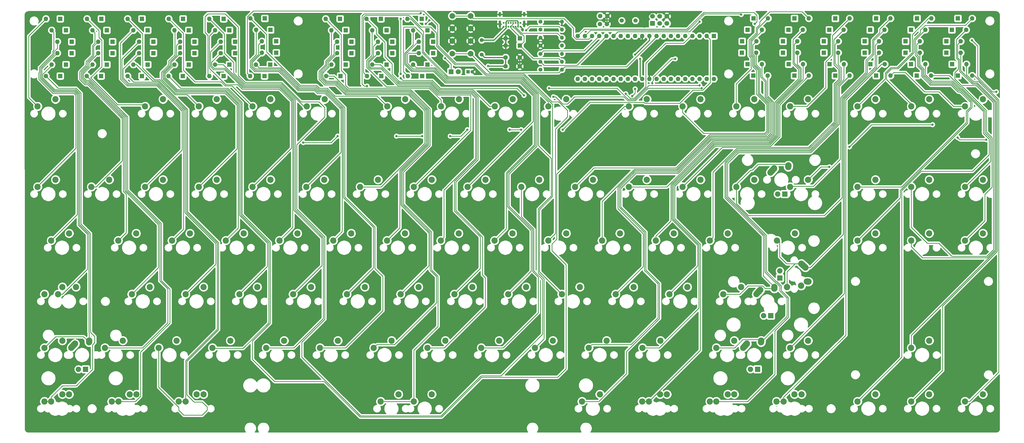
<source format=gbr>
%TF.GenerationSoftware,KiCad,Pcbnew,(5.1.8)-1*%
%TF.CreationDate,2020-12-24T11:03:38+01:00*%
%TF.ProjectId,Atenea,4174656e-6561-42e6-9b69-6361645f7063,1*%
%TF.SameCoordinates,Original*%
%TF.FileFunction,Copper,L2,Bot*%
%TF.FilePolarity,Positive*%
%FSLAX46Y46*%
G04 Gerber Fmt 4.6, Leading zero omitted, Abs format (unit mm)*
G04 Created by KiCad (PCBNEW (5.1.8)-1) date 2020-12-24 11:03:38*
%MOMM*%
%LPD*%
G01*
G04 APERTURE LIST*
%TA.AperFunction,ComponentPad*%
%ADD10C,2.250000*%
%TD*%
%TA.AperFunction,ComponentPad*%
%ADD11C,1.905000*%
%TD*%
%TA.AperFunction,ComponentPad*%
%ADD12R,1.905000X1.905000*%
%TD*%
%TA.AperFunction,ComponentPad*%
%ADD13C,2.200000*%
%TD*%
%TA.AperFunction,ComponentPad*%
%ADD14C,0.650000*%
%TD*%
%TA.AperFunction,ComponentPad*%
%ADD15O,0.900000X2.400000*%
%TD*%
%TA.AperFunction,ComponentPad*%
%ADD16O,0.900000X1.700000*%
%TD*%
%TA.AperFunction,ComponentPad*%
%ADD17C,1.400000*%
%TD*%
%TA.AperFunction,ComponentPad*%
%ADD18O,1.400000X1.400000*%
%TD*%
%TA.AperFunction,ComponentPad*%
%ADD19C,1.800000*%
%TD*%
%TA.AperFunction,ComponentPad*%
%ADD20R,1.800000X1.800000*%
%TD*%
%TA.AperFunction,ComponentPad*%
%ADD21O,1.600000X1.600000*%
%TD*%
%TA.AperFunction,ComponentPad*%
%ADD22R,1.600000X1.600000*%
%TD*%
%TA.AperFunction,ComponentPad*%
%ADD23C,1.500000*%
%TD*%
%TA.AperFunction,ComponentPad*%
%ADD24C,2.000000*%
%TD*%
%TA.AperFunction,ComponentPad*%
%ADD25R,1.700000X1.700000*%
%TD*%
%TA.AperFunction,ComponentPad*%
%ADD26C,1.700000*%
%TD*%
%TA.AperFunction,ComponentPad*%
%ADD27C,1.600000*%
%TD*%
%TA.AperFunction,ComponentPad*%
%ADD28C,1.200000*%
%TD*%
%TA.AperFunction,ComponentPad*%
%ADD29R,1.200000X1.200000*%
%TD*%
%TA.AperFunction,ViaPad*%
%ADD30C,0.800000*%
%TD*%
%TA.AperFunction,Conductor*%
%ADD31C,0.254000*%
%TD*%
%TA.AperFunction,Conductor*%
%ADD32C,0.381000*%
%TD*%
%TA.AperFunction,Conductor*%
%ADD33C,0.100000*%
%TD*%
%TA.AperFunction,NonConductor*%
%ADD34C,0.254000*%
%TD*%
%TA.AperFunction,NonConductor*%
%ADD35C,0.100000*%
%TD*%
G04 APERTURE END LIST*
D10*
%TO.P,ENTERISO1,2*%
%TO.N,Net-(D48-Pad2)*%
X370372000Y-221035000D03*
%TO.P,ENTERISO1,1*%
%TO.N,COL13*%
X375372000Y-220535000D03*
D11*
%TO.P,ENTERISO1,3*%
%TO.N,Net-(ENTERISO1-Pad3)*%
X367792000Y-215265000D03*
D12*
%TO.P,ENTERISO1,4*%
%TO.N,Net-(ENTERISO1-Pad4)*%
X367792000Y-217805000D03*
D10*
%TO.P,ENTERISO1,2*%
%TO.N,Net-(D48-Pad2)*%
X376872000Y-214035000D03*
%TA.AperFunction,ComponentPad*%
G36*
G01*
X374574650Y-211973688D02*
X374574650Y-211973688D01*
G75*
G02*
X376163312Y-211887650I837350J-751312D01*
G01*
X377623320Y-213197640D01*
G75*
G02*
X377709358Y-214786302I-751312J-837350D01*
G01*
X377709358Y-214786302D01*
G75*
G02*
X376120696Y-214872340I-837350J751312D01*
G01*
X374660688Y-213562350D01*
G75*
G02*
X374574650Y-211973688I751312J837350D01*
G01*
G37*
%TD.AperFunction*%
%TO.P,ENTERISO1,1*%
%TO.N,COL13*%
X377952000Y-219075000D03*
%TA.AperFunction,ComponentPad*%
G36*
G01*
X376249740Y-218956524D02*
X376249666Y-218957601D01*
G75*
G02*
X377449399Y-217912666I1122334J-77399D01*
G01*
X378029399Y-217952664D01*
G75*
G02*
X379074334Y-219152397I-77399J-1122334D01*
G01*
X379074334Y-219152397D01*
G75*
G02*
X377874601Y-220197332I-1122334J77399D01*
G01*
X377294601Y-220157334D01*
G75*
G02*
X376249666Y-218957601I77399J1122334D01*
G01*
G37*
%TD.AperFunction*%
%TD*%
D13*
%TO.P,ALTGRALT1,2*%
%TO.N,Net-(ALTGRALT1-Pad2)*%
X319024000Y-261620000D03*
%TO.P,ALTGRALT1,1*%
%TO.N,COL11*%
X325374000Y-259080000D03*
%TD*%
%TO.P,SCROLL1,2*%
%TO.N,Net-(D16-Pad2)*%
X414401000Y-156845000D03*
%TO.P,SCROLL1,1*%
%TO.N,COL15*%
X420751000Y-154305000D03*
%TD*%
D12*
%TO.P,SHIFTALT1,4*%
%TO.N,Net-(SHIFTALT1-Pad4)*%
X359918000Y-250190000D03*
D11*
%TO.P,SHIFTALT1,3*%
%TO.N,Net-(SHIFTALT1-Pad3)*%
X357378000Y-250190000D03*
D10*
%TO.P,SHIFTALT1,1*%
%TO.N,COL12*%
X356148000Y-241110000D03*
%TA.AperFunction,ComponentPad*%
G36*
G01*
X354086688Y-243407350D02*
X354086683Y-243407345D01*
G75*
G02*
X354000655Y-241818683I751317J837345D01*
G01*
X355310657Y-240358683D01*
G75*
G02*
X356899319Y-240272655I837345J-751317D01*
G01*
X356899319Y-240272655D01*
G75*
G02*
X356985347Y-241861317I-751317J-837345D01*
G01*
X355675345Y-243321317D01*
G75*
G02*
X354086683Y-243407345I-837345J751317D01*
G01*
G37*
%TD.AperFunction*%
%TO.P,SHIFTALT1,2*%
%TO.N,Net-(D78-Pad2)*%
X361188000Y-240030000D03*
%TA.AperFunction,ComponentPad*%
G36*
G01*
X361071483Y-241732395D02*
X361070597Y-241732334D01*
G75*
G02*
X360025666Y-240532597I77403J1122334D01*
G01*
X360065666Y-239952597D01*
G75*
G02*
X361265403Y-238907666I1122334J-77403D01*
G01*
X361265403Y-238907666D01*
G75*
G02*
X362310334Y-240107403I-77403J-1122334D01*
G01*
X362270334Y-240687403D01*
G75*
G02*
X361070597Y-241732334I-1122334J77403D01*
G01*
G37*
%TD.AperFunction*%
%TD*%
D12*
%TO.P,LONGSHIFT1,4*%
%TO.N,Net-(LONGSHIFT1-Pad4)*%
X121793000Y-250190000D03*
D11*
%TO.P,LONGSHIFT1,3*%
%TO.N,Net-(LONGSHIFT1-Pad3)*%
X119253000Y-250190000D03*
D10*
%TO.P,LONGSHIFT1,1*%
%TO.N,COL0*%
X118023000Y-241110000D03*
%TA.AperFunction,ComponentPad*%
G36*
G01*
X115961688Y-243407350D02*
X115961683Y-243407345D01*
G75*
G02*
X115875655Y-241818683I751317J837345D01*
G01*
X117185657Y-240358683D01*
G75*
G02*
X118774319Y-240272655I837345J-751317D01*
G01*
X118774319Y-240272655D01*
G75*
G02*
X118860347Y-241861317I-751317J-837345D01*
G01*
X117550345Y-243321317D01*
G75*
G02*
X115961683Y-243407345I-837345J751317D01*
G01*
G37*
%TD.AperFunction*%
%TO.P,LONGSHIFT1,2*%
%TO.N,Net-(D66-Pad2)*%
X123063000Y-240030000D03*
%TA.AperFunction,ComponentPad*%
G36*
G01*
X122946483Y-241732395D02*
X122945597Y-241732334D01*
G75*
G02*
X121900666Y-240532597I77403J1122334D01*
G01*
X121940666Y-239952597D01*
G75*
G02*
X123140403Y-238907666I1122334J-77403D01*
G01*
X123140403Y-238907666D01*
G75*
G02*
X124185334Y-240107403I-77403J-1122334D01*
G01*
X124145334Y-240687403D01*
G75*
G02*
X122945597Y-241732334I-1122334J77403D01*
G01*
G37*
%TD.AperFunction*%
%TD*%
D12*
%TO.P,ENTERANSI1,4*%
%TO.N,Net-(ENTERANSI1-Pad4)*%
X364617000Y-231140000D03*
D11*
%TO.P,ENTERANSI1,3*%
%TO.N,Net-(ENTERANSI1-Pad3)*%
X362077000Y-231140000D03*
D10*
%TO.P,ENTERANSI1,1*%
%TO.N,COL12*%
X360847000Y-222060000D03*
%TA.AperFunction,ComponentPad*%
G36*
G01*
X358785688Y-224357350D02*
X358785683Y-224357345D01*
G75*
G02*
X358699655Y-222768683I751317J837345D01*
G01*
X360009657Y-221308683D01*
G75*
G02*
X361598319Y-221222655I837345J-751317D01*
G01*
X361598319Y-221222655D01*
G75*
G02*
X361684347Y-222811317I-751317J-837345D01*
G01*
X360374345Y-224271317D01*
G75*
G02*
X358785683Y-224357345I-837345J751317D01*
G01*
G37*
%TD.AperFunction*%
%TO.P,ENTERANSI1,2*%
%TO.N,Net-(D65-Pad2)*%
X365887000Y-220980000D03*
%TA.AperFunction,ComponentPad*%
G36*
G01*
X365770483Y-222682395D02*
X365769597Y-222682334D01*
G75*
G02*
X364724666Y-221482597I77403J1122334D01*
G01*
X364764666Y-220902597D01*
G75*
G02*
X365964403Y-219857666I1122334J-77403D01*
G01*
X365964403Y-219857666D01*
G75*
G02*
X367009334Y-221057403I-77403J-1122334D01*
G01*
X366969334Y-221637403D01*
G75*
G02*
X365769597Y-222682334I-1122334J77403D01*
G01*
G37*
%TD.AperFunction*%
%TD*%
D12*
%TO.P,BACKSPACE1,4*%
%TO.N,Net-(BACKSPACE1-Pad4)*%
X369570000Y-187960000D03*
D11*
%TO.P,BACKSPACE1,3*%
%TO.N,Net-(BACKSPACE1-Pad3)*%
X367030000Y-187960000D03*
D10*
%TO.P,BACKSPACE1,1*%
%TO.N,COL13*%
X365800000Y-178880000D03*
%TA.AperFunction,ComponentPad*%
G36*
G01*
X363738688Y-181177350D02*
X363738683Y-181177345D01*
G75*
G02*
X363652655Y-179588683I751317J837345D01*
G01*
X364962657Y-178128683D01*
G75*
G02*
X366551319Y-178042655I837345J-751317D01*
G01*
X366551319Y-178042655D01*
G75*
G02*
X366637347Y-179631317I-751317J-837345D01*
G01*
X365327345Y-181091317D01*
G75*
G02*
X363738683Y-181177345I-837345J751317D01*
G01*
G37*
%TD.AperFunction*%
%TO.P,BACKSPACE1,2*%
%TO.N,Net-(BACKSPACE1-Pad2)*%
X370840000Y-177800000D03*
%TA.AperFunction,ComponentPad*%
G36*
G01*
X370723483Y-179502395D02*
X370722597Y-179502334D01*
G75*
G02*
X369677666Y-178302597I77403J1122334D01*
G01*
X369717666Y-177722597D01*
G75*
G02*
X370917403Y-176677666I1122334J-77403D01*
G01*
X370917403Y-176677666D01*
G75*
G02*
X371962334Y-177877403I-77403J-1122334D01*
G01*
X371922334Y-178457403D01*
G75*
G02*
X370722597Y-179502334I-1122334J77403D01*
G01*
G37*
%TD.AperFunction*%
%TD*%
D14*
%TO.P,USB1,A5*%
%TO.N,Net-(R3-Pad2)*%
X274198000Y-128528000D03*
%TO.P,USB1,A1*%
%TO.N,GND*%
X275898000Y-128528000D03*
%TO.P,USB1,A4*%
%TO.N,VCC*%
X275048000Y-128528000D03*
%TO.P,USB1,A6*%
%TO.N,Net-(D93-Pad1)*%
X273348000Y-128528000D03*
%TO.P,USB1,A7*%
%TO.N,Net-(D92-Pad1)*%
X272498000Y-128528000D03*
%TO.P,USB1,A8*%
%TO.N,Net-(USB1-PadA8)*%
X271648000Y-128528000D03*
%TO.P,USB1,A9*%
%TO.N,VCC*%
X270798000Y-128528000D03*
%TO.P,USB1,A12*%
%TO.N,GND*%
X269948000Y-128528000D03*
%TO.P,USB1,B12*%
X275898000Y-127203000D03*
%TO.P,USB1,B9*%
%TO.N,VCC*%
X275043000Y-127203000D03*
%TO.P,USB1,B8*%
%TO.N,Net-(USB1-PadB8)*%
X274193000Y-127203000D03*
%TO.P,USB1,B7*%
%TO.N,Net-(D92-Pad1)*%
X273343000Y-127203000D03*
%TO.P,USB1,B6*%
%TO.N,Net-(D93-Pad1)*%
X272493000Y-127203000D03*
%TO.P,USB1,B5*%
%TO.N,Net-(R6-Pad2)*%
X271643000Y-127203000D03*
%TO.P,USB1,B4*%
%TO.N,VCC*%
X270793000Y-127203000D03*
%TO.P,USB1,B1*%
%TO.N,GND*%
X269943000Y-127203000D03*
D15*
%TO.P,USB1,S1*%
X277248000Y-127548000D03*
X268598000Y-127548000D03*
D16*
X277248000Y-124168000D03*
X268598000Y-124168000D03*
%TD*%
D17*
%TO.P,R8,1*%
%TO.N,Net-(LED1-Pad1)*%
X282956000Y-126746000D03*
D18*
%TO.P,R8,2*%
%TO.N,GND*%
X290576000Y-126746000D03*
%TD*%
D19*
%TO.P,LED1,2*%
%TO.N,+5V*%
X253873000Y-144526000D03*
D20*
%TO.P,LED1,1*%
%TO.N,Net-(LED1-Pad1)*%
X251333000Y-144526000D03*
%TD*%
D21*
%TO.P,D93,2*%
%TO.N,GND*%
X270637000Y-135255000D03*
D22*
%TO.P,D93,1*%
%TO.N,Net-(D93-Pad1)*%
X275717000Y-135255000D03*
%TD*%
D21*
%TO.P,D92,2*%
%TO.N,GND*%
X270637000Y-132715000D03*
D22*
%TO.P,D92,1*%
%TO.N,Net-(D92-Pad1)*%
X275717000Y-132715000D03*
%TD*%
D21*
%TO.P,D91,2*%
%TO.N,Net-(D91-Pad2)*%
X435991000Y-145923000D03*
D22*
%TO.P,D91,1*%
%TO.N,ROW5*%
X430911000Y-145923000D03*
%TD*%
D21*
%TO.P,D90,2*%
%TO.N,Net-(BOTTOM1-Pad2)*%
X433959000Y-141859000D03*
D22*
%TO.P,D90,1*%
%TO.N,ROW5*%
X428879000Y-141859000D03*
%TD*%
D21*
%TO.P,D89,2*%
%TO.N,Net-(D89-Pad2)*%
X417449000Y-137795000D03*
D22*
%TO.P,D89,1*%
%TO.N,ROW5*%
X412369000Y-137795000D03*
%TD*%
D21*
%TO.P,D88,2*%
%TO.N,Net-(D88-Pad2)*%
X405003000Y-141859000D03*
D22*
%TO.P,D88,1*%
%TO.N,ROW5*%
X399923000Y-141859000D03*
%TD*%
D21*
%TO.P,D87,2*%
%TO.N,Net-(D87-Pad2)*%
X392557000Y-145923000D03*
D22*
%TO.P,D87,1*%
%TO.N,ROW5*%
X387477000Y-145923000D03*
%TD*%
D21*
%TO.P,D86,2*%
%TO.N,Net-(ALTGRALT1-Pad2)*%
X378079000Y-145923000D03*
D22*
%TO.P,D86,1*%
%TO.N,ROW5*%
X372999000Y-145923000D03*
%TD*%
D21*
%TO.P,D85,2*%
%TO.N,Net-(ALTGR1-Pad2)*%
X363474000Y-145923000D03*
D22*
%TO.P,D85,1*%
%TO.N,ROW5*%
X358394000Y-145923000D03*
%TD*%
D21*
%TO.P,D84,2*%
%TO.N,Net-(D84-Pad2)*%
X207010000Y-146050000D03*
D22*
%TO.P,D84,1*%
%TO.N,ROW5*%
X212090000Y-146050000D03*
%TD*%
D21*
%TO.P,D83,2*%
%TO.N,Net-(ALT1-Pad2)*%
X136652000Y-146050000D03*
D22*
%TO.P,D83,1*%
%TO.N,ROW5*%
X141732000Y-146050000D03*
%TD*%
D21*
%TO.P,D82,2*%
%TO.N,Net-(D82-Pad2)*%
X122174000Y-146050000D03*
D22*
%TO.P,D82,1*%
%TO.N,ROW5*%
X127254000Y-146050000D03*
%TD*%
D21*
%TO.P,D81,2*%
%TO.N,Net-(CTRL1-Pad2)*%
X107696000Y-146050000D03*
D22*
%TO.P,D81,1*%
%TO.N,ROW5*%
X112776000Y-146050000D03*
%TD*%
D21*
%TO.P,D80,2*%
%TO.N,Net-(D80-Pad2)*%
X431927000Y-137795000D03*
D22*
%TO.P,D80,1*%
%TO.N,ROW4*%
X426847000Y-137795000D03*
%TD*%
D21*
%TO.P,D79,2*%
%TO.N,Net-(D79-Pad2)*%
X402971000Y-137795000D03*
D22*
%TO.P,D79,1*%
%TO.N,ROW4*%
X397891000Y-137795000D03*
%TD*%
D21*
%TO.P,D78,2*%
%TO.N,Net-(D78-Pad2)*%
X390525000Y-141859000D03*
D22*
%TO.P,D78,1*%
%TO.N,ROW4*%
X385445000Y-141859000D03*
%TD*%
D21*
%TO.P,D77,2*%
%TO.N,Net-(/1-Pad2)*%
X376047000Y-141859000D03*
D22*
%TO.P,D77,1*%
%TO.N,ROW4*%
X370967000Y-141859000D03*
%TD*%
D21*
%TO.P,D76,2*%
%TO.N,Net-(.1-Pad2)*%
X361442000Y-141859000D03*
D22*
%TO.P,D76,1*%
%TO.N,ROW4*%
X356362000Y-141859000D03*
%TD*%
D21*
%TO.P,D75,2*%
%TO.N,Net-(\u002C1-Pad2)*%
X235966000Y-146050000D03*
D22*
%TO.P,D75,1*%
%TO.N,ROW4*%
X241046000Y-146050000D03*
%TD*%
D21*
%TO.P,D74,2*%
%TO.N,Net-(D74-Pad2)*%
X237871000Y-141986000D03*
D22*
%TO.P,D74,1*%
%TO.N,ROW4*%
X242951000Y-141986000D03*
%TD*%
D21*
%TO.P,D73,2*%
%TO.N,Net-(D73-Pad2)*%
X223393000Y-141986000D03*
D22*
%TO.P,D73,1*%
%TO.N,ROW4*%
X228473000Y-141986000D03*
%TD*%
D21*
%TO.P,D72,2*%
%TO.N,Net-(B1-Pad2)*%
X208915000Y-141986000D03*
D22*
%TO.P,D72,1*%
%TO.N,ROW4*%
X213995000Y-141986000D03*
%TD*%
D21*
%TO.P,D71,2*%
%TO.N,Net-(D71-Pad2)*%
X182118000Y-141986000D03*
D22*
%TO.P,D71,1*%
%TO.N,ROW4*%
X187198000Y-141986000D03*
%TD*%
D21*
%TO.P,D70,2*%
%TO.N,Net-(C6-Pad2)*%
X167640000Y-141986000D03*
D22*
%TO.P,D70,1*%
%TO.N,ROW4*%
X172720000Y-141986000D03*
%TD*%
D21*
%TO.P,D69,2*%
%TO.N,Net-(D69-Pad2)*%
X153289000Y-141986000D03*
D22*
%TO.P,D69,1*%
%TO.N,ROW4*%
X158369000Y-141986000D03*
%TD*%
D21*
%TO.P,D68,2*%
%TO.N,Net-(D68-Pad2)*%
X138684000Y-141986000D03*
D22*
%TO.P,D68,1*%
%TO.N,ROW4*%
X143764000Y-141986000D03*
%TD*%
D21*
%TO.P,D67,2*%
%TO.N,Net-(D67-Pad2)*%
X124206000Y-141986000D03*
D22*
%TO.P,D67,1*%
%TO.N,ROW4*%
X129286000Y-141986000D03*
%TD*%
D21*
%TO.P,D66,2*%
%TO.N,Net-(D66-Pad2)*%
X109728000Y-141986000D03*
D22*
%TO.P,D66,1*%
%TO.N,ROW4*%
X114808000Y-141986000D03*
%TD*%
D21*
%TO.P,D65,2*%
%TO.N,Net-(D65-Pad2)*%
X388493000Y-137795000D03*
D22*
%TO.P,D65,1*%
%TO.N,ROW3*%
X383413000Y-137795000D03*
%TD*%
D21*
%TO.P,D64,2*%
%TO.N,Net-(@1-Pad2)*%
X374015000Y-137795000D03*
D22*
%TO.P,D64,1*%
%TO.N,ROW3*%
X368935000Y-137795000D03*
%TD*%
D21*
%TO.P,D63,2*%
%TO.N,Net-(:1-Pad2)*%
X359410000Y-137795000D03*
D22*
%TO.P,D63,1*%
%TO.N,ROW3*%
X354330000Y-137795000D03*
%TD*%
D21*
%TO.P,D62,2*%
%TO.N,Net-(D62-Pad2)*%
X221488000Y-146050000D03*
D22*
%TO.P,D62,1*%
%TO.N,ROW3*%
X226568000Y-146050000D03*
%TD*%
D21*
%TO.P,D61,2*%
%TO.N,Net-(D61-Pad2)*%
X239903000Y-137922000D03*
D22*
%TO.P,D61,1*%
%TO.N,ROW3*%
X244983000Y-137922000D03*
%TD*%
D21*
%TO.P,D60,2*%
%TO.N,Net-(D60-Pad2)*%
X225425000Y-137922000D03*
D22*
%TO.P,D60,1*%
%TO.N,ROW3*%
X230505000Y-137922000D03*
%TD*%
D21*
%TO.P,D59,2*%
%TO.N,Net-(D59-Pad2)*%
X210947000Y-137922000D03*
D22*
%TO.P,D59,1*%
%TO.N,ROW3*%
X216027000Y-137922000D03*
%TD*%
D21*
%TO.P,D58,2*%
%TO.N,Net-(D58-Pad2)*%
X184277000Y-137795000D03*
D22*
%TO.P,D58,1*%
%TO.N,ROW3*%
X189357000Y-137795000D03*
%TD*%
D21*
%TO.P,D57,2*%
%TO.N,Net-(D57-Pad2)*%
X169672000Y-137922000D03*
D22*
%TO.P,D57,1*%
%TO.N,ROW3*%
X174752000Y-137922000D03*
%TD*%
D21*
%TO.P,D56,2*%
%TO.N,Net-(D52-Pad2)*%
X155321000Y-137922000D03*
D22*
%TO.P,D56,1*%
%TO.N,ROW3*%
X160401000Y-137922000D03*
%TD*%
D21*
%TO.P,D55,2*%
%TO.N,Net-(D55-Pad2)*%
X140716000Y-137922000D03*
D22*
%TO.P,D55,1*%
%TO.N,ROW3*%
X145796000Y-137922000D03*
%TD*%
D21*
%TO.P,D54,2*%
%TO.N,Net-(A1-Pad2)*%
X126238000Y-137922000D03*
D22*
%TO.P,D54,1*%
%TO.N,ROW3*%
X131318000Y-137922000D03*
%TD*%
D21*
%TO.P,D53,2*%
%TO.N,Net-(CAPSLOCK1-Pad2)*%
X111760000Y-137922000D03*
D22*
%TO.P,D53,1*%
%TO.N,ROW3*%
X116840000Y-137922000D03*
%TD*%
D21*
%TO.P,D51,2*%
%TO.N,Net-(D51-Pad2)*%
X421386000Y-145923000D03*
D22*
%TO.P,D51,1*%
%TO.N,ROW2*%
X416306000Y-145923000D03*
%TD*%
D21*
%TO.P,D50,2*%
%TO.N,Net-(D50-Pad2)*%
X431927000Y-133731000D03*
D22*
%TO.P,D50,1*%
%TO.N,ROW2*%
X426847000Y-133731000D03*
%TD*%
D21*
%TO.P,D49,2*%
%TO.N,Net-(D49-Pad2)*%
X417449000Y-133731000D03*
D22*
%TO.P,D49,1*%
%TO.N,ROW2*%
X412369000Y-133731000D03*
%TD*%
D21*
%TO.P,D48,2*%
%TO.N,Net-(D48-Pad2)*%
X402971000Y-133731000D03*
D22*
%TO.P,D48,1*%
%TO.N,ROW2*%
X397891000Y-133731000D03*
%TD*%
D21*
%TO.P,D47,2*%
%TO.N,Net-(D47-Pad2)*%
X388493000Y-133731000D03*
D22*
%TO.P,D47,1*%
%TO.N,ROW2*%
X383413000Y-133731000D03*
%TD*%
D21*
%TO.P,D46,2*%
%TO.N,Net-(D46-Pad2)*%
X374015000Y-133731000D03*
D22*
%TO.P,D46,1*%
%TO.N,ROW2*%
X368935000Y-133731000D03*
%TD*%
D21*
%TO.P,D45,2*%
%TO.N,Net-(D45-Pad2)*%
X359537000Y-133731000D03*
D22*
%TO.P,D45,1*%
%TO.N,ROW2*%
X354457000Y-133731000D03*
%TD*%
D21*
%TO.P,D44,2*%
%TO.N,Net-(D44-Pad2)*%
X180086000Y-146050000D03*
D22*
%TO.P,D44,1*%
%TO.N,ROW2*%
X185166000Y-146050000D03*
%TD*%
D21*
%TO.P,D43,2*%
%TO.N,Net-(D43-Pad2)*%
X239903000Y-133858000D03*
D22*
%TO.P,D43,1*%
%TO.N,ROW2*%
X244983000Y-133858000D03*
%TD*%
D21*
%TO.P,D42,2*%
%TO.N,Net-(D42-Pad2)*%
X225425000Y-133858000D03*
D22*
%TO.P,D42,1*%
%TO.N,ROW2*%
X230505000Y-133858000D03*
%TD*%
D21*
%TO.P,D41,2*%
%TO.N,Net-(D41-Pad2)*%
X210947000Y-133858000D03*
D22*
%TO.P,D41,1*%
%TO.N,ROW2*%
X216027000Y-133858000D03*
%TD*%
D21*
%TO.P,D40,2*%
%TO.N,Net-(D40-Pad2)*%
X184277000Y-133731000D03*
D22*
%TO.P,D40,1*%
%TO.N,ROW2*%
X189357000Y-133731000D03*
%TD*%
D21*
%TO.P,D39,2*%
%TO.N,Net-(D39-Pad2)*%
X169672000Y-133858000D03*
D22*
%TO.P,D39,1*%
%TO.N,ROW2*%
X174752000Y-133858000D03*
%TD*%
D21*
%TO.P,D38,2*%
%TO.N,Net-(D38-Pad2)*%
X155321000Y-133858000D03*
D22*
%TO.P,D38,1*%
%TO.N,ROW2*%
X160401000Y-133858000D03*
%TD*%
D21*
%TO.P,D37,2*%
%TO.N,Net-(D37-Pad2)*%
X140716000Y-133858000D03*
D22*
%TO.P,D37,1*%
%TO.N,ROW2*%
X145796000Y-133858000D03*
%TD*%
D21*
%TO.P,D36,2*%
%TO.N,Net-(D36-Pad2)*%
X126238000Y-133858000D03*
D22*
%TO.P,D36,1*%
%TO.N,ROW2*%
X131318000Y-133858000D03*
%TD*%
D21*
%TO.P,D35,2*%
%TO.N,Net-(D35-Pad2)*%
X111760000Y-133858000D03*
D22*
%TO.P,D35,1*%
%TO.N,ROW2*%
X116840000Y-133858000D03*
%TD*%
D21*
%TO.P,D34,2*%
%TO.N,Net-(D34-Pad2)*%
X419354000Y-141859000D03*
D22*
%TO.P,D34,1*%
%TO.N,ROW1*%
X414274000Y-141859000D03*
%TD*%
%TO.P,D33,1*%
%TO.N,ROW1*%
X428752000Y-129667000D03*
D21*
%TO.P,D33,2*%
%TO.N,Net-(D33-Pad2)*%
X433832000Y-129667000D03*
%TD*%
%TO.P,D32,2*%
%TO.N,Net-(D32-Pad2)*%
X419354000Y-129667000D03*
D22*
%TO.P,D32,1*%
%TO.N,ROW1*%
X414274000Y-129667000D03*
%TD*%
D21*
%TO.P,D31,2*%
%TO.N,Net-(BACKSPACE1-Pad2)*%
X404876000Y-129667000D03*
D22*
%TO.P,D31,1*%
%TO.N,ROW1*%
X399796000Y-129667000D03*
%TD*%
D21*
%TO.P,D30,2*%
%TO.N,Net-(=1-Pad2)*%
X390398000Y-129667000D03*
D22*
%TO.P,D30,1*%
%TO.N,ROW1*%
X385318000Y-129667000D03*
%TD*%
D21*
%TO.P,D29,2*%
%TO.N,Net-(-1-Pad2)*%
X375920000Y-129667000D03*
D22*
%TO.P,D29,1*%
%TO.N,ROW1*%
X370840000Y-129667000D03*
%TD*%
D21*
%TO.P,D28,2*%
%TO.N,Net-(D28-Pad2)*%
X361442000Y-129667000D03*
D22*
%TO.P,D28,1*%
%TO.N,ROW1*%
X356362000Y-129667000D03*
%TD*%
D21*
%TO.P,D27,2*%
%TO.N,Net-(D27-Pad2)*%
X165608000Y-146050000D03*
D22*
%TO.P,D27,1*%
%TO.N,ROW1*%
X170688000Y-146050000D03*
%TD*%
D21*
%TO.P,D26,2*%
%TO.N,Net-(D26-Pad2)*%
X237871000Y-129794000D03*
D22*
%TO.P,D26,1*%
%TO.N,ROW1*%
X242951000Y-129794000D03*
%TD*%
D21*
%TO.P,D25,2*%
%TO.N,Net-(D25-Pad2)*%
X223393000Y-129794000D03*
D22*
%TO.P,D25,1*%
%TO.N,ROW1*%
X228473000Y-129794000D03*
%TD*%
D21*
%TO.P,D24,2*%
%TO.N,Net-(D24-Pad2)*%
X208915000Y-129794000D03*
D22*
%TO.P,D24,1*%
%TO.N,ROW1*%
X213995000Y-129794000D03*
%TD*%
D21*
%TO.P,D23,2*%
%TO.N,Net-(D23-Pad2)*%
X182245000Y-129667000D03*
D22*
%TO.P,D23,1*%
%TO.N,ROW1*%
X187325000Y-129667000D03*
%TD*%
D21*
%TO.P,D22,2*%
%TO.N,Net-(D22-Pad2)*%
X167640000Y-129794000D03*
D22*
%TO.P,D22,1*%
%TO.N,ROW1*%
X172720000Y-129794000D03*
%TD*%
D21*
%TO.P,D21,2*%
%TO.N,Net-(D21-Pad2)*%
X153289000Y-129794000D03*
D22*
%TO.P,D21,1*%
%TO.N,ROW1*%
X158369000Y-129794000D03*
%TD*%
D21*
%TO.P,D20,2*%
%TO.N,Net-(D20-Pad2)*%
X138684000Y-129794000D03*
D22*
%TO.P,D20,1*%
%TO.N,ROW1*%
X143764000Y-129794000D03*
%TD*%
D21*
%TO.P,D19,2*%
%TO.N,Net-(D19-Pad2)*%
X124206000Y-129794000D03*
D22*
%TO.P,D19,1*%
%TO.N,ROW1*%
X129286000Y-129794000D03*
%TD*%
D21*
%TO.P,D18,2*%
%TO.N,Net-(D18-Pad2)*%
X109728000Y-129794000D03*
D22*
%TO.P,D18,1*%
%TO.N,ROW1*%
X114808000Y-129794000D03*
%TD*%
D21*
%TO.P,D17,2*%
%TO.N,Net-(D17-Pad2)*%
X407035000Y-145923000D03*
D22*
%TO.P,D17,1*%
%TO.N,ROW0*%
X401955000Y-145923000D03*
%TD*%
D21*
%TO.P,D16,2*%
%TO.N,Net-(D16-Pad2)*%
X435991000Y-125603000D03*
D22*
%TO.P,D16,1*%
%TO.N,ROW0*%
X430911000Y-125603000D03*
%TD*%
D21*
%TO.P,D15,2*%
%TO.N,Net-(D15-Pad2)*%
X421513000Y-125603000D03*
D22*
%TO.P,D15,1*%
%TO.N,ROW0*%
X416433000Y-125603000D03*
%TD*%
D21*
%TO.P,D14,2*%
%TO.N,Net-(D14-Pad2)*%
X407035000Y-125603000D03*
D22*
%TO.P,D14,1*%
%TO.N,ROW0*%
X401955000Y-125603000D03*
%TD*%
D21*
%TO.P,D13,2*%
%TO.N,Net-(D13-Pad2)*%
X392557000Y-125603000D03*
D22*
%TO.P,D13,1*%
%TO.N,ROW0*%
X387477000Y-125603000D03*
%TD*%
D21*
%TO.P,D12,2*%
%TO.N,Net-(D12-Pad2)*%
X378079000Y-125603000D03*
D22*
%TO.P,D12,1*%
%TO.N,ROW0*%
X372999000Y-125603000D03*
%TD*%
D21*
%TO.P,D11,2*%
%TO.N,Net-(D11-Pad2)*%
X363601000Y-125603000D03*
D22*
%TO.P,D11,1*%
%TO.N,ROW0*%
X358521000Y-125603000D03*
%TD*%
D21*
%TO.P,D10,2*%
%TO.N,Net-(D10-Pad2)*%
X151130000Y-146050000D03*
D22*
%TO.P,D10,1*%
%TO.N,ROW0*%
X156210000Y-146050000D03*
%TD*%
D21*
%TO.P,D9,2*%
%TO.N,Net-(D9-Pad2)*%
X235839000Y-125730000D03*
D22*
%TO.P,D9,1*%
%TO.N,ROW0*%
X240919000Y-125730000D03*
%TD*%
D21*
%TO.P,D8,2*%
%TO.N,Net-(D8-Pad2)*%
X221361000Y-125730000D03*
D22*
%TO.P,D8,1*%
%TO.N,ROW0*%
X226441000Y-125730000D03*
%TD*%
D21*
%TO.P,D7,2*%
%TO.N,Net-(D7-Pad2)*%
X206883000Y-125730000D03*
D22*
%TO.P,D7,1*%
%TO.N,ROW0*%
X211963000Y-125730000D03*
%TD*%
D21*
%TO.P,D6,2*%
%TO.N,Net-(D6-Pad2)*%
X180213000Y-125603000D03*
D22*
%TO.P,D6,1*%
%TO.N,ROW0*%
X185293000Y-125603000D03*
%TD*%
D21*
%TO.P,D5,2*%
%TO.N,Net-(D5-Pad2)*%
X165608000Y-125730000D03*
D22*
%TO.P,D5,1*%
%TO.N,ROW0*%
X170688000Y-125730000D03*
%TD*%
D21*
%TO.P,D4,2*%
%TO.N,Net-(D4-Pad2)*%
X151257000Y-125730000D03*
D22*
%TO.P,D4,1*%
%TO.N,ROW0*%
X156337000Y-125730000D03*
%TD*%
D21*
%TO.P,D3,2*%
%TO.N,Net-(D3-Pad2)*%
X136652000Y-125730000D03*
D22*
%TO.P,D3,1*%
%TO.N,ROW0*%
X141732000Y-125730000D03*
%TD*%
D21*
%TO.P,D2,2*%
%TO.N,Net-(D2-Pad2)*%
X122301000Y-125730000D03*
D22*
%TO.P,D2,1*%
%TO.N,ROW0*%
X127381000Y-125730000D03*
%TD*%
D21*
%TO.P,D1,2*%
%TO.N,Net-(D1-Pad2)*%
X107696000Y-125730000D03*
D22*
%TO.P,D1,1*%
%TO.N,ROW0*%
X112776000Y-125730000D03*
%TD*%
D23*
%TO.P,Y1,1*%
%TO.N,Net-(C1-Pad1)*%
X311785000Y-126365000D03*
%TO.P,Y1,2*%
%TO.N,Net-(C2-Pad1)*%
X316665000Y-126365000D03*
%TD*%
D24*
%TO.P,SW1,1*%
%TO.N,Net-(SW1-Pad1)*%
X258214000Y-124714000D03*
%TO.P,SW1,2*%
%TO.N,GND*%
X258214000Y-129214000D03*
%TO.P,SW1,1*%
%TO.N,Net-(SW1-Pad1)*%
X251714000Y-124714000D03*
%TO.P,SW1,2*%
%TO.N,GND*%
X251714000Y-129214000D03*
%TD*%
%TO.P,SW2,1*%
%TO.N,GND*%
X258214000Y-133604000D03*
%TO.P,SW2,2*%
%TO.N,reset*%
X258214000Y-138104000D03*
%TO.P,SW2,1*%
%TO.N,GND*%
X251714000Y-133604000D03*
%TO.P,SW2,2*%
%TO.N,reset*%
X251714000Y-138104000D03*
%TD*%
D17*
%TO.P,F14,2*%
%TO.N,VCC*%
X262128000Y-133340000D03*
%TO.P,F14,1*%
%TO.N,+5V*%
X262128000Y-138440000D03*
%TD*%
D25*
%TO.P,J2,1*%
%TO.N,MISO*%
X322707000Y-127381000D03*
D26*
%TO.P,J2,2*%
%TO.N,+5V*%
X322707000Y-124841000D03*
%TO.P,J2,3*%
%TO.N,SCK*%
X325247000Y-127381000D03*
%TO.P,J2,4*%
%TO.N,MOSI*%
X325247000Y-124841000D03*
%TO.P,J2,5*%
%TO.N,reset*%
X327787000Y-127381000D03*
%TO.P,J2,6*%
%TO.N,GND*%
X327787000Y-124841000D03*
%TD*%
D17*
%TO.P,R2,1*%
%TO.N,D-*%
X282956000Y-138176000D03*
D18*
%TO.P,R2,2*%
%TO.N,Net-(D92-Pad1)*%
X290576000Y-138176000D03*
%TD*%
D17*
%TO.P,R3,1*%
%TO.N,GND*%
X282956000Y-132461000D03*
D18*
%TO.P,R3,2*%
%TO.N,Net-(R3-Pad2)*%
X290576000Y-132461000D03*
%TD*%
D17*
%TO.P,R4,1*%
%TO.N,+5V*%
X282956000Y-129540000D03*
D18*
%TO.P,R4,2*%
%TO.N,Net-(D92-Pad1)*%
X290576000Y-129540000D03*
%TD*%
D17*
%TO.P,R5,1*%
%TO.N,D+*%
X282956000Y-140970000D03*
D18*
%TO.P,R5,2*%
%TO.N,Net-(D93-Pad1)*%
X290576000Y-140970000D03*
%TD*%
D17*
%TO.P,R6,1*%
%TO.N,GND*%
X282956000Y-135255000D03*
D18*
%TO.P,R6,2*%
%TO.N,Net-(R6-Pad2)*%
X290576000Y-135255000D03*
%TD*%
D17*
%TO.P,R7,1*%
%TO.N,+5V*%
X282956000Y-143764000D03*
D18*
%TO.P,R7,2*%
%TO.N,reset*%
X290576000Y-143764000D03*
%TD*%
D27*
%TO.P,C1,2*%
%TO.N,GND*%
X306538000Y-127635000D03*
%TO.P,C1,1*%
%TO.N,Net-(C1-Pad1)*%
X304038000Y-127635000D03*
%TD*%
D28*
%TO.P,C3,2*%
%TO.N,GND*%
X258802000Y-144526000D03*
D29*
%TO.P,C3,1*%
%TO.N,+5V*%
X257302000Y-144526000D03*
%TD*%
D27*
%TO.P,C5,2*%
%TO.N,GND*%
X275637000Y-139446000D03*
%TO.P,C5,1*%
%TO.N,+5V*%
X270637000Y-139446000D03*
%TD*%
%TO.P,C4,2*%
%TO.N,GND*%
X275637000Y-142621000D03*
%TO.P,C4,1*%
%TO.N,+5V*%
X270637000Y-142621000D03*
%TD*%
%TO.P,C2,2*%
%TO.N,GND*%
X306665000Y-124714000D03*
%TO.P,C2,1*%
%TO.N,Net-(C2-Pad1)*%
X304165000Y-124714000D03*
%TD*%
D13*
%TO.P,hash1,2*%
%TO.N,Net-(D65-Pad2)*%
X347726000Y-223520000D03*
%TO.P,hash1,1*%
%TO.N,COL12*%
X354076000Y-220980000D03*
%TD*%
%TO.P,\u00AC\u00BA11,2*%
%TO.N,Net-(D18-Pad2)*%
X104775000Y-185420000D03*
%TO.P,\u00AC\u00BA11,1*%
%TO.N,COL0*%
X111125000Y-182880000D03*
%TD*%
%TO.P,Z1,2*%
%TO.N,Net-(D68-Pad2)*%
X147701000Y-242570000D03*
%TO.P,Z1,1*%
%TO.N,COL2*%
X154051000Y-240030000D03*
%TD*%
%TO.P,Y2,2*%
%TO.N,Net-(D41-Pad2)*%
X228600000Y-204470000D03*
%TO.P,Y2,1*%
%TO.N,COL6*%
X234950000Y-201930000D03*
%TD*%
%TO.P,X1,2*%
%TO.N,Net-(D69-Pad2)*%
X166751000Y-242570000D03*
%TO.P,X1,1*%
%TO.N,COL3*%
X173101000Y-240030000D03*
%TD*%
%TO.P,WINALT1,2*%
%TO.N,Net-(D82-Pad2)*%
X133477000Y-261620000D03*
%TO.P,WINALT1,1*%
%TO.N,COL1*%
X139827000Y-259080000D03*
%TD*%
%TO.P,WIN2,2*%
%TO.N,Net-(ALTGRALT1-Pad2)*%
X321437000Y-261620000D03*
%TO.P,WIN2,1*%
%TO.N,COL11*%
X327787000Y-259080000D03*
%TD*%
%TO.P,WIN1,2*%
%TO.N,Net-(D82-Pad2)*%
X131064000Y-261620000D03*
%TO.P,WIN1,1*%
%TO.N,COL1*%
X137414000Y-259080000D03*
%TD*%
%TO.P,W1,2*%
%TO.N,Net-(D37-Pad2)*%
X152400000Y-204470000D03*
%TO.P,W1,1*%
%TO.N,COL2*%
X158750000Y-201930000D03*
%TD*%
%TO.P,V1,2*%
%TO.N,Net-(D71-Pad2)*%
X204851000Y-242570000D03*
%TO.P,V1,1*%
%TO.N,COL5*%
X211201000Y-240030000D03*
%TD*%
%TO.P,U2,2*%
%TO.N,Net-(D42-Pad2)*%
X247650000Y-204470000D03*
%TO.P,U2,1*%
%TO.N,COL7*%
X254000000Y-201930000D03*
%TD*%
D22*
%TO.P,U1,1*%
%TO.N,COL1*%
X344424000Y-131826000D03*
D21*
%TO.P,U1,21*%
%TO.N,Net-(U1-Pad21)*%
X296164000Y-147066000D03*
%TO.P,U1,2*%
%TO.N,COL3*%
X341884000Y-131826000D03*
%TO.P,U1,22*%
%TO.N,Net-(U1-Pad22)*%
X298704000Y-147066000D03*
%TO.P,U1,3*%
%TO.N,COL5*%
X339344000Y-131826000D03*
%TO.P,U1,23*%
%TO.N,Net-(U1-Pad23)*%
X301244000Y-147066000D03*
%TO.P,U1,4*%
%TO.N,COL7*%
X336804000Y-131826000D03*
%TO.P,U1,24*%
%TO.N,ROW0*%
X303784000Y-147066000D03*
%TO.P,U1,5*%
%TO.N,COL9*%
X334264000Y-131826000D03*
%TO.P,U1,25*%
%TO.N,ROW1*%
X306324000Y-147066000D03*
%TO.P,U1,6*%
%TO.N,MISO*%
X331724000Y-131826000D03*
%TO.P,U1,26*%
%TO.N,ROW2*%
X308864000Y-147066000D03*
%TO.P,U1,7*%
%TO.N,MOSI*%
X329184000Y-131826000D03*
%TO.P,U1,27*%
%TO.N,ROW3*%
X311404000Y-147066000D03*
%TO.P,U1,8*%
%TO.N,SCK*%
X326644000Y-131826000D03*
%TO.P,U1,28*%
%TO.N,ROW4*%
X313944000Y-147066000D03*
%TO.P,U1,9*%
%TO.N,reset*%
X324104000Y-131826000D03*
%TO.P,U1,29*%
%TO.N,ROW5*%
X316484000Y-147066000D03*
%TO.P,U1,10*%
%TO.N,+5V*%
X321564000Y-131826000D03*
%TO.P,U1,30*%
X319024000Y-147066000D03*
%TO.P,U1,11*%
%TO.N,GND*%
X319024000Y-131826000D03*
%TO.P,U1,31*%
X321564000Y-147066000D03*
%TO.P,U1,12*%
%TO.N,Net-(C2-Pad1)*%
X316484000Y-131826000D03*
%TO.P,U1,32*%
%TO.N,Net-(U1-Pad32)*%
X324104000Y-147066000D03*
%TO.P,U1,13*%
%TO.N,Net-(C1-Pad1)*%
X313944000Y-131826000D03*
%TO.P,U1,33*%
%TO.N,COL12*%
X326644000Y-147066000D03*
%TO.P,U1,14*%
%TO.N,COL16*%
X311404000Y-131826000D03*
%TO.P,U1,34*%
%TO.N,COL11*%
X329184000Y-147066000D03*
%TO.P,U1,15*%
%TO.N,COL15*%
X308864000Y-131826000D03*
%TO.P,U1,35*%
%TO.N,COL10*%
X331724000Y-147066000D03*
%TO.P,U1,16*%
%TO.N,D+*%
X306324000Y-131826000D03*
%TO.P,U1,36*%
%TO.N,COL8*%
X334264000Y-147066000D03*
%TO.P,U1,17*%
%TO.N,D-*%
X303784000Y-131826000D03*
%TO.P,U1,37*%
%TO.N,COL6*%
X336804000Y-147066000D03*
%TO.P,U1,18*%
%TO.N,Net-(SW1-Pad1)*%
X301244000Y-131826000D03*
%TO.P,U1,38*%
%TO.N,COL4*%
X339344000Y-147066000D03*
%TO.P,U1,19*%
%TO.N,COL14*%
X298704000Y-131826000D03*
%TO.P,U1,39*%
%TO.N,COL2*%
X341884000Y-147066000D03*
%TO.P,U1,20*%
%TO.N,COL13*%
X296164000Y-131826000D03*
%TO.P,U1,40*%
%TO.N,COL0*%
X344424000Y-147066000D03*
%TD*%
D13*
%TO.P,TOP1,2*%
%TO.N,Net-(D80-Pad2)*%
X414401000Y-242570000D03*
%TO.P,TOP1,1*%
%TO.N,COL15*%
X420751000Y-240030000D03*
%TD*%
%TO.P,TAB1,2*%
%TO.N,Net-(D35-Pad2)*%
X109601000Y-204470000D03*
%TO.P,TAB1,1*%
%TO.N,COL0*%
X115951000Y-201930000D03*
%TD*%
%TO.P,T1,2*%
%TO.N,Net-(D40-Pad2)*%
X209550000Y-204470000D03*
%TO.P,T1,1*%
%TO.N,COL5*%
X215900000Y-201930000D03*
%TD*%
%TO.P,STEPPED1,2*%
%TO.N,Net-(CAPSLOCK1-Pad2)*%
X107188000Y-223520000D03*
%TO.P,STEPPED1,1*%
%TO.N,COL0*%
X113538000Y-220980000D03*
%TD*%
%TO.P,SPACE7U1,2*%
%TO.N,Net-(D84-Pad2)*%
X226314000Y-261620000D03*
%TO.P,SPACE7U1,1*%
%TO.N,COL6*%
X232664000Y-259080000D03*
%TD*%
%TO.P,SPACE1,2*%
%TO.N,Net-(D84-Pad2)*%
X238125000Y-261620000D03*
%TO.P,SPACE1,1*%
%TO.N,COL6*%
X244475000Y-259080000D03*
%TD*%
%TO.P,SHIFT2,2*%
%TO.N,Net-(D78-Pad2)*%
X345313000Y-242570000D03*
%TO.P,SHIFT2,1*%
%TO.N,COL12*%
X351663000Y-240030000D03*
%TD*%
%TO.P,SHIFT1,2*%
%TO.N,Net-(D66-Pad2)*%
X107188000Y-242570000D03*
%TO.P,SHIFT1,1*%
%TO.N,COL0*%
X113538000Y-240030000D03*
%TD*%
%TO.P,S1,2*%
%TO.N,Net-(D55-Pad2)*%
X157226000Y-223520000D03*
%TO.P,S1,1*%
%TO.N,COL2*%
X163576000Y-220980000D03*
%TD*%
%TO.P,RIGJT1,2*%
%TO.N,Net-(D91-Pad2)*%
X433451000Y-261620000D03*
%TO.P,RIGJT1,1*%
%TO.N,COL16*%
X439801000Y-259080000D03*
%TD*%
%TO.P,RCTRLALT1,2*%
%TO.N,Net-(D88-Pad2)*%
X366649000Y-261620000D03*
%TO.P,RCTRLALT1,1*%
%TO.N,COL13*%
X372999000Y-259080000D03*
%TD*%
%TO.P,RCTRL1,2*%
%TO.N,Net-(D88-Pad2)*%
X369189000Y-261620000D03*
%TO.P,RCTRL1,1*%
%TO.N,COL13*%
X375539000Y-259080000D03*
%TD*%
%TO.P,R1,2*%
%TO.N,Net-(D39-Pad2)*%
X190500000Y-204470000D03*
%TO.P,R1,1*%
%TO.N,COL4*%
X196850000Y-201930000D03*
%TD*%
%TO.P,Q1,2*%
%TO.N,Net-(D36-Pad2)*%
X133350000Y-204470000D03*
%TO.P,Q1,1*%
%TO.N,COL1*%
X139700000Y-201930000D03*
%TD*%
%TO.P,PRTSC1,2*%
%TO.N,Net-(D15-Pad2)*%
X395351000Y-156845000D03*
%TO.P,PRTSC1,1*%
%TO.N,COL14*%
X401701000Y-154305000D03*
%TD*%
%TO.P,PGDN1,2*%
%TO.N,Net-(D51-Pad2)*%
X433451000Y-204470000D03*
%TO.P,PGDN1,1*%
%TO.N,COL16*%
X439801000Y-201930000D03*
%TD*%
%TO.P,PAUSE1,2*%
%TO.N,Net-(D17-Pad2)*%
X433451000Y-156845000D03*
%TO.P,PAUSE1,1*%
%TO.N,COL16*%
X439801000Y-154305000D03*
%TD*%
%TO.P,PAGEUP1,2*%
%TO.N,Net-(D34-Pad2)*%
X433451000Y-185420000D03*
%TO.P,PAGEUP1,1*%
%TO.N,COL16*%
X439801000Y-182880000D03*
%TD*%
%TO.P,P1,2*%
%TO.N,Net-(D45-Pad2)*%
X304800000Y-204470000D03*
%TO.P,P1,1*%
%TO.N,COL10*%
X311150000Y-201930000D03*
%TD*%
%TO.P,O1,2*%
%TO.N,Net-(D44-Pad2)*%
X285750000Y-204470000D03*
%TO.P,O1,1*%
%TO.N,COL9*%
X292100000Y-201930000D03*
%TD*%
%TO.P,NUM9,2*%
%TO.N,Net-(D27-Pad2)*%
X276225000Y-185420000D03*
%TO.P,NUM9,1*%
%TO.N,COL9*%
X282575000Y-182880000D03*
%TD*%
%TO.P,NUM8,2*%
%TO.N,Net-(D26-Pad2)*%
X257175000Y-185420000D03*
%TO.P,NUM8,1*%
%TO.N,COL8*%
X263525000Y-182880000D03*
%TD*%
%TO.P,NUM7,2*%
%TO.N,Net-(D25-Pad2)*%
X238125000Y-185420000D03*
%TO.P,NUM7,1*%
%TO.N,COL7*%
X244475000Y-182880000D03*
%TD*%
%TO.P,NUM6,2*%
%TO.N,Net-(D24-Pad2)*%
X219075000Y-185420000D03*
%TO.P,NUM6,1*%
%TO.N,COL6*%
X225425000Y-182880000D03*
%TD*%
%TO.P,NUM5,2*%
%TO.N,Net-(D23-Pad2)*%
X200025000Y-185420000D03*
%TO.P,NUM5,1*%
%TO.N,COL5*%
X206375000Y-182880000D03*
%TD*%
%TO.P,NUM4,2*%
%TO.N,Net-(D22-Pad2)*%
X180975000Y-185420000D03*
%TO.P,NUM4,1*%
%TO.N,COL4*%
X187325000Y-182880000D03*
%TD*%
%TO.P,NUM3,2*%
%TO.N,Net-(D21-Pad2)*%
X161925000Y-185420000D03*
%TO.P,NUM3,1*%
%TO.N,COL3*%
X168275000Y-182880000D03*
%TD*%
%TO.P,NUM2,2*%
%TO.N,Net-(D20-Pad2)*%
X142875000Y-185420000D03*
%TO.P,NUM2,1*%
%TO.N,COL2*%
X149225000Y-182880000D03*
%TD*%
%TO.P,NUM1,2*%
%TO.N,Net-(D19-Pad2)*%
X123825000Y-185420000D03*
%TO.P,NUM1,1*%
%TO.N,COL1*%
X130175000Y-182880000D03*
%TD*%
%TO.P,NUM0,2*%
%TO.N,Net-(D28-Pad2)*%
X295275000Y-185420000D03*
%TO.P,NUM0,1*%
%TO.N,COL10*%
X301625000Y-182880000D03*
%TD*%
%TO.P,N1,2*%
%TO.N,Net-(D73-Pad2)*%
X242951000Y-242570000D03*
%TO.P,N1,1*%
%TO.N,COL7*%
X249301000Y-240030000D03*
%TD*%
%TO.P,MENUALT1,2*%
%TO.N,Net-(D87-Pad2)*%
X343027000Y-261620000D03*
%TO.P,MENUALT1,1*%
%TO.N,COL12*%
X349377000Y-259080000D03*
%TD*%
%TO.P,MENU1,2*%
%TO.N,Net-(D87-Pad2)*%
X345313000Y-261620000D03*
%TO.P,MENU1,1*%
%TO.N,COL12*%
X351663000Y-259080000D03*
%TD*%
%TO.P,M1,2*%
%TO.N,Net-(D74-Pad2)*%
X262001000Y-242570000D03*
%TO.P,M1,1*%
%TO.N,COL8*%
X268351000Y-240030000D03*
%TD*%
%TO.P,LEFT1,2*%
%TO.N,Net-(D89-Pad2)*%
X395351000Y-261620000D03*
%TO.P,LEFT1,1*%
%TO.N,COL14*%
X401701000Y-259080000D03*
%TD*%
%TO.P,LCTRLALT1,2*%
%TO.N,Net-(CTRL1-Pad2)*%
X107188000Y-261620000D03*
%TO.P,LCTRLALT1,1*%
%TO.N,COL0*%
X113538000Y-259080000D03*
%TD*%
%TO.P,L1,2*%
%TO.N,Net-(D62-Pad2)*%
X290576000Y-223520000D03*
%TO.P,L1,1*%
%TO.N,COL9*%
X296926000Y-220980000D03*
%TD*%
%TO.P,K1,2*%
%TO.N,Net-(D61-Pad2)*%
X271526000Y-223520000D03*
%TO.P,K1,1*%
%TO.N,COL8*%
X277876000Y-220980000D03*
%TD*%
%TO.P,J1,2*%
%TO.N,Net-(D60-Pad2)*%
X252476000Y-223520000D03*
%TO.P,J1,1*%
%TO.N,COL7*%
X258826000Y-220980000D03*
%TD*%
%TO.P,INSERT1,2*%
%TO.N,Net-(D32-Pad2)*%
X395351000Y-185420000D03*
%TO.P,INSERT1,1*%
%TO.N,COL14*%
X401701000Y-182880000D03*
%TD*%
%TO.P,I1,2*%
%TO.N,Net-(D43-Pad2)*%
X266700000Y-204470000D03*
%TO.P,I1,1*%
%TO.N,COL8*%
X273050000Y-201930000D03*
%TD*%
%TO.P,HOME1,2*%
%TO.N,Net-(D33-Pad2)*%
X414401000Y-185420000D03*
%TO.P,HOME1,1*%
%TO.N,COL15*%
X420751000Y-182880000D03*
%TD*%
%TO.P,H1,2*%
%TO.N,Net-(D59-Pad2)*%
X233426000Y-223520000D03*
%TO.P,H1,1*%
%TO.N,COL6*%
X239776000Y-220980000D03*
%TD*%
%TO.P,G1,2*%
%TO.N,Net-(D58-Pad2)*%
X214376000Y-223520000D03*
%TO.P,G1,1*%
%TO.N,COL5*%
X220726000Y-220980000D03*
%TD*%
%TO.P,FN1,2*%
%TO.N,Net-(D79-Pad2)*%
X371475000Y-242570000D03*
%TO.P,FN1,1*%
%TO.N,COL13*%
X377825000Y-240030000D03*
%TD*%
%TO.P,F13,2*%
%TO.N,Net-(D57-Pad2)*%
X195326000Y-223520000D03*
%TO.P,F13,1*%
%TO.N,COL4*%
X201676000Y-220980000D03*
%TD*%
%TO.P,F12,2*%
%TO.N,Net-(D13-Pad2)*%
X371475000Y-156845000D03*
%TO.P,F12,1*%
%TO.N,COL12*%
X377825000Y-154305000D03*
%TD*%
%TO.P,F11,2*%
%TO.N,Net-(D12-Pad2)*%
X352425000Y-156845000D03*
%TO.P,F11,1*%
%TO.N,COL11*%
X358775000Y-154305000D03*
%TD*%
%TO.P,F10,2*%
%TO.N,Net-(D11-Pad2)*%
X333375000Y-156845000D03*
%TO.P,F10,1*%
%TO.N,COL10*%
X339725000Y-154305000D03*
%TD*%
%TO.P,F9,2*%
%TO.N,Net-(D10-Pad2)*%
X314325000Y-156845000D03*
%TO.P,F9,1*%
%TO.N,COL9*%
X320675000Y-154305000D03*
%TD*%
%TO.P,F8,2*%
%TO.N,Net-(D9-Pad2)*%
X285750000Y-156845000D03*
%TO.P,F8,1*%
%TO.N,COL8*%
X292100000Y-154305000D03*
%TD*%
%TO.P,F7,2*%
%TO.N,Net-(D8-Pad2)*%
X266827000Y-156845000D03*
%TO.P,F7,1*%
%TO.N,COL7*%
X273177000Y-154305000D03*
%TD*%
%TO.P,F6,2*%
%TO.N,Net-(D7-Pad2)*%
X247777000Y-156845000D03*
%TO.P,F6,1*%
%TO.N,COL6*%
X254127000Y-154305000D03*
%TD*%
%TO.P,F5,2*%
%TO.N,Net-(D6-Pad2)*%
X228727000Y-156845000D03*
%TO.P,F5,1*%
%TO.N,COL5*%
X235077000Y-154305000D03*
%TD*%
%TO.P,F4,2*%
%TO.N,Net-(D5-Pad2)*%
X200152000Y-156845000D03*
%TO.P,F4,1*%
%TO.N,COL4*%
X206502000Y-154305000D03*
%TD*%
%TO.P,F3,2*%
%TO.N,Net-(D4-Pad2)*%
X180975000Y-156845000D03*
%TO.P,F3,1*%
%TO.N,COL3*%
X187325000Y-154305000D03*
%TD*%
%TO.P,F2,2*%
%TO.N,Net-(D3-Pad2)*%
X161925000Y-156845000D03*
%TO.P,F2,1*%
%TO.N,COL2*%
X168275000Y-154305000D03*
%TD*%
%TO.P,F1,2*%
%TO.N,Net-(D2-Pad2)*%
X142875000Y-156845000D03*
%TO.P,F1,1*%
%TO.N,COL1*%
X149225000Y-154305000D03*
%TD*%
%TO.P,ESC1,2*%
%TO.N,Net-(D1-Pad2)*%
X104775000Y-156845000D03*
%TO.P,ESC1,1*%
%TO.N,COL0*%
X111125000Y-154305000D03*
%TD*%
%TO.P,ENTERISOALT1,2*%
%TO.N,Net-(D48-Pad2)*%
X366776000Y-204470000D03*
%TO.P,ENTERISOALT1,1*%
%TO.N,COL13*%
X373126000Y-201930000D03*
%TD*%
%TO.P,END1,2*%
%TO.N,Net-(D50-Pad2)*%
X414401000Y-204470000D03*
%TO.P,END1,1*%
%TO.N,COL15*%
X420751000Y-201930000D03*
%TD*%
%TO.P,E1,2*%
%TO.N,Net-(D38-Pad2)*%
X171450000Y-204470000D03*
%TO.P,E1,1*%
%TO.N,COL3*%
X177800000Y-201930000D03*
%TD*%
%TO.P,DELETE1,2*%
%TO.N,Net-(D14-Pad2)*%
X371475000Y-185420000D03*
%TO.P,DELETE1,1*%
%TO.N,COL13*%
X377825000Y-182880000D03*
%TD*%
%TO.P,DDELETE1,2*%
%TO.N,Net-(D49-Pad2)*%
X395351000Y-204470000D03*
%TO.P,DDELETE1,1*%
%TO.N,COL14*%
X401701000Y-201930000D03*
%TD*%
%TO.P,D52,2*%
%TO.N,Net-(D52-Pad2)*%
X176276000Y-223520000D03*
%TO.P,D52,1*%
%TO.N,COL3*%
X182626000Y-220980000D03*
%TD*%
%TO.P,CTRL1,2*%
%TO.N,Net-(CTRL1-Pad2)*%
X109601000Y-261620000D03*
%TO.P,CTRL1,1*%
%TO.N,COL0*%
X115951000Y-259080000D03*
%TD*%
%TO.P,CAPSLOCK1,2*%
%TO.N,Net-(CAPSLOCK1-Pad2)*%
X112014000Y-223520000D03*
%TO.P,CAPSLOCK1,1*%
%TO.N,COL0*%
X118364000Y-220980000D03*
%TD*%
%TO.P,C6,2*%
%TO.N,Net-(C6-Pad2)*%
X185801000Y-242570000D03*
%TO.P,C6,1*%
%TO.N,COL4*%
X192151000Y-240030000D03*
%TD*%
%TO.P,BOTTOM1,2*%
%TO.N,Net-(BOTTOM1-Pad2)*%
X414401000Y-261620000D03*
%TO.P,BOTTOM1,1*%
%TO.N,COL15*%
X420751000Y-259080000D03*
%TD*%
%TO.P,BACKSPACEALT1,2*%
%TO.N,Net-(BACKSPACE1-Pad2)*%
X352425000Y-185420000D03*
%TO.P,BACKSPACEALT1,1*%
%TO.N,COL13*%
X358775000Y-182880000D03*
%TD*%
%TO.P,B1,2*%
%TO.N,Net-(B1-Pad2)*%
X223901000Y-242570000D03*
%TO.P,B1,1*%
%TO.N,COL6*%
X230251000Y-240030000D03*
%TD*%
%TO.P,ALTGR1,2*%
%TO.N,Net-(ALTGR1-Pad2)*%
X297688000Y-261620000D03*
%TO.P,ALTGR1,1*%
%TO.N,COL10*%
X304038000Y-259080000D03*
%TD*%
%TO.P,ALTALT1,2*%
%TO.N,Net-(ALT1-Pad2)*%
X157226000Y-261620000D03*
%TO.P,ALTALT1,1*%
%TO.N,COL2*%
X163576000Y-259080000D03*
%TD*%
%TO.P,ALT1,2*%
%TO.N,Net-(ALT1-Pad2)*%
X154813000Y-261620000D03*
%TO.P,ALT1,1*%
%TO.N,COL2*%
X161163000Y-259080000D03*
%TD*%
%TO.P,A1,2*%
%TO.N,Net-(A1-Pad2)*%
X138176000Y-223520000D03*
%TO.P,A1,1*%
%TO.N,COL1*%
X144526000Y-220980000D03*
%TD*%
%TO.P,]1,2*%
%TO.N,Net-(D47-Pad2)*%
X343027000Y-204470000D03*
%TO.P,]1,1*%
%TO.N,COL12*%
X349377000Y-201930000D03*
%TD*%
%TO.P,\u005C<1,2*%
%TO.N,Net-(D67-Pad2)*%
X128651000Y-242570000D03*
%TO.P,\u005C<1,1*%
%TO.N,COL1*%
X135001000Y-240030000D03*
%TD*%
%TO.P,[1,2*%
%TO.N,Net-(D46-Pad2)*%
X323850000Y-204470000D03*
%TO.P,[1,1*%
%TO.N,COL11*%
X330200000Y-201930000D03*
%TD*%
%TO.P,@1,2*%
%TO.N,Net-(@1-Pad2)*%
X328676000Y-223520000D03*
%TO.P,@1,1*%
%TO.N,COL11*%
X335026000Y-220980000D03*
%TD*%
%TO.P,=1,2*%
%TO.N,Net-(=1-Pad2)*%
X333375000Y-185420000D03*
%TO.P,=1,1*%
%TO.N,COL12*%
X339725000Y-182880000D03*
%TD*%
%TO.P,:1,2*%
%TO.N,Net-(:1-Pad2)*%
X309626000Y-223520000D03*
%TO.P,:1,1*%
%TO.N,COL10*%
X315976000Y-220980000D03*
%TD*%
%TO.P,/1,2*%
%TO.N,Net-(/1-Pad2)*%
X319151000Y-242570000D03*
%TO.P,/1,1*%
%TO.N,COL11*%
X325501000Y-240030000D03*
%TD*%
%TO.P,-1,2*%
%TO.N,Net-(-1-Pad2)*%
X314325000Y-185420000D03*
%TO.P,-1,1*%
%TO.N,COL11*%
X320675000Y-182880000D03*
%TD*%
%TO.P,.1,2*%
%TO.N,Net-(.1-Pad2)*%
X300101000Y-242570000D03*
%TO.P,.1,1*%
%TO.N,COL10*%
X306451000Y-240030000D03*
%TD*%
%TO.P,\u002C1,2*%
%TO.N,Net-(\u002C1-Pad2)*%
X281051000Y-242570000D03*
%TO.P,\u002C1,1*%
%TO.N,COL9*%
X287401000Y-240030000D03*
%TD*%
D30*
%TO.N,COL9*%
X330708000Y-139954000D03*
X322580000Y-148590000D03*
X316484000Y-150622000D03*
X315468000Y-153162000D03*
%TO.N,COL1*%
X233426000Y-145288000D03*
X233426000Y-125730000D03*
X242316000Y-127508000D03*
X243586000Y-126238000D03*
%TO.N,COL2*%
X340106000Y-150368000D03*
X277114000Y-152908000D03*
X287528000Y-153416000D03*
X233426000Y-146812000D03*
%TO.N,COL13*%
X358902000Y-127508000D03*
X435847038Y-133350000D03*
X444500000Y-151638000D03*
X440944000Y-168656000D03*
X430784000Y-167894000D03*
X421894000Y-163322000D03*
X392430000Y-171196000D03*
X385318000Y-178308000D03*
%TO.N,COL15*%
X339344000Y-126746000D03*
%TO.N,GND*%
X265684000Y-143510000D03*
X323850000Y-139954000D03*
X319786000Y-128524000D03*
X317500000Y-134874002D03*
%TO.N,+5V*%
X264414000Y-142494000D03*
X316484000Y-138430000D03*
X318262000Y-139954000D03*
%TO.N,COL4*%
X339344000Y-149352000D03*
X286004000Y-150368000D03*
%TO.N,COL3*%
X198882000Y-169672000D03*
X211074000Y-167386000D03*
X231902000Y-167386000D03*
X241046000Y-167386000D03*
X250952000Y-167386000D03*
X257048000Y-165100000D03*
X272034000Y-165100000D03*
X276098000Y-165100000D03*
X290830000Y-165100000D03*
%TO.N,Net-(D92-Pad1)*%
X277876000Y-129794000D03*
%TO.N,COL14*%
X354076000Y-124206000D03*
%TO.N,COL5*%
X240538000Y-123698000D03*
X221488000Y-149606000D03*
%TO.N,COL7*%
X313182000Y-152365010D03*
%TO.N,Net-(LED1-Pad1)*%
X249174000Y-139700000D03*
%TD*%
D31*
%TO.N,Net-(\u002C1-Pad2)*%
X284226000Y-239395000D02*
X281051000Y-242570000D01*
X284226000Y-218066068D02*
X284226000Y-239395000D01*
X235966000Y-146050000D02*
X234442000Y-144526000D01*
X234442000Y-144526000D02*
X234442000Y-128731868D01*
X238411961Y-128666999D02*
X241030001Y-131285039D01*
X286778988Y-175272988D02*
X286778988Y-188694876D01*
X282194000Y-216034068D02*
X284226000Y-218066068D01*
X234442000Y-128731868D02*
X234506869Y-128666999D01*
X286778988Y-188694876D02*
X282193999Y-193279865D01*
X234506869Y-128666999D02*
X238411961Y-128666999D01*
X250048081Y-146758011D02*
X276633186Y-146758015D01*
X282194000Y-152318829D02*
X282194000Y-170688000D01*
X241030001Y-131285039D02*
X241030001Y-137739933D01*
X282194000Y-170688000D02*
X286778988Y-175272988D01*
X282193999Y-193279865D02*
X282194000Y-216034068D01*
X241030001Y-137739933D02*
X250048081Y-146758011D01*
X276633186Y-146758015D02*
X282194000Y-152318829D01*
%TO.N,COL9*%
X322976999Y-146525039D02*
X322976999Y-147685001D01*
X329548038Y-139954000D02*
X322976999Y-146525039D01*
X330708000Y-139954000D02*
X329548038Y-139954000D01*
X322976999Y-147685001D02*
X322580000Y-148082000D01*
X322580000Y-148082000D02*
X322580000Y-148590000D01*
X322580000Y-148590000D02*
X322580000Y-148590000D01*
X316484000Y-152146000D02*
X315468000Y-153162000D01*
X316484000Y-150622000D02*
X316484000Y-152146000D01*
X315468000Y-153162000D02*
X315468000Y-153162000D01*
%TO.N,Net-(.1-Pad2)*%
X301213999Y-241457001D02*
X300101000Y-242570000D01*
X315056999Y-241457001D02*
X301213999Y-241457001D01*
X319839990Y-201610056D02*
X319839990Y-215078033D01*
X324612000Y-231902000D02*
X315056999Y-241457001D01*
X310896000Y-192666066D02*
X319839990Y-201610056D01*
X310896000Y-185793934D02*
X310896000Y-192666066D01*
X316283990Y-180405944D02*
X310896000Y-185793934D01*
X316549943Y-180139990D02*
X316283990Y-180405944D01*
X361442000Y-141859000D02*
X361442000Y-146250010D01*
X363285944Y-153616010D02*
X364998000Y-155328066D01*
X363019990Y-147828000D02*
X363019990Y-153350057D01*
X324612000Y-219850043D02*
X324612000Y-231902000D01*
X364998000Y-166581598D02*
X363345710Y-168233888D01*
X319532000Y-180086000D02*
X319478010Y-180139990D01*
X363019990Y-153350057D02*
X363285944Y-153616010D01*
X319839990Y-215078033D02*
X324612000Y-219850043D01*
X364998000Y-155328066D02*
X364998000Y-166581598D01*
X363345710Y-168233888D02*
X343442045Y-168233888D01*
X343442045Y-168233888D02*
X343176092Y-168499842D01*
X361442000Y-146250010D02*
X363019990Y-147828000D01*
X343176092Y-168499842D02*
X331589934Y-180086000D01*
X331589934Y-180086000D02*
X319532000Y-180086000D01*
X319478010Y-180139990D02*
X316549943Y-180139990D01*
%TO.N,Net-(-1-Pad2)*%
X372433989Y-141635134D02*
X372699943Y-141901087D01*
X372433989Y-133153011D02*
X372433989Y-141635134D01*
X375920000Y-129667000D02*
X372433989Y-133153011D01*
X372699943Y-141901087D02*
X374396000Y-143597144D01*
X374396000Y-143597144D02*
X374396000Y-147037730D01*
X374396000Y-147037730D02*
X365975953Y-155457776D01*
X365975953Y-155457776D02*
X365975953Y-166887777D01*
X365975953Y-166887777D02*
X363721822Y-169141908D01*
X363721822Y-169141908D02*
X344029754Y-169141908D01*
X327751662Y-185420000D02*
X314325000Y-185420000D01*
X344029754Y-169141908D02*
X327751662Y-185420000D01*
%TO.N,Net-(/1-Pad2)*%
X364285994Y-170503938D02*
X344593925Y-170503939D01*
X330092022Y-196876090D02*
X339143989Y-205928057D01*
X376047000Y-141859000D02*
X376047000Y-147312932D01*
X376047000Y-147312932D02*
X367337985Y-156021947D01*
X344593925Y-170503939D02*
X330092022Y-185005842D01*
X330092022Y-185005842D02*
X330092022Y-196876090D01*
X339143989Y-205928057D02*
X339143989Y-228498973D01*
X339143989Y-228498973D02*
X325072962Y-242570000D01*
X367337985Y-156021947D02*
X367337985Y-167451947D01*
X325072962Y-242570000D02*
X319151000Y-242570000D01*
X367337985Y-167451947D02*
X364285994Y-170503938D01*
%TO.N,Net-(:1-Pad2)*%
X319385980Y-213760020D02*
X309626000Y-223520000D01*
X319385980Y-202037980D02*
X319385980Y-213760020D01*
X316415877Y-179631990D02*
X310441990Y-185605877D01*
X359410000Y-137795000D02*
X359410000Y-141932010D01*
X359410000Y-141932010D02*
X360987990Y-143510000D01*
X364490000Y-155462132D02*
X364490000Y-166447532D01*
X310441990Y-185605877D02*
X310441990Y-193093990D01*
X360987990Y-143510000D02*
X360987990Y-146438067D01*
X362565982Y-153538115D02*
X364490000Y-155462132D01*
X343253990Y-167779878D02*
X331401878Y-179631990D01*
X360987990Y-146438067D02*
X361253944Y-146704020D01*
X361253944Y-146704020D02*
X362565980Y-148016056D01*
X362565980Y-148016056D02*
X362565980Y-153162001D01*
X364490000Y-166447532D02*
X363157654Y-167779878D01*
X362565980Y-153162001D02*
X362565982Y-153538115D01*
X310441990Y-193093990D02*
X319385980Y-202037980D01*
X363157654Y-167779878D02*
X343253990Y-167779878D01*
X331401878Y-179631990D02*
X316415877Y-179631990D01*
%TO.N,Net-(=1-Pad2)*%
X377990042Y-171411958D02*
X347383042Y-171411958D01*
X347383042Y-171411958D02*
X333375000Y-185420000D01*
X388604001Y-147307727D02*
X387003967Y-148907761D01*
X386911989Y-142009065D02*
X388604001Y-143701077D01*
X387003967Y-162398033D02*
X377990042Y-171411958D01*
X387003967Y-148907761D02*
X387003967Y-162398033D01*
X386911989Y-133153011D02*
X386911989Y-142009065D01*
X388604001Y-143701077D02*
X388604001Y-147307727D01*
X390398000Y-129667000D02*
X386911989Y-133153011D01*
%TO.N,Net-(@1-Pad2)*%
X366883974Y-155833890D02*
X366883973Y-167263891D01*
X375358010Y-147359854D02*
X366883974Y-155833890D01*
X338689978Y-206116114D02*
X338689978Y-213506022D01*
X364097937Y-170049927D02*
X344405869Y-170049927D01*
X375358011Y-143275021D02*
X375358010Y-147359854D01*
X338689978Y-213506022D02*
X328676000Y-223520000D01*
X329638011Y-184817785D02*
X329638011Y-197064147D01*
X344405869Y-170049927D02*
X329638011Y-184817785D01*
X366883973Y-167263891D02*
X364097937Y-170049927D01*
X374015000Y-141932010D02*
X375358011Y-143275021D01*
X374015000Y-137795000D02*
X374015000Y-141932010D01*
X329638011Y-197064147D02*
X338689978Y-206116114D01*
%TO.N,Net-(D46-Pad2)*%
X323850000Y-202914366D02*
X323850000Y-204470000D01*
X329184000Y-197580366D02*
X323850000Y-202914366D01*
X329184000Y-184629728D02*
X329184000Y-197580366D01*
X344217811Y-169595917D02*
X329184000Y-184629728D01*
X366429963Y-155645833D02*
X366429963Y-167075833D01*
X374904000Y-147171796D02*
X366429963Y-155645833D01*
X374904000Y-143463078D02*
X374904000Y-147171796D01*
X372887999Y-134858001D02*
X372887999Y-141447077D01*
X366429963Y-167075833D02*
X363909880Y-169595916D01*
X372887999Y-141447077D02*
X374904000Y-143463078D01*
X374015000Y-133731000D02*
X372887999Y-134858001D01*
X363909880Y-169595916D02*
X344217811Y-169595917D01*
%TO.N,Net-(D67-Pad2)*%
X150876000Y-221622066D02*
X150876000Y-233680000D01*
X148082000Y-218828066D02*
X150876000Y-221622066D01*
X148082000Y-198628000D02*
X148082000Y-218828066D01*
X136144000Y-186690000D02*
X148082000Y-198628000D01*
X136144000Y-160662066D02*
X136144000Y-186690000D01*
X150876000Y-233680000D02*
X141986000Y-242570000D01*
X123055934Y-147574000D02*
X136144000Y-160662066D01*
X122030038Y-147574000D02*
X123055934Y-147574000D01*
X141986000Y-242570000D02*
X128651000Y-242570000D01*
X121046999Y-146590961D02*
X122030038Y-147574000D01*
X121046999Y-145145001D02*
X121046999Y-146590961D01*
X124206000Y-141986000D02*
X121046999Y-145145001D01*
%TO.N,COL1*%
X233426000Y-145288000D02*
X233426000Y-129105801D01*
X233426000Y-129105801D02*
X233426000Y-125730000D01*
X233426000Y-125730000D02*
X233426000Y-125730000D01*
X242316000Y-127508000D02*
X243586000Y-126238000D01*
X243586000Y-126238000D02*
X243586000Y-126238000D01*
X243586000Y-126238000D02*
X243586000Y-126238000D01*
%TO.N,Net-(D47-Pad2)*%
X387457977Y-162586091D02*
X378178099Y-171865969D01*
X344126999Y-180234797D02*
X344126999Y-203370001D01*
X388493000Y-133731000D02*
X387366000Y-134858000D01*
X352495829Y-171865969D02*
X344126999Y-180234797D01*
X344126999Y-203370001D02*
X343027000Y-204470000D01*
X389089827Y-147463969D02*
X387457978Y-149095818D01*
X389089827Y-143351893D02*
X389089827Y-147463969D01*
X378178099Y-171865969D02*
X352495829Y-171865969D01*
X387457978Y-149095818D02*
X387457977Y-162586091D01*
X387366000Y-141628066D02*
X389089827Y-143351893D01*
X387366000Y-134858000D02*
X387366000Y-141628066D01*
%TO.N,Net-(A1-Pad2)*%
X126238000Y-137922000D02*
X122936000Y-141224000D01*
X122936000Y-141224000D02*
X122936000Y-142613934D01*
X121895971Y-148082000D02*
X122921868Y-148082000D01*
X120592989Y-146779018D02*
X121895971Y-148082000D01*
X120592989Y-144956944D02*
X120592989Y-146779018D01*
X122936000Y-142613934D02*
X120592989Y-144956944D01*
X122921868Y-148082000D02*
X135636000Y-160796132D01*
X135636000Y-160796132D02*
X135636000Y-186824066D01*
X135636000Y-186824066D02*
X147627990Y-198816056D01*
X147627990Y-214068010D02*
X138176000Y-223520000D01*
X147627990Y-198816056D02*
X147627990Y-214068010D01*
%TO.N,Net-(ALT1-Pad2)*%
X154813000Y-261620000D02*
X157226000Y-261620000D01*
X136652000Y-146050000D02*
X138830022Y-148228022D01*
X157480000Y-158093796D02*
X157480001Y-194429933D01*
X157480001Y-194429933D02*
X168401999Y-205351931D01*
X147614226Y-148228022D02*
X157480000Y-158093796D01*
X168401999Y-205351931D02*
X168401999Y-235966000D01*
X138830022Y-148228022D02*
X147614226Y-148228022D01*
X157226000Y-247141999D02*
X157226000Y-261620000D01*
X168401999Y-235966000D02*
X157226000Y-247141999D01*
%TO.N,COL2*%
X287528000Y-153416000D02*
X287528000Y-153416000D01*
X287528000Y-153416000D02*
X287528000Y-153416000D01*
X242570000Y-147574000D02*
X234188000Y-147574000D01*
X244616133Y-147574000D02*
X242570000Y-147574000D01*
X247518113Y-150475980D02*
X244616133Y-147574000D01*
X274681980Y-150475980D02*
X247518113Y-150475980D01*
X277114000Y-152908000D02*
X274681980Y-150475980D01*
X234188000Y-147574000D02*
X233426000Y-146812000D01*
X233426000Y-146812000D02*
X233426000Y-146812000D01*
X312514958Y-153416000D02*
X295100962Y-153416000D01*
X288319095Y-153416000D02*
X287528000Y-153416000D01*
X292560962Y-155956000D02*
X290859095Y-155956000D01*
X295100962Y-153416000D02*
X292560962Y-155956000D01*
X321070134Y-150368000D02*
X316606113Y-154832021D01*
X316606113Y-154832021D02*
X313930979Y-154832021D01*
X340106000Y-150368000D02*
X321070134Y-150368000D01*
X290859095Y-155956000D02*
X288319095Y-153416000D01*
X313930979Y-154832021D02*
X312514958Y-153416000D01*
%TO.N,Net-(ALTGR1-Pad2)*%
X303609962Y-261620000D02*
X297688000Y-261620000D01*
X313436000Y-251793962D02*
X303609962Y-261620000D01*
X363474000Y-145923000D02*
X363474000Y-153162000D01*
X316738000Y-180594000D02*
X311404000Y-185928000D01*
X363474000Y-153162000D02*
X365506000Y-155194000D01*
X320294000Y-201422000D02*
X320294000Y-214884000D01*
X325120000Y-232156000D02*
X313436000Y-243840000D01*
X365506000Y-155194000D02*
X365506000Y-166715664D01*
X365506000Y-166715664D02*
X363533766Y-168687898D01*
X363533766Y-168687898D02*
X343630102Y-168687898D01*
X320294000Y-214884000D02*
X325120000Y-219710000D01*
X343630102Y-168687898D02*
X331724000Y-180594000D01*
X325120000Y-219710000D02*
X325120000Y-232156000D01*
X331724000Y-180594000D02*
X316738000Y-180594000D01*
X313436000Y-243840000D02*
X313436000Y-251793962D01*
X311404000Y-185928000D02*
X311404000Y-192532000D01*
X311404000Y-192532000D02*
X320294000Y-201422000D01*
%TO.N,Net-(B1-Pad2)*%
X205882999Y-146590961D02*
X207120038Y-147828000D01*
X207120038Y-147828000D02*
X210939934Y-147828000D01*
X205882999Y-145018001D02*
X205882999Y-146590961D01*
X208915000Y-141986000D02*
X205882999Y-145018001D01*
X210939934Y-147828000D02*
X214441943Y-151330010D01*
X214441943Y-151330010D02*
X236793944Y-151330010D01*
X236793944Y-151330010D02*
X243385990Y-157922056D01*
X243385990Y-170499944D02*
X233987990Y-179897943D01*
X243385990Y-157922056D02*
X243385990Y-170499944D01*
X233987990Y-191704057D02*
X234253944Y-191970010D01*
X233987990Y-179897943D02*
X233987990Y-191704057D01*
X243893990Y-215072057D02*
X244159944Y-215338010D01*
X243893990Y-201610056D02*
X243893990Y-215072057D01*
X234253944Y-191970010D02*
X243893990Y-201610056D01*
X244159944Y-215338010D02*
X246126000Y-217304066D01*
X246126000Y-217304066D02*
X246126000Y-226568000D01*
X225013999Y-241457001D02*
X223901000Y-242570000D01*
X231236999Y-241457001D02*
X225013999Y-241457001D01*
X246126000Y-226568000D02*
X231236999Y-241457001D01*
%TO.N,Net-(BACKSPACE1-Pad2)*%
X370800000Y-177840000D02*
X370840000Y-177800000D01*
X370800000Y-178380000D02*
X370800000Y-177840000D01*
X398780000Y-140716000D02*
X401119990Y-138376010D01*
X389797969Y-153965227D02*
X398780000Y-144983196D01*
X401119990Y-133423010D02*
X404876000Y-129667000D01*
X398780000Y-144983196D02*
X398780000Y-140716000D01*
X389797969Y-189322031D02*
X389797969Y-153965227D01*
X356616000Y-195580000D02*
X383540000Y-195580000D01*
X401119990Y-138376010D02*
X401119990Y-133423010D01*
X352425000Y-191389000D02*
X356616000Y-195580000D01*
X383540000Y-195580000D02*
X389797969Y-189322031D01*
X352425000Y-185420000D02*
X352425000Y-191389000D01*
X352425000Y-184531000D02*
X352425000Y-185420000D01*
X357393959Y-179562043D02*
X352425000Y-184531000D01*
X358002707Y-179562043D02*
X357393959Y-179562043D01*
X360029039Y-177535713D02*
X358002707Y-179562043D01*
X360029039Y-177427999D02*
X360029039Y-177535713D01*
X369847999Y-177427999D02*
X360029039Y-177427999D01*
X370800000Y-178380000D02*
X369847999Y-177427999D01*
%TO.N,COL13*%
X296164000Y-131826000D02*
X298596020Y-129393980D01*
X298596020Y-129393980D02*
X334918020Y-129393980D01*
X340419972Y-123952000D02*
X340927972Y-123444000D01*
X340360000Y-123952000D02*
X340419972Y-123952000D01*
X334918020Y-129393980D02*
X340360000Y-123952000D01*
X359648001Y-124541399D02*
X359648001Y-126761999D01*
X358550602Y-123444000D02*
X359648001Y-124541399D01*
X340927972Y-123444000D02*
X358550602Y-123444000D01*
X359648001Y-126761999D02*
X358902000Y-127508000D01*
X358902000Y-127508000D02*
X358902000Y-127508000D01*
X435847038Y-133350000D02*
X437879038Y-135382000D01*
X437879038Y-135382000D02*
X437896000Y-135382000D01*
X437896000Y-135382000D02*
X437896000Y-146050000D01*
X437896000Y-146050000D02*
X437896000Y-146423934D01*
X437896000Y-146423934D02*
X443110066Y-151638000D01*
X443110066Y-151638000D02*
X444500000Y-151638000D01*
X444500000Y-151638000D02*
X444500000Y-151638000D01*
X440944000Y-168656000D02*
X431546000Y-168656000D01*
X431546000Y-168656000D02*
X430784000Y-167894000D01*
X430784000Y-167894000D02*
X430784000Y-167894000D01*
X421894000Y-163322000D02*
X400304000Y-163322000D01*
X400304000Y-163322000D02*
X392430000Y-171196000D01*
X392430000Y-171196000D02*
X392430000Y-171196000D01*
X382397000Y-178308000D02*
X377825000Y-182880000D01*
X385318000Y-178308000D02*
X382397000Y-178308000D01*
%TO.N,Net-(BOTTOM1-Pad2)*%
X433959000Y-141859000D02*
X433959000Y-145558958D01*
X433959000Y-145558958D02*
X436390011Y-147989969D01*
X438132071Y-147989969D02*
X444900019Y-154757917D01*
X436390011Y-147989969D02*
X438132071Y-147989969D01*
X444900019Y-154757917D02*
X444900019Y-208282185D01*
X444900019Y-208282185D02*
X425450000Y-227732204D01*
X415500999Y-260520001D02*
X414401000Y-261620000D01*
X425450000Y-227732204D02*
X425450000Y-250571000D01*
X425450000Y-250571000D02*
X415500999Y-260520001D01*
%TO.N,COL15*%
X339344000Y-126746000D02*
X335788000Y-130302000D01*
X310388000Y-130302000D02*
X308864000Y-131826000D01*
X335788000Y-130302000D02*
X310388000Y-130302000D01*
D32*
%TO.N,GND*%
X274348001Y-143909999D02*
X275637000Y-142621000D01*
X266083999Y-143909999D02*
X274348001Y-143909999D01*
X265684000Y-143510000D02*
X266083999Y-143909999D01*
X275637000Y-142621000D02*
X275637000Y-139446000D01*
X321564000Y-147066000D02*
X321564000Y-142240000D01*
X321564000Y-142240000D02*
X323850000Y-139954000D01*
X323850000Y-139954000D02*
X323850000Y-139954000D01*
X319786000Y-125926058D02*
X319786000Y-128524000D01*
X319786000Y-128524000D02*
X319786000Y-128524000D01*
X317500000Y-133350000D02*
X317500000Y-134874002D01*
X319024000Y-131826000D02*
X317500000Y-133350000D01*
X306538000Y-124841000D02*
X306665000Y-124714000D01*
X306538000Y-127635000D02*
X306538000Y-124841000D01*
X319843942Y-125926058D02*
X319786000Y-125926058D01*
X326546499Y-123600499D02*
X322169501Y-123600499D01*
X327787000Y-124841000D02*
X326546499Y-123600499D01*
X320675000Y-125095000D02*
X319843942Y-125926058D01*
X322169501Y-123600499D02*
X320675000Y-125095000D01*
X319024000Y-123444000D02*
X320675000Y-125095000D01*
X318770000Y-123190000D02*
X319024000Y-123444000D01*
X308189000Y-123190000D02*
X318770000Y-123190000D01*
X306665000Y-124714000D02*
X308189000Y-123190000D01*
%TO.N,+5V*%
X270637000Y-139446000D02*
X270637000Y-142621000D01*
X270510000Y-142494000D02*
X270637000Y-142621000D01*
X264414000Y-142494000D02*
X270510000Y-142494000D01*
X263134000Y-139446000D02*
X262128000Y-138440000D01*
X270637000Y-139446000D02*
X263134000Y-139446000D01*
X321564000Y-131826000D02*
X321564000Y-133350000D01*
X321564000Y-133350000D02*
X316484000Y-138430000D01*
X316484000Y-138430000D02*
X316484000Y-138430000D01*
X318262000Y-146304000D02*
X319024000Y-147066000D01*
X318262000Y-139954000D02*
X318262000Y-146304000D01*
D31*
%TO.N,Net-(C6-Pad2)*%
X190993865Y-149352001D02*
X196088000Y-154446136D01*
X177878301Y-149352000D02*
X190993865Y-149352001D01*
X170512301Y-141986000D02*
X177878301Y-149352000D01*
X196088000Y-154446136D02*
X196088000Y-193548000D01*
X195580000Y-242570000D02*
X187356634Y-242570000D01*
X205994000Y-232156000D02*
X195580000Y-242570000D01*
X196088000Y-193548000D02*
X205994000Y-203454000D01*
X167640000Y-141986000D02*
X170512301Y-141986000D01*
X205994000Y-203454000D02*
X205994000Y-232156000D01*
X187356634Y-242570000D02*
X185801000Y-242570000D01*
%TO.N,COL4*%
X316418057Y-154378011D02*
X314119037Y-154378011D01*
X314119037Y-154378011D02*
X310109026Y-150368000D01*
X286569685Y-150368000D02*
X286004000Y-150368000D01*
X310109026Y-150368000D02*
X286569685Y-150368000D01*
X321444068Y-149352000D02*
X316418057Y-154378011D01*
X339344000Y-149352000D02*
X321444068Y-149352000D01*
%TO.N,Net-(CAPSLOCK1-Pad2)*%
X122428000Y-214661634D02*
X113569634Y-223520000D01*
X119233981Y-152522116D02*
X119233980Y-199004115D01*
X113569634Y-223520000D02*
X112014000Y-223520000D01*
X106318022Y-145117948D02*
X106114988Y-145320982D01*
X106114989Y-146779019D02*
X110665980Y-151330008D01*
X119233980Y-199004115D02*
X122428000Y-202198136D01*
X106114988Y-145320982D02*
X106114989Y-146779019D01*
X122428000Y-202198136D02*
X122428000Y-214661634D01*
X118041876Y-151330010D02*
X119233981Y-152522116D01*
X110665980Y-151330008D02*
X118041876Y-151330010D01*
X106318022Y-143409604D02*
X106318022Y-145117948D01*
X111760000Y-137967626D02*
X106318022Y-143409604D01*
X111760000Y-137922000D02*
X111760000Y-137967626D01*
%TO.N,Net-(CTRL1-Pad2)*%
X109601000Y-260064366D02*
X109601000Y-261620000D01*
X113633366Y-256032000D02*
X109601000Y-260064366D01*
X118444602Y-256032000D02*
X113633366Y-256032000D01*
X124206000Y-250270602D02*
X118444602Y-256032000D01*
X124968000Y-240743178D02*
X124206000Y-241505178D01*
X124968000Y-238506000D02*
X124968000Y-240743178D01*
X123444000Y-236982000D02*
X124968000Y-238506000D01*
X123444000Y-201930000D02*
X123444000Y-236982000D01*
X120142000Y-152146000D02*
X120142000Y-198628000D01*
X124206000Y-241505178D02*
X124206000Y-250270602D01*
X120142000Y-198628000D02*
X123444000Y-201930000D01*
X107696000Y-146050000D02*
X112014000Y-150368000D01*
X112014000Y-150368000D02*
X118364000Y-150368000D01*
X118364000Y-150368000D02*
X120142000Y-152146000D01*
X107188000Y-261620000D02*
X109601000Y-261620000D01*
%TO.N,Net-(D1-Pad2)*%
X101600000Y-153670000D02*
X104775000Y-156845000D01*
X101600000Y-131826000D02*
X101600000Y-153670000D01*
X107696000Y-125730000D02*
X101600000Y-131826000D01*
%TO.N,Net-(D2-Pad2)*%
X133096000Y-156210000D02*
X142575772Y-156210000D01*
X123571000Y-146685000D02*
X133096000Y-156210000D01*
X127508000Y-142748000D02*
X123571000Y-146685000D01*
X142575772Y-156210000D02*
X142875000Y-156509228D01*
X126492000Y-132334000D02*
X127508000Y-133350000D01*
X127508000Y-133350000D02*
X127508000Y-142748000D01*
X126492000Y-129921000D02*
X126492000Y-132334000D01*
X142875000Y-156509228D02*
X142875000Y-156845000D01*
X122301000Y-125730000D02*
X126492000Y-129921000D01*
%TO.N,Net-(D3-Pad2)*%
X157772040Y-152692040D02*
X161925000Y-156845000D01*
X150449771Y-149606000D02*
X153535810Y-152692040D01*
X150368000Y-149606000D02*
X150449771Y-149606000D01*
X153535810Y-152692040D02*
X157772040Y-152692040D01*
X146050000Y-147320000D02*
X148082000Y-147320000D01*
X148082000Y-147320000D02*
X150368000Y-149606000D01*
X141986000Y-143256000D02*
X146050000Y-147320000D01*
X141986000Y-131064000D02*
X141986000Y-143256000D01*
X136652000Y-125730000D02*
X141986000Y-131064000D01*
%TO.N,Net-(D4-Pad2)*%
X171261943Y-149552011D02*
X173682011Y-149552011D01*
X169791932Y-148082000D02*
X171261943Y-149552011D01*
X156464000Y-144018000D02*
X160528000Y-148082000D01*
X156464000Y-130937000D02*
X156464000Y-144018000D01*
X151257000Y-125730000D02*
X156464000Y-130937000D01*
X179875001Y-155745001D02*
X180975000Y-156845000D01*
X173682011Y-149552011D02*
X179875001Y-155745001D01*
X160528000Y-148082000D02*
X169791932Y-148082000D01*
%TO.N,Net-(D5-Pad2)*%
X174244000Y-145034000D02*
X178107990Y-148897990D01*
X178107990Y-148897990D02*
X191181922Y-148897990D01*
X165608000Y-125730000D02*
X170942000Y-131064000D01*
X170942000Y-137922000D02*
X174244000Y-141224000D01*
X174244000Y-141224000D02*
X174244000Y-145034000D01*
X170942000Y-131064000D02*
X170942000Y-137922000D01*
X191181922Y-148897990D02*
X199128932Y-156845000D01*
X199128932Y-156845000D02*
X200152000Y-156845000D01*
%TO.N,Net-(D6-Pad2)*%
X210192067Y-153162000D02*
X225044000Y-153162000D01*
X225044000Y-153162000D02*
X228727000Y-156845000D01*
X207452057Y-150421990D02*
X210192067Y-153162000D01*
X203642057Y-149405990D02*
X204658057Y-150421990D01*
X197800056Y-149405990D02*
X203642057Y-149405990D01*
X185928000Y-137533934D02*
X197800056Y-149405990D01*
X185928000Y-131318000D02*
X185928000Y-137533934D01*
X204658057Y-150421990D02*
X207452057Y-150421990D01*
X180213000Y-125603000D02*
X185928000Y-131318000D01*
%TO.N,Net-(D7-Pad2)*%
X247777000Y-154587264D02*
X247777000Y-156845000D01*
X243557736Y-150368000D02*
X247777000Y-154587264D01*
X214884000Y-150368000D02*
X243557736Y-150368000D01*
X213868000Y-149352000D02*
X214884000Y-150368000D01*
X212344000Y-144018000D02*
X213868000Y-145542000D01*
X213868000Y-145542000D02*
X213868000Y-149352000D01*
X212344000Y-131318000D02*
X212344000Y-144018000D01*
X208010001Y-126984001D02*
X212344000Y-131318000D01*
X208010001Y-126857001D02*
X208010001Y-126984001D01*
X206883000Y-125730000D02*
X208010001Y-126857001D01*
%TO.N,Net-(D8-Pad2)*%
X221361000Y-125730000D02*
X224790000Y-129159000D01*
X227838000Y-134112000D02*
X227838000Y-139192000D01*
X224790000Y-129159000D02*
X224790000Y-131064000D01*
X230378000Y-145437536D02*
X233022464Y-148082000D01*
X224790000Y-131064000D02*
X227838000Y-134112000D01*
X227838000Y-139192000D02*
X230378000Y-141732000D01*
X230378000Y-141732000D02*
X230378000Y-145437536D01*
X233022464Y-148082000D02*
X244482067Y-148082000D01*
X264929067Y-156845000D02*
X266827000Y-156845000D01*
X244482067Y-148082000D02*
X247330057Y-150929990D01*
X247330057Y-150929990D02*
X259014057Y-150929990D01*
X259014057Y-150929990D02*
X264929067Y-156845000D01*
%TO.N,Net-(D9-Pad2)*%
X285750000Y-155232761D02*
X285750000Y-155289366D01*
X276821244Y-146304005D02*
X285750000Y-155232761D01*
X236970370Y-125730000D02*
X241484012Y-130243642D01*
X285750000Y-155289366D02*
X285750000Y-156845000D01*
X250236142Y-146304005D02*
X276821244Y-146304005D01*
X241484012Y-137551875D02*
X250236142Y-146304005D01*
X241484012Y-130243642D02*
X241484012Y-137551875D01*
X235839000Y-125730000D02*
X236970370Y-125730000D01*
%TO.N,Net-(D10-Pad2)*%
X180848000Y-240180519D02*
X180848000Y-246634000D01*
X206367932Y-254508000D02*
X219013943Y-267154011D01*
X262128000Y-252984001D02*
X289052000Y-252984000D01*
X289052000Y-252984000D02*
X292003001Y-250032999D01*
X155501990Y-150421990D02*
X172146057Y-150421990D01*
X187228001Y-233800518D02*
X180848000Y-240180519D01*
X219013943Y-267154011D02*
X247957990Y-267154011D01*
X292003001Y-213048982D02*
X287020000Y-208065981D01*
X287020000Y-208065981D02*
X287020000Y-205740000D01*
X288744010Y-204015990D02*
X288744010Y-180870356D01*
X172146057Y-150421990D02*
X177238010Y-155513943D01*
X288744010Y-180870356D02*
X312769366Y-156845000D01*
X312769366Y-156845000D02*
X314325000Y-156845000D01*
X247957990Y-267154011D02*
X262128000Y-252984001D01*
X292003001Y-250032999D02*
X292003001Y-213048982D01*
X151130000Y-146050000D02*
X155501990Y-150421990D01*
X287020000Y-205740000D02*
X288744010Y-204015990D01*
X177238010Y-155513943D02*
X177238010Y-195137944D01*
X180848000Y-246634000D02*
X188722000Y-254508000D01*
X187228001Y-205127935D02*
X187228001Y-233800518D01*
X177238010Y-195137944D02*
X187228001Y-205127935D01*
X188722000Y-254508000D02*
X206367932Y-254508000D01*
%TO.N,Net-(D11-Pad2)*%
X363601000Y-125603000D02*
X359864011Y-129339989D01*
X359864010Y-130998058D02*
X357374979Y-133487089D01*
X357374979Y-138712077D02*
X358047970Y-139385068D01*
X359521001Y-143969214D02*
X359521001Y-152432641D01*
X363127968Y-165700032D02*
X362410152Y-166417848D01*
X358047970Y-139385068D02*
X358047970Y-142496183D01*
X363127968Y-156039608D02*
X363127968Y-165700032D01*
X359521001Y-152432641D02*
X363127968Y-156039608D01*
X359864011Y-129339989D02*
X359864010Y-130998058D01*
X362410152Y-166417848D02*
X340773886Y-166417848D01*
X357374979Y-133487089D02*
X357374979Y-138712077D01*
X358047970Y-142496183D02*
X359521001Y-143969214D01*
X340773886Y-166417848D02*
X333375000Y-159018962D01*
X333375000Y-159018962D02*
X333375000Y-156845000D01*
%TO.N,Net-(D12-Pad2)*%
X352298000Y-156718000D02*
X352425000Y-156845000D01*
X352298000Y-148844000D02*
X352298000Y-156718000D01*
X357632000Y-143510000D02*
X352298000Y-148844000D01*
X357632000Y-142722281D02*
X357632000Y-143510000D01*
X357593960Y-142684241D02*
X357632000Y-142722281D01*
X357593959Y-139573125D02*
X357593960Y-142684241D01*
X356920969Y-138900135D02*
X357593959Y-139573125D01*
X356920968Y-133299032D02*
X356920969Y-138900135D01*
X359410000Y-130810000D02*
X356920968Y-133299032D01*
X359410000Y-129032000D02*
X359410000Y-130810000D01*
X360680000Y-127762000D02*
X359410000Y-129032000D01*
X360680000Y-126746000D02*
X360680000Y-127762000D01*
X364236000Y-123190000D02*
X360680000Y-126746000D01*
X375666000Y-123190000D02*
X364236000Y-123190000D01*
X378079000Y-125603000D02*
X375666000Y-123190000D01*
%TO.N,Net-(D13-Pad2)*%
X377396962Y-156845000D02*
X371475000Y-156845000D01*
X384048000Y-150193962D02*
X377396962Y-156845000D01*
X384048000Y-141067398D02*
X384048000Y-150193962D01*
X386457979Y-138657419D02*
X384048000Y-141067398D01*
X386457979Y-131702021D02*
X386457979Y-138657419D01*
X392557000Y-125603000D02*
X386457979Y-131702021D01*
%TO.N,Net-(D14-Pad2)*%
X371729000Y-185166000D02*
X371475000Y-185420000D01*
X379730000Y-185166000D02*
X371729000Y-185166000D01*
X389343959Y-175552041D02*
X379730000Y-185166000D01*
X389343959Y-153777170D02*
X389343959Y-175552041D01*
X398325990Y-144795140D02*
X389343959Y-153777170D01*
X400665980Y-138187954D02*
X398325990Y-140527943D01*
X398325990Y-140527943D02*
X398325990Y-144795140D01*
X400665980Y-133234953D02*
X400665980Y-138187954D01*
X403221467Y-130679467D02*
X400665980Y-133234953D01*
X403221467Y-129416533D02*
X403221467Y-130679467D01*
X407035000Y-125603000D02*
X403221467Y-129416533D01*
%TO.N,Net-(D15-Pad2)*%
X405130000Y-147066000D02*
X395351000Y-156845000D01*
X405130000Y-145034000D02*
X405130000Y-147066000D01*
X407162000Y-143002000D02*
X405130000Y-145034000D01*
X409448000Y-143002000D02*
X407162000Y-143002000D01*
X414782000Y-137668000D02*
X409448000Y-143002000D01*
X414782000Y-131318000D02*
X414782000Y-137668000D01*
X420497000Y-125603000D02*
X414782000Y-131318000D01*
X421513000Y-125603000D02*
X420497000Y-125603000D01*
%TO.N,Net-(D16-Pad2)*%
X414401000Y-156071047D02*
X414401000Y-156845000D01*
X405584010Y-147254057D02*
X414401000Y-156071047D01*
X405584010Y-145222056D02*
X405584010Y-147254057D01*
X415290000Y-137802066D02*
X409636057Y-143456009D01*
X417576000Y-130802934D02*
X415290000Y-133088934D01*
X407350057Y-143456009D02*
X405584010Y-145222056D01*
X409636057Y-143456009D02*
X407350057Y-143456009D01*
X417576000Y-129777038D02*
X417576000Y-130802934D01*
X419337038Y-128016000D02*
X417576000Y-129777038D01*
X433578000Y-128016000D02*
X419337038Y-128016000D01*
X415290000Y-133088934D02*
X415290000Y-137802066D01*
X435991000Y-125603000D02*
X433578000Y-128016000D01*
%TO.N,Net-(D17-Pad2)*%
X408162001Y-144795999D02*
X407035000Y-145923000D01*
X412257999Y-144795999D02*
X408162001Y-144795999D01*
X419100000Y-151638000D02*
X412257999Y-144795999D01*
X424180000Y-151638000D02*
X419100000Y-151638000D01*
X429387000Y-156845000D02*
X424180000Y-151638000D01*
X433451000Y-156845000D02*
X429387000Y-156845000D01*
%TO.N,Net-(D18-Pad2)*%
X118325959Y-171742041D02*
X104775000Y-185293000D01*
X118325959Y-152898230D02*
X118325959Y-171742041D01*
X117665760Y-152238030D02*
X118325959Y-152898230D01*
X110289866Y-152238030D02*
X117665760Y-152238030D01*
X105206969Y-147155135D02*
X110289866Y-152238030D01*
X109728000Y-129794000D02*
X110490000Y-130556000D01*
X104775000Y-185293000D02*
X104775000Y-185420000D01*
X110490000Y-130556000D02*
X110490000Y-136881970D01*
X105410000Y-144741837D02*
X105359242Y-144792596D01*
X105359242Y-144792596D02*
X105206968Y-144944870D01*
X110490000Y-136881970D02*
X110178988Y-137192982D01*
X110178988Y-137192982D02*
X110178988Y-138218878D01*
X105440096Y-142957816D02*
X105410001Y-142987911D01*
X105447095Y-142915825D02*
X105440096Y-142957816D01*
X105569403Y-142828462D02*
X105447095Y-142915825D01*
X105410001Y-142987911D02*
X105410000Y-143033490D01*
X105410000Y-143033490D02*
X105410000Y-144741837D01*
X110178988Y-138218878D02*
X105569403Y-142828462D01*
X105206968Y-144944870D02*
X105206969Y-147155135D01*
%TO.N,Net-(D19-Pad2)*%
X124206000Y-129794000D02*
X125110999Y-130698999D01*
X125110999Y-134342935D02*
X124192957Y-135260976D01*
X125110999Y-130698999D02*
X125110999Y-134342935D01*
X124192957Y-138682911D02*
X121973990Y-140901877D01*
X124192957Y-135260976D02*
X124192957Y-138682911D01*
X121973990Y-142291812D02*
X119684970Y-144580830D01*
X121973990Y-140901877D02*
X121973990Y-142291812D01*
X121627837Y-149098000D02*
X122653736Y-149098000D01*
X119684970Y-147155133D02*
X121627837Y-149098000D01*
X119684970Y-144580830D02*
X119684970Y-147155133D01*
X122653736Y-149098000D02*
X134727980Y-161172244D01*
X125523038Y-185420000D02*
X123825000Y-185420000D01*
X134727980Y-176215058D02*
X125523038Y-185420000D01*
X134727980Y-161172244D02*
X134727980Y-176215058D01*
%TO.N,Net-(D20-Pad2)*%
X138684000Y-129794000D02*
X134162968Y-134315032D01*
X134162968Y-134315032D02*
X134162969Y-147155131D01*
X134162969Y-147155131D02*
X136597893Y-149590055D01*
X155956000Y-158496000D02*
X155956000Y-172339000D01*
X155956000Y-172339000D02*
X142875000Y-185420000D01*
X136597893Y-149590055D02*
X147050055Y-149590055D01*
X147050055Y-149590055D02*
X155956000Y-158496000D01*
%TO.N,Net-(D21-Pad2)*%
X175421970Y-171923030D02*
X161925000Y-185420000D01*
X175421970Y-156386102D02*
X175421970Y-171923030D01*
X153723867Y-152238030D02*
X171273898Y-152238030D01*
X148640972Y-147155135D02*
X153723867Y-152238030D01*
X148640972Y-144707829D02*
X148640972Y-147155135D01*
X148906922Y-144441877D02*
X148640972Y-144707829D01*
X151253980Y-142094822D02*
X148906925Y-144441877D01*
X151253980Y-140704887D02*
X151253980Y-142094822D01*
X148906925Y-144441877D02*
X148906922Y-144441877D01*
X153416000Y-138542868D02*
X151253980Y-140704887D01*
X153416000Y-129921000D02*
X153416000Y-138542868D01*
X171273898Y-152238030D02*
X175421970Y-156386102D01*
X153289000Y-129794000D02*
X153416000Y-129921000D01*
%TO.N,Net-(D22-Pad2)*%
X194725969Y-155010309D02*
X194725969Y-171669031D01*
X190429691Y-150714031D02*
X194725969Y-155010309D01*
X177314133Y-150714030D02*
X190429691Y-150714031D01*
X175698101Y-149098000D02*
X177314133Y-150714030D01*
X171450000Y-149098000D02*
X175698101Y-149098000D01*
X165604979Y-143252979D02*
X171450000Y-149098000D01*
X165604979Y-131829021D02*
X165604979Y-143252979D01*
X167640000Y-129794000D02*
X165604979Y-131829021D01*
X194725969Y-171669031D02*
X180975000Y-185420000D01*
%TO.N,Net-(D23-Pad2)*%
X197101820Y-151276022D02*
X202943818Y-151276022D01*
X202943818Y-151276022D02*
X203905829Y-152238033D01*
X212251969Y-157790173D02*
X212251969Y-173193031D01*
X203905829Y-152238033D02*
X206699829Y-152238033D01*
X182245000Y-129667000D02*
X182245000Y-138542864D01*
X182245000Y-138542864D02*
X180082978Y-140704888D01*
X180082979Y-142903077D02*
X181654936Y-144475034D01*
X190300832Y-144475034D02*
X197101820Y-151276022D01*
X206699829Y-152238033D02*
X212251969Y-157790173D01*
X212251969Y-173193031D02*
X200025000Y-185420000D01*
X180082978Y-140704888D02*
X180082979Y-142903077D01*
X181654936Y-144475034D02*
X190300832Y-144475034D01*
%TO.N,Net-(D24-Pad2)*%
X226539733Y-185420000D02*
X219075000Y-185420000D01*
X208915000Y-129794000D02*
X208915000Y-138669868D01*
X208915000Y-138669868D02*
X206860447Y-140724419D01*
X206860447Y-140724419D02*
X206860447Y-142114355D01*
X242023960Y-169935773D02*
X226539733Y-185420000D01*
X210375766Y-149190030D02*
X210375766Y-149190033D01*
X206860447Y-142114355D02*
X206860444Y-142114355D01*
X236229775Y-152692039D02*
X242023960Y-158486224D01*
X206860444Y-142114355D02*
X204520969Y-144453830D01*
X204520969Y-144453830D02*
X204520969Y-147155130D01*
X204520969Y-147155130D02*
X206555867Y-149190030D01*
X206555867Y-149190030D02*
X210375766Y-149190030D01*
X210375766Y-149190033D02*
X213877772Y-152692039D01*
X213877772Y-152692039D02*
X236229775Y-152692039D01*
X242023960Y-158486224D02*
X242023960Y-169935773D01*
%TO.N,Net-(D25-Pad2)*%
X258261829Y-165283171D02*
X238125000Y-185420000D01*
X258261829Y-152746034D02*
X258261829Y-165283171D01*
X246577829Y-152746034D02*
X258261829Y-152746034D01*
X243729839Y-149898044D02*
X246577829Y-152746034D01*
X228352946Y-149898044D02*
X243729839Y-149898044D01*
X221357979Y-142903077D02*
X228352946Y-149898044D01*
X221357978Y-140704888D02*
X221357979Y-142903077D01*
X223316456Y-138746408D02*
X221357978Y-140704888D01*
X223316457Y-129870543D02*
X223316456Y-138746408D01*
X223393000Y-129794000D02*
X223316457Y-129870543D01*
%TO.N,Net-(D26-Pad2)*%
X280323968Y-162271032D02*
X257175000Y-185420000D01*
X280323968Y-153017069D02*
X280323968Y-162271032D01*
X275880954Y-148574055D02*
X280323968Y-153017069D01*
X249295853Y-148574055D02*
X275880954Y-148574055D01*
X245196832Y-144475034D02*
X249295853Y-148574055D01*
X237439034Y-144475034D02*
X245196832Y-144475034D01*
X234896011Y-141932011D02*
X237439034Y-144475034D01*
X234896011Y-137961854D02*
X234896011Y-141932011D01*
X237871000Y-134986865D02*
X234896011Y-137961854D01*
X237871000Y-129794000D02*
X237871000Y-134986865D01*
%TO.N,Net-(D27-Pad2)*%
X175879001Y-128635001D02*
X171196000Y-123952000D01*
X178308000Y-148336000D02*
X175879001Y-145907001D01*
X198120000Y-155194000D02*
X191262000Y-148336000D01*
X206502000Y-157226000D02*
X204470000Y-155194000D01*
X196596000Y-170434000D02*
X206502000Y-160528000D01*
X196596000Y-193294000D02*
X196596000Y-170434000D01*
X206502000Y-232410000D02*
X206502000Y-203200000D01*
X198374000Y-240538000D02*
X206502000Y-232410000D01*
X198374000Y-245872000D02*
X198374000Y-240538000D01*
X219202000Y-266700000D02*
X198374000Y-245872000D01*
X247769933Y-266700000D02*
X219202000Y-266700000D01*
X261939943Y-252529990D02*
X247769933Y-266700000D01*
X283771990Y-237737048D02*
X268979048Y-252529990D01*
X164084000Y-124968000D02*
X164084000Y-130556000D01*
X204470000Y-155194000D02*
X198120000Y-155194000D01*
X165100000Y-145542000D02*
X165608000Y-146050000D01*
X171196000Y-123952000D02*
X165100000Y-123952000D01*
X206502000Y-160528000D02*
X206502000Y-157226000D01*
X175879001Y-145907001D02*
X175879001Y-128635001D01*
X165100000Y-131572000D02*
X165100000Y-145542000D01*
X283771990Y-218359924D02*
X283771990Y-237737048D01*
X164084000Y-130556000D02*
X165100000Y-131572000D01*
X276225000Y-185420000D02*
X276225000Y-196080931D01*
X280616010Y-215203944D02*
X283771990Y-218359924D01*
X206502000Y-203200000D02*
X196596000Y-193294000D01*
X276225000Y-196080931D02*
X280616010Y-200471941D01*
X165100000Y-123952000D02*
X164084000Y-124968000D01*
X191262000Y-148336000D02*
X178308000Y-148336000D01*
X280616010Y-200471941D02*
X280616010Y-215203944D01*
X268979048Y-252529990D02*
X261939943Y-252529990D01*
%TO.N,Net-(D28-Pad2)*%
X363581979Y-155843132D02*
X363581978Y-165888090D01*
X357828989Y-138524019D02*
X358501979Y-139197009D01*
X360079970Y-143886115D02*
X360079970Y-152341123D01*
X361442000Y-130062136D02*
X357828990Y-133675146D01*
X296374999Y-184320001D02*
X295275000Y-185420000D01*
X301971030Y-178723970D02*
X296374999Y-184320001D01*
X331025766Y-178723970D02*
X301971030Y-178723970D01*
X342877876Y-166871860D02*
X331025766Y-178723970D01*
X362598209Y-166871859D02*
X342877876Y-166871860D01*
X363581978Y-165888090D02*
X362598209Y-166871859D01*
X360079970Y-152341123D02*
X363581979Y-155843132D01*
X358501980Y-142308125D02*
X360079970Y-143886115D01*
X358501979Y-139197009D02*
X358501980Y-142308125D01*
X357828990Y-133675146D02*
X357828989Y-138524019D01*
X361442000Y-129667000D02*
X361442000Y-130062136D01*
%TO.N,Net-(D32-Pad2)*%
X433832000Y-162560000D02*
X410972000Y-185420000D01*
X435356000Y-157091934D02*
X433832000Y-158615934D01*
X419354000Y-129667000D02*
X415798000Y-133223000D01*
X433832000Y-158615934D02*
X433832000Y-162560000D01*
X415798000Y-133223000D02*
X415798000Y-138703020D01*
X415798000Y-138703020D02*
X416540980Y-139446000D01*
X410972000Y-185420000D02*
X395351000Y-185420000D01*
X416540980Y-142435124D02*
X416806935Y-142701077D01*
X435356000Y-155342198D02*
X435356000Y-157091934D01*
X416806935Y-142701077D02*
X417991970Y-143886112D01*
X417991970Y-143886112D02*
X417991970Y-146123131D01*
X416540980Y-139446000D02*
X416540980Y-142435124D01*
X431743832Y-151730030D02*
X435356000Y-155342198D01*
X417991970Y-146123131D02*
X421166848Y-149298010D01*
X430981829Y-151730030D02*
X431743832Y-151730030D01*
X428549812Y-149298013D02*
X430981829Y-151730030D01*
X421166848Y-149298010D02*
X428549812Y-149298010D01*
X428549812Y-149298010D02*
X428549812Y-149298013D01*
%TO.N,Net-(D33-Pad2)*%
X420081999Y-205451999D02*
X414401000Y-199771000D01*
X428805990Y-210111990D02*
X424145999Y-205451999D01*
X443518001Y-207737999D02*
X441144010Y-210111990D01*
X443518001Y-206445039D02*
X443518001Y-207737999D01*
X443484000Y-206411038D02*
X443518001Y-206445039D01*
X443484000Y-188558962D02*
X443484000Y-206411038D01*
X443518001Y-188524961D02*
X443484000Y-188558962D01*
X443518001Y-187395039D02*
X443518001Y-188524961D01*
X443484000Y-187361038D02*
X443518001Y-187395039D01*
X443484000Y-159983962D02*
X443484000Y-187361038D01*
X443518001Y-159949961D02*
X443484000Y-159983962D01*
X443518001Y-155482001D02*
X443518001Y-159949961D01*
X437388000Y-149352000D02*
X443518001Y-155482001D01*
X432054000Y-149352000D02*
X437388000Y-149352000D01*
X429768000Y-147066000D02*
X432054000Y-149352000D01*
X429768000Y-147000600D02*
X429768000Y-147066000D01*
X429783999Y-146984601D02*
X429768000Y-147000600D01*
X429783999Y-144861399D02*
X429783999Y-146984601D01*
X431018982Y-143626416D02*
X429783999Y-144861399D01*
X433832000Y-129667000D02*
X430345989Y-133153011D01*
X431018982Y-140442982D02*
X431018982Y-143626416D01*
X441144010Y-210111990D02*
X428805990Y-210111990D01*
X430345989Y-139769989D02*
X431018982Y-140442982D01*
X414401000Y-199771000D02*
X414401000Y-185420000D01*
X430345989Y-133153011D02*
X430345989Y-139769989D01*
X424145999Y-205451999D02*
X420081999Y-205451999D01*
%TO.N,Net-(D34-Pad2)*%
X442468000Y-168148000D02*
X442468000Y-176403000D01*
X440436000Y-166116000D02*
X442468000Y-168148000D01*
X432308000Y-150368000D02*
X440436000Y-158496000D01*
X431546000Y-150368000D02*
X432308000Y-150368000D01*
X429006000Y-147828000D02*
X431546000Y-150368000D01*
X442468000Y-176403000D02*
X433451000Y-185420000D01*
X421623038Y-147828000D02*
X429006000Y-147828000D01*
X440436000Y-158496000D02*
X440436000Y-166116000D01*
X419354000Y-145558962D02*
X421623038Y-147828000D01*
X419354000Y-141859000D02*
X419354000Y-145558962D01*
%TO.N,Net-(D35-Pad2)*%
X105660978Y-145132926D02*
X105660979Y-146967077D01*
X111760000Y-133858000D02*
X111760000Y-136254038D01*
X111760000Y-136254038D02*
X110632999Y-137381039D01*
X118779970Y-152710173D02*
X118779969Y-195291053D01*
X105864011Y-143221547D02*
X105864011Y-144929891D01*
X105864011Y-144929891D02*
X105660978Y-145132926D01*
X110632999Y-137381039D02*
X110632999Y-138452559D01*
X105660979Y-146967077D02*
X110477923Y-151784019D01*
X110477923Y-151784019D02*
X117853818Y-151784020D01*
X117853818Y-151784020D02*
X118779970Y-152710173D01*
X118779969Y-195291053D02*
X109601000Y-204470000D01*
X110632999Y-138452559D02*
X105864011Y-143221547D01*
%TO.N,Net-(D36-Pad2)*%
X136144000Y-187974132D02*
X136144000Y-201676000D01*
X136144000Y-201676000D02*
X133350000Y-204470000D01*
X135181990Y-160984188D02*
X135181990Y-187012123D01*
X135181990Y-187012123D02*
X136144000Y-187974132D01*
X120138979Y-144768887D02*
X120138979Y-146967075D01*
X120138979Y-146967075D02*
X121761904Y-148590000D01*
X122428000Y-141089934D02*
X122428000Y-142479868D01*
X121761904Y-148590000D02*
X122787802Y-148590000D01*
X124646967Y-138870967D02*
X122428000Y-141089934D01*
X124646967Y-135449033D02*
X124646967Y-138870967D01*
X122787802Y-148590000D02*
X135181990Y-160984188D01*
X122428000Y-142479868D02*
X120138979Y-144768887D01*
X126238000Y-133858000D02*
X124646967Y-135449033D01*
%TO.N,Net-(D37-Pad2)*%
X134616979Y-146967073D02*
X136785950Y-149136044D01*
X147238112Y-149136044D02*
X156464000Y-158361932D01*
X134616979Y-139957021D02*
X134616979Y-146967073D01*
X140716000Y-133858000D02*
X134616979Y-139957021D01*
X156464000Y-158361932D02*
X156464000Y-200406000D01*
X136785950Y-149136044D02*
X147238112Y-149136044D01*
X156464000Y-200406000D02*
X152400000Y-204470000D01*
%TO.N,Net-(D38-Pad2)*%
X175875980Y-200044020D02*
X171450000Y-204470000D01*
X175875980Y-156198046D02*
X175875980Y-200044020D01*
X171461954Y-151784020D02*
X175875980Y-156198046D01*
X149094981Y-146967076D02*
X153911924Y-151784020D01*
X151707990Y-140892944D02*
X151707990Y-142282878D01*
X149094979Y-146590962D02*
X149094981Y-146967076D01*
X153920467Y-138680467D02*
X151707990Y-140892944D01*
X149094979Y-144895887D02*
X149094979Y-146590962D01*
X151707990Y-142282878D02*
X149094979Y-144895887D01*
X153920467Y-135258533D02*
X153920467Y-138680467D01*
X153911924Y-151784020D02*
X171461954Y-151784020D01*
X155321000Y-133858000D02*
X153920467Y-135258533D01*
%TO.N,Net-(D39-Pad2)*%
X166058988Y-137471012D02*
X166058989Y-142715019D01*
X195179980Y-199790020D02*
X190500000Y-204470000D01*
X166058989Y-142715019D02*
X167107971Y-143764000D01*
X195179980Y-154822252D02*
X195179980Y-199790020D01*
X177502189Y-150260020D02*
X190617749Y-150260021D01*
X190617749Y-150260021D02*
X195179980Y-154822252D01*
X171006166Y-143764000D02*
X177502189Y-150260020D01*
X167107971Y-143764000D02*
X171006166Y-143764000D01*
X169672000Y-133858000D02*
X166058988Y-137471012D01*
%TO.N,Net-(D40-Pad2)*%
X204093886Y-151784022D02*
X206887886Y-151784022D01*
X183066967Y-138362965D02*
X180536988Y-140892944D01*
X197289877Y-150822011D02*
X203131875Y-150822011D01*
X181842993Y-144021023D02*
X190488888Y-144021023D01*
X212705980Y-157602116D02*
X212705980Y-201314020D01*
X212705980Y-201314020D02*
X209550000Y-204470000D01*
X184277000Y-133731000D02*
X183066967Y-134941033D01*
X183066967Y-134941033D02*
X183066967Y-138362965D01*
X180536988Y-140892944D02*
X180536989Y-142715019D01*
X190488888Y-144021023D02*
X197289877Y-150822011D01*
X180536989Y-142715019D02*
X181842993Y-144021023D01*
X206887886Y-151784022D02*
X212705980Y-157602116D01*
X203131875Y-150822011D02*
X204093886Y-151784022D01*
%TO.N,Net-(D41-Pad2)*%
X233079970Y-199990030D02*
X228600000Y-204470000D01*
X233079970Y-179521829D02*
X233079970Y-199990030D01*
X242477967Y-170123832D02*
X233079970Y-179521829D01*
X242477970Y-170123832D02*
X242477967Y-170123832D01*
X210947000Y-133858000D02*
X209819999Y-134985001D01*
X209819999Y-134985001D02*
X209819999Y-138406935D01*
X236417831Y-152238029D02*
X242477970Y-158298168D01*
X209819999Y-138406935D02*
X207314457Y-140912476D01*
X206743924Y-148736020D02*
X210563822Y-148736020D01*
X207314457Y-140912476D02*
X207314457Y-142302411D01*
X207314457Y-142302411D02*
X204974979Y-144641887D01*
X204974979Y-144641887D02*
X204974979Y-146967075D01*
X204974979Y-146967075D02*
X205240933Y-147233028D01*
X205240933Y-147233028D02*
X206743924Y-148736020D01*
X210563822Y-148736020D02*
X214065829Y-152238029D01*
X214065829Y-152238029D02*
X236417831Y-152238029D01*
X242477970Y-158298168D02*
X242477970Y-170123832D01*
%TO.N,Net-(D42-Pad2)*%
X221811989Y-142715019D02*
X222663982Y-143567012D01*
X222663982Y-143567012D02*
X226581274Y-143567012D01*
X223770467Y-135512533D02*
X223770467Y-138934465D01*
X243917896Y-149444033D02*
X246765886Y-152292023D01*
X246765886Y-152292023D02*
X258449886Y-152292023D01*
X221811988Y-140892944D02*
X221811989Y-142715019D01*
X232458293Y-149444033D02*
X243917896Y-149444033D01*
X259949978Y-175391893D02*
X248749999Y-186591872D01*
X258449886Y-152292023D02*
X259949978Y-153792115D01*
X225425000Y-133858000D02*
X223770467Y-135512533D01*
X248749999Y-203370001D02*
X247650000Y-204470000D01*
X259949978Y-153792115D02*
X259949978Y-175391893D01*
X226581274Y-143567012D02*
X232458293Y-149444033D01*
X248749999Y-186591872D02*
X248749999Y-203370001D01*
X223770467Y-138934465D02*
X221811988Y-140892944D01*
%TO.N,Net-(D43-Pad2)*%
X271018000Y-180325868D02*
X271018000Y-180340000D01*
X271018000Y-180340001D02*
X270871980Y-180486021D01*
X271018000Y-180325868D02*
X271018000Y-180340001D01*
X270871980Y-200298020D02*
X266700000Y-204470000D01*
X270871980Y-180486021D02*
X270871980Y-200298020D01*
X249483910Y-148120044D02*
X276069012Y-148120045D01*
X280777979Y-170565889D02*
X271018000Y-180325868D01*
X235350022Y-141743954D02*
X237627091Y-144021023D01*
X280777979Y-152829012D02*
X280777979Y-170565889D01*
X245384890Y-144021024D02*
X249483910Y-148120044D01*
X276069012Y-148120045D02*
X280777979Y-152829012D01*
X239903000Y-133858000D02*
X239641933Y-133858000D01*
X237627091Y-144021023D02*
X245384890Y-144021024D01*
X235350022Y-138149911D02*
X235350022Y-141743954D01*
X239641933Y-133858000D02*
X235350022Y-138149911D01*
%TO.N,Net-(D44-Pad2)*%
X180086000Y-146050000D02*
X179085999Y-145049999D01*
X260030058Y-141531991D02*
X263840057Y-145341990D01*
X263840057Y-145341990D02*
X277167990Y-145341990D01*
X277167990Y-145341990D02*
X287020000Y-155194000D01*
X179085999Y-145049999D02*
X179085999Y-125062039D01*
X246580010Y-135193942D02*
X252918058Y-141531990D01*
X179085999Y-125062039D02*
X181212038Y-122936000D01*
X241554000Y-122936000D02*
X246580010Y-127962010D01*
X287020000Y-155194000D02*
X289455029Y-155194000D01*
X288290000Y-201930000D02*
X286849999Y-203370001D01*
X289455029Y-155194000D02*
X292554010Y-158292981D01*
X252918058Y-141531990D02*
X260030058Y-141531991D01*
X292554010Y-158292981D02*
X292554010Y-160581990D01*
X181212038Y-122936000D02*
X241554000Y-122936000D01*
X246580010Y-127962010D02*
X246580010Y-135193942D01*
X288290000Y-164846000D02*
X288290000Y-201930000D01*
X286849999Y-203370001D02*
X285750000Y-204470000D01*
X292554010Y-160581990D02*
X288290000Y-164846000D01*
%TO.N,Net-(D45-Pad2)*%
X358282999Y-134985001D02*
X358282999Y-138335961D01*
X358282999Y-138335961D02*
X358955990Y-139008952D01*
X358955990Y-139008952D02*
X358955990Y-142120067D01*
X358955990Y-142120067D02*
X360533981Y-143698058D01*
X360533981Y-143698058D02*
X360533981Y-152148180D01*
X360533981Y-152148180D02*
X364035990Y-155650189D01*
X364035990Y-155650189D02*
X364035990Y-166076146D01*
X364035990Y-166076146D02*
X362786266Y-167325870D01*
X362786266Y-167325870D02*
X343065934Y-167325870D01*
X343065934Y-167325870D02*
X331213823Y-179177981D01*
X331213823Y-179177981D02*
X316227820Y-179177981D01*
X316227820Y-179177981D02*
X304800000Y-190605801D01*
X304800000Y-190605801D02*
X304800000Y-202914366D01*
X359537000Y-133731000D02*
X358282999Y-134985001D01*
X304800000Y-202914366D02*
X304800000Y-204470000D01*
%TO.N,Net-(D48-Pad2)*%
X390251979Y-202330021D02*
X378547000Y-214035000D01*
X401574000Y-142831264D02*
X390251979Y-154153284D01*
X390251979Y-154153284D02*
X390251979Y-202330021D01*
X401574000Y-135128000D02*
X401574000Y-142831264D01*
X378547000Y-214035000D02*
X376872000Y-214035000D01*
X402971000Y-133731000D02*
X401574000Y-135128000D01*
X375562000Y-212725000D02*
X376872000Y-214035000D01*
X375412000Y-212725000D02*
X375562000Y-212725000D01*
X370372000Y-215600066D02*
X370372000Y-221035000D01*
X373247066Y-212725000D02*
X370372000Y-215600066D01*
X375412000Y-212725000D02*
X373247066Y-212725000D01*
X367738001Y-210258001D02*
X367738001Y-204470000D01*
X370205000Y-212725000D02*
X367738001Y-210258001D01*
X375412000Y-212725000D02*
X370205000Y-212725000D01*
%TO.N,Net-(D49-Pad2)*%
X434340000Y-162726972D02*
X410464000Y-186602972D01*
X434340000Y-158750000D02*
X434340000Y-162726972D01*
X417449000Y-133731000D02*
X416321999Y-134858001D01*
X416321999Y-134858001D02*
X416321999Y-138445999D01*
X435864000Y-157226000D02*
X434340000Y-158750000D01*
X416994990Y-139118990D02*
X416994990Y-142247067D01*
X410464000Y-186602972D02*
X410464000Y-189357000D01*
X416994990Y-142247067D02*
X418445980Y-143698056D01*
X410464000Y-189357000D02*
X395351000Y-204470000D01*
X418445980Y-143698056D02*
X418445980Y-145935076D01*
X431169886Y-151276020D02*
X431931888Y-151276020D01*
X416321999Y-138445999D02*
X416994990Y-139118990D01*
X418445980Y-145935076D02*
X418711934Y-146201029D01*
X418711934Y-146201029D02*
X421354905Y-148844000D01*
X421354905Y-148844000D02*
X428737868Y-148844000D01*
X428737868Y-148844000D02*
X431169886Y-151276020D01*
X435864000Y-155208132D02*
X435864000Y-157226000D01*
X431931888Y-151276020D02*
X435864000Y-155208132D01*
%TO.N,Net-(D50-Pad2)*%
X443991997Y-207906071D02*
X441332067Y-210566001D01*
X441332067Y-210566001D02*
X418323038Y-210566000D01*
X414401000Y-206643962D02*
X414401000Y-204470000D01*
X436013894Y-148897989D02*
X437576058Y-148897990D01*
X443991997Y-155313929D02*
X443991997Y-207906071D01*
X437576058Y-148897990D02*
X443991997Y-155313929D01*
X430800000Y-139581932D02*
X431472989Y-140254921D01*
X431472989Y-140254921D02*
X431472989Y-144357084D01*
X430800000Y-134858000D02*
X430800000Y-139581932D01*
X431927000Y-133731000D02*
X430800000Y-134858000D01*
X431472989Y-144357084D02*
X436013894Y-148897989D01*
X418323038Y-210566000D02*
X414401000Y-206643962D01*
%TO.N,Net-(D51-Pad2)*%
X427863000Y-145923000D02*
X421386000Y-145923000D01*
X431800000Y-149860000D02*
X427863000Y-145923000D01*
X432562000Y-149860000D02*
X431800000Y-149860000D01*
X440944000Y-158242000D02*
X432562000Y-149860000D01*
X440944000Y-165862000D02*
X440944000Y-158242000D01*
X442976000Y-167894000D02*
X440944000Y-165862000D01*
X442976000Y-185583038D02*
X442976000Y-167894000D01*
X440436000Y-188123038D02*
X442976000Y-185583038D01*
X440436000Y-197485000D02*
X440436000Y-188123038D01*
X433451000Y-204470000D02*
X440436000Y-197485000D01*
%TO.N,Net-(D52-Pad2)*%
X155321000Y-137922000D02*
X152161999Y-141081001D01*
X149548989Y-145083944D02*
X149548989Y-146779018D01*
X149548989Y-146779018D02*
X149814943Y-147044971D01*
X152161999Y-142470935D02*
X149548989Y-145083944D01*
X152161999Y-141081001D02*
X152161999Y-142470935D01*
X149814943Y-147044971D02*
X154099981Y-151330010D01*
X154099981Y-151330010D02*
X171650010Y-151330010D01*
X171650010Y-151330010D02*
X176329990Y-156009990D01*
X176329990Y-195514057D02*
X176595944Y-195780010D01*
X176329990Y-156009990D02*
X176329990Y-195514057D01*
X176595944Y-195780010D02*
X186182000Y-205366066D01*
X186182000Y-213614000D02*
X176276000Y-223520000D01*
X186182000Y-205366066D02*
X186182000Y-213614000D01*
%TO.N,COL3*%
X198882000Y-169672000D02*
X208788000Y-169672000D01*
X208788000Y-169672000D02*
X211074000Y-167386000D01*
X211074000Y-167386000D02*
X211074000Y-167386000D01*
X211074000Y-167386000D02*
X211074000Y-167386000D01*
X231902000Y-167386000D02*
X241046000Y-167386000D01*
X241046000Y-167386000D02*
X241046000Y-167386000D01*
X250952000Y-167386000D02*
X254762000Y-167386000D01*
X254762000Y-167386000D02*
X257048000Y-165100000D01*
X257048000Y-165100000D02*
X257048000Y-165100000D01*
X272034000Y-165100000D02*
X276098000Y-165100000D01*
X276098000Y-165100000D02*
X276098000Y-165100000D01*
X343154000Y-133096000D02*
X341884000Y-131826000D01*
X343154000Y-148395962D02*
X343154000Y-133096000D01*
X340454961Y-151095001D02*
X343154000Y-148395962D01*
X337013037Y-151095001D02*
X340454961Y-151095001D01*
X332376037Y-155732001D02*
X337013037Y-151095001D01*
X319676037Y-155417999D02*
X319990039Y-155732001D01*
X300512001Y-155417999D02*
X319676037Y-155417999D01*
X319990039Y-155732001D02*
X332376037Y-155732001D01*
X290830000Y-165100000D02*
X300512001Y-155417999D01*
%TO.N,Net-(D55-Pad2)*%
X156972000Y-158227864D02*
X156972000Y-194564000D01*
X135070990Y-143567010D02*
X135070990Y-146779016D01*
X136974007Y-148682033D02*
X147426169Y-148682033D01*
X147426169Y-148682033D02*
X156972000Y-158227864D01*
X140716000Y-137922000D02*
X135070990Y-143567010D01*
X167894000Y-212852000D02*
X157226000Y-223520000D01*
X167894000Y-205486000D02*
X167894000Y-212852000D01*
X156972000Y-194564000D02*
X167894000Y-205486000D01*
X135070990Y-146779016D02*
X136974007Y-148682033D01*
%TO.N,Net-(D57-Pad2)*%
X190805807Y-149806011D02*
X195633990Y-154634194D01*
X195633990Y-154634194D02*
X195633990Y-193736058D01*
X195633990Y-193736058D02*
X205486000Y-203588068D01*
X205486000Y-203588068D02*
X205486000Y-213360000D01*
X205486000Y-213360000D02*
X195326000Y-223520000D01*
X167242038Y-143256000D02*
X171140233Y-143256000D01*
X166512999Y-142526961D02*
X167242038Y-143256000D01*
X166512999Y-141081001D02*
X166512999Y-142526961D01*
X169672000Y-137922000D02*
X166512999Y-141081001D01*
X177690245Y-149806010D02*
X190805807Y-149806011D01*
X171140233Y-143256000D02*
X177690245Y-149806010D01*
%TO.N,Net-(D58-Pad2)*%
X182031050Y-143567012D02*
X190676944Y-143567012D01*
X184277000Y-137795000D02*
X180990999Y-141081001D01*
X213159989Y-157414057D02*
X213159990Y-189164058D01*
X190676944Y-143567012D02*
X197477934Y-150368000D01*
X207075943Y-151330011D02*
X213159989Y-157414057D01*
X223774000Y-199778068D02*
X223774000Y-214122000D01*
X197477934Y-150368000D02*
X203319932Y-150368000D01*
X213159990Y-189164058D02*
X223774000Y-199778068D01*
X204281943Y-151330011D02*
X207075943Y-151330011D01*
X203319932Y-150368000D02*
X204281943Y-151330011D01*
X180990999Y-142526961D02*
X182031050Y-143567012D01*
X180990999Y-141081001D02*
X180990999Y-142526961D01*
X223774000Y-214122000D02*
X214376000Y-223520000D01*
%TO.N,Net-(D59-Pad2)*%
X210947000Y-137922000D02*
X207768467Y-141100533D01*
X207768467Y-142490467D02*
X205428989Y-144829944D01*
X207768467Y-141100533D02*
X207768467Y-142490467D01*
X205428989Y-146779018D02*
X206931981Y-148282010D01*
X205428989Y-144829944D02*
X205428989Y-146779018D01*
X210751878Y-148282010D02*
X214253886Y-151784020D01*
X206931981Y-148282010D02*
X210751878Y-148282010D01*
X214253886Y-151784020D02*
X236605888Y-151784020D01*
X236605888Y-151784020D02*
X242931980Y-158110112D01*
X242931980Y-158110112D02*
X242931980Y-170311888D01*
X242931980Y-170311888D02*
X233533980Y-179709886D01*
X233533980Y-179709886D02*
X233533980Y-191892112D01*
X233533980Y-191892112D02*
X243439980Y-201798112D01*
X243439980Y-213506020D02*
X233426000Y-223520000D01*
X243439980Y-201798112D02*
X243439980Y-213506020D01*
%TO.N,Net-(D60-Pad2)*%
X246953943Y-151838012D02*
X258637943Y-151838012D01*
X260403989Y-175579943D02*
X252529989Y-183453943D01*
X252529989Y-183453943D02*
X252529990Y-193990058D01*
X258637943Y-151838012D02*
X260403989Y-153604058D01*
X222265999Y-141081001D02*
X222265999Y-142526961D01*
X261620000Y-214376000D02*
X252476000Y-223520000D01*
X261620000Y-203080068D02*
X261620000Y-214376000D01*
X222265999Y-142526961D02*
X222852039Y-143113001D01*
X244105953Y-148990022D02*
X246953943Y-151838012D01*
X260403989Y-153604058D02*
X260403989Y-175579943D01*
X232646350Y-148990022D02*
X244105953Y-148990022D01*
X226769331Y-143113001D02*
X232646350Y-148990022D01*
X222852039Y-143113001D02*
X226769331Y-143113001D01*
X225425000Y-137922000D02*
X222265999Y-141081001D01*
X252529990Y-193990058D02*
X261620000Y-203080068D01*
%TO.N,Net-(D61-Pad2)*%
X237815148Y-143567012D02*
X245572946Y-143567012D01*
X276257070Y-147666035D02*
X281231990Y-152640955D01*
X281231990Y-170768078D02*
X271325990Y-180674078D01*
X271325990Y-192466056D02*
X279707989Y-200848057D01*
X279707989Y-215338011D02*
X271526000Y-223520000D01*
X249671967Y-147666033D02*
X276257070Y-147666035D01*
X279707989Y-200848057D02*
X279707989Y-215338011D01*
X245572946Y-143567012D02*
X249671967Y-147666033D01*
X235804033Y-138337968D02*
X235804033Y-141555897D01*
X235804033Y-141555897D02*
X237815148Y-143567012D01*
X239903000Y-137922000D02*
X236220001Y-137922000D01*
X236220001Y-137922000D02*
X235804033Y-138337968D01*
X281231990Y-152640955D02*
X281231990Y-170768078D01*
X271325990Y-180674078D02*
X271325990Y-192466056D01*
%TO.N,Net-(D62-Pad2)*%
X287232998Y-188882934D02*
X282648010Y-193467922D01*
X277033923Y-145849991D02*
X287232998Y-156049066D01*
X282648010Y-215592010D02*
X289476001Y-222420001D01*
X263705989Y-145849990D02*
X277033923Y-145849991D01*
X259842000Y-141986001D02*
X263705989Y-145849990D01*
X287232998Y-156049066D02*
X287232998Y-188882934D01*
X252730001Y-141986001D02*
X259842000Y-141986001D01*
X246125999Y-135381999D02*
X252730001Y-141986001D01*
X246125999Y-130780397D02*
X246125999Y-135381999D01*
X289476001Y-222420001D02*
X290576000Y-223520000D01*
X244012601Y-128666999D02*
X246125999Y-130780397D01*
X240549435Y-128666999D02*
X244012601Y-128666999D01*
X236966001Y-125265967D02*
X236976024Y-125275990D01*
X221488000Y-146050000D02*
X220233999Y-144795999D01*
X236303033Y-124602999D02*
X236379961Y-124602999D01*
X220233999Y-144795999D02*
X220233999Y-125189039D01*
X220233999Y-125189039D02*
X220963038Y-124460000D01*
X220963038Y-124460000D02*
X236160034Y-124460000D01*
X236160034Y-124460000D02*
X236303033Y-124602999D01*
X236379961Y-124602999D02*
X236966001Y-125189039D01*
X282648010Y-193467922D02*
X282648010Y-215592010D01*
X236966001Y-125189039D02*
X236966001Y-125265967D01*
X236976024Y-125275990D02*
X237158427Y-125275990D01*
X237158427Y-125275990D02*
X240549435Y-128666999D01*
%TO.N,Net-(D65-Pad2)*%
X365847000Y-221020000D02*
X365887000Y-220980000D01*
X365847000Y-221560000D02*
X365847000Y-221020000D01*
X353647962Y-223520000D02*
X347726000Y-223520000D01*
X356590367Y-220577595D02*
X353647962Y-223520000D01*
X361657595Y-220577595D02*
X356590367Y-220577595D01*
X362640000Y-221560000D02*
X361657595Y-220577595D01*
X365847000Y-221560000D02*
X362640000Y-221560000D01*
X352683886Y-172319980D02*
X348341984Y-176661882D01*
X389543838Y-143163836D02*
X389543837Y-147652027D01*
X388493000Y-137795000D02*
X388493000Y-142112998D01*
X387911989Y-149283875D02*
X387911987Y-162774149D01*
X348341984Y-176661882D02*
X348341986Y-189232187D01*
X389543837Y-147652027D02*
X387911989Y-149283875D01*
X361950000Y-202840201D02*
X361950000Y-217043000D01*
X361950000Y-217043000D02*
X365887000Y-220980000D01*
X348341986Y-189232187D02*
X361950000Y-202840201D01*
X378366156Y-172319980D02*
X352683886Y-172319980D01*
X387911987Y-162774149D02*
X378366156Y-172319980D01*
X388493000Y-142112998D02*
X389543838Y-143163836D01*
%TO.N,Net-(D66-Pad2)*%
X123023000Y-240070000D02*
X123063000Y-240030000D01*
X123023000Y-240610000D02*
X123023000Y-240070000D01*
X121015999Y-238602999D02*
X123023000Y-240610000D01*
X111155001Y-238602999D02*
X121015999Y-238602999D01*
X107188000Y-242570000D02*
X111155001Y-238602999D01*
X109728000Y-141986000D02*
X109728000Y-142350038D01*
X109728000Y-142350038D02*
X106568999Y-145509039D01*
X106568999Y-145509039D02*
X106568999Y-146590958D01*
X106568999Y-146590958D02*
X110854039Y-150875998D01*
X110854039Y-150875998D02*
X118229934Y-150876000D01*
X123023000Y-237203068D02*
X123023000Y-240610000D01*
X118229934Y-150876000D02*
X119687990Y-152334057D01*
X119687991Y-198816058D02*
X122989989Y-202118057D01*
X122989990Y-237170058D02*
X123023000Y-237203068D01*
X122989989Y-202118057D02*
X122989990Y-237170058D01*
X119687990Y-152334057D02*
X119687991Y-198816058D01*
%TO.N,Net-(D68-Pad2)*%
X147701000Y-256619962D02*
X147701000Y-242570000D01*
X164880001Y-263595039D02*
X164880001Y-264724961D01*
X145603381Y-147774011D02*
X147802283Y-147774011D01*
X154778999Y-263697961D02*
X147701000Y-256619962D01*
X154778999Y-264724961D02*
X154778999Y-263697961D01*
X160244953Y-261832999D02*
X163117961Y-261832999D01*
X156541039Y-266487001D02*
X154778999Y-264724961D01*
X157680011Y-247330056D02*
X157680011Y-259268057D01*
X163117961Y-261832999D02*
X164880001Y-263595039D01*
X157680011Y-259268057D02*
X160244953Y-261832999D01*
X168856009Y-236154058D02*
X157680011Y-247330056D01*
X168856010Y-205163874D02*
X168856009Y-236154058D01*
X157934011Y-194241875D02*
X168856010Y-205163874D01*
X157934011Y-157905739D02*
X157934011Y-194241875D01*
X139815370Y-141986000D02*
X145603381Y-147774011D01*
X138684000Y-141986000D02*
X139815370Y-141986000D01*
X163117961Y-266487001D02*
X156541039Y-266487001D01*
X147802283Y-147774011D02*
X157934011Y-157905739D01*
X164880001Y-264724961D02*
X163117961Y-266487001D01*
%TO.N,Net-(D69-Pad2)*%
X186690000Y-233680000D02*
X177587001Y-242782999D01*
X166963999Y-242782999D02*
X166751000Y-242570000D01*
X177587001Y-242782999D02*
X166963999Y-242782999D01*
X186690000Y-205232000D02*
X186690000Y-233680000D01*
X176784000Y-155702000D02*
X176784000Y-195326000D01*
X171958000Y-150876000D02*
X176784000Y-155702000D01*
X154288038Y-150876000D02*
X171958000Y-150876000D01*
X150002999Y-146590961D02*
X154288038Y-150876000D01*
X176784000Y-195326000D02*
X186690000Y-205232000D01*
X150002999Y-145272001D02*
X150002999Y-146590961D01*
X153289000Y-141986000D02*
X150002999Y-145272001D01*
%TO.N,Net-(D71-Pad2)*%
X213868000Y-242570000D02*
X204851000Y-242570000D01*
X227076000Y-229362000D02*
X213868000Y-242570000D01*
X227076000Y-217170000D02*
X227076000Y-229362000D01*
X224282000Y-214376000D02*
X227076000Y-217170000D01*
X213614000Y-188976000D02*
X224282000Y-199644000D01*
X207264000Y-150876000D02*
X213614000Y-157226000D01*
X204470000Y-150876000D02*
X207264000Y-150876000D01*
X203454000Y-149860000D02*
X204470000Y-150876000D01*
X197612000Y-149860000D02*
X203454000Y-149860000D01*
X182118000Y-141986000D02*
X183245001Y-143113001D01*
X183245001Y-143113001D02*
X190865001Y-143113001D01*
X224282000Y-199644000D02*
X224282000Y-214376000D01*
X213614000Y-157226000D02*
X213614000Y-188976000D01*
X190865001Y-143113001D02*
X197612000Y-149860000D01*
%TO.N,Net-(D73-Pad2)*%
X244294010Y-148536011D02*
X247142000Y-151384001D01*
X247142000Y-151384001D02*
X258826000Y-151384001D01*
X262382000Y-216662000D02*
X263398000Y-217678000D01*
X262382000Y-203200000D02*
X262382000Y-216662000D01*
X260858000Y-153416001D02*
X260858000Y-175768000D01*
X232834407Y-148536011D02*
X244294010Y-148536011D01*
X248872962Y-242570000D02*
X242951000Y-242570000D01*
X263398000Y-228044962D02*
X248872962Y-242570000D01*
X263398000Y-217678000D02*
X263398000Y-228044962D01*
X252984000Y-183642000D02*
X252984000Y-193802000D01*
X260858000Y-175768000D02*
X252984000Y-183642000D01*
X252984000Y-193802000D02*
X262382000Y-203200000D01*
X258826000Y-151384001D02*
X260858000Y-153416001D01*
X223393000Y-141986000D02*
X226284398Y-141986000D01*
X226284398Y-141986000D02*
X232834407Y-148536011D01*
%TO.N,Net-(D74-Pad2)*%
X271780002Y-192278000D02*
X280162000Y-200660000D01*
X269748000Y-242570000D02*
X263556634Y-242570000D01*
X280162000Y-215392000D02*
X282194000Y-217424000D01*
X281686000Y-170956136D02*
X271780001Y-180862135D01*
X245761004Y-143113002D02*
X249860025Y-147212023D01*
X271780001Y-180862135D02*
X271780002Y-192278000D01*
X282194000Y-217424000D02*
X282194000Y-230124000D01*
X280162000Y-200660000D02*
X280162000Y-215392000D01*
X238998001Y-143113001D02*
X245761004Y-143113002D01*
X237871000Y-141986000D02*
X238998001Y-143113001D01*
X281686001Y-152452898D02*
X281686000Y-170956136D01*
X249860025Y-147212023D02*
X276445128Y-147212025D01*
X263556634Y-242570000D02*
X262001000Y-242570000D01*
X276445128Y-147212025D02*
X281686001Y-152452898D01*
X282194000Y-230124000D02*
X269748000Y-242570000D01*
%TO.N,Net-(D78-Pad2)*%
X361148000Y-240070000D02*
X361188000Y-240030000D01*
X361148000Y-240610000D02*
X361148000Y-240070000D01*
X345313000Y-242570000D02*
X351790000Y-242570000D01*
X360195999Y-239657999D02*
X361148000Y-240610000D01*
X354702001Y-239657999D02*
X360195999Y-239657999D01*
X351790000Y-242570000D02*
X354702001Y-239657999D01*
X367845989Y-220790027D02*
X367845990Y-222438058D01*
X367845990Y-222438058D02*
X370332000Y-224924068D01*
X352871944Y-172773990D02*
X348795995Y-176849939D01*
X388366001Y-162962203D02*
X378554215Y-172773989D01*
X370332000Y-231426000D02*
X361148000Y-240610000D01*
X348795996Y-189044129D02*
X362511989Y-202760122D01*
X362511990Y-215660660D02*
X366389842Y-219538512D01*
X362511989Y-202760122D02*
X362511990Y-215660660D01*
X390525000Y-141859000D02*
X390525000Y-147312932D01*
X390525000Y-147312932D02*
X388366001Y-149471931D01*
X370332000Y-224924068D02*
X370332000Y-231426000D01*
X366594474Y-219538512D02*
X367845989Y-220790027D01*
X366389842Y-219538512D02*
X366594474Y-219538512D01*
X348795995Y-176849939D02*
X348795996Y-189044129D01*
X378554215Y-172773989D02*
X352871944Y-172773990D01*
X388366001Y-149471931D02*
X388366001Y-162962203D01*
%TO.N,Net-(D79-Pad2)*%
X372574999Y-241470001D02*
X371475000Y-242570000D01*
X390705989Y-223339011D02*
X372574999Y-241470001D01*
X402082000Y-143002000D02*
X398362659Y-146721341D01*
X390705989Y-154341341D02*
X390705989Y-223339011D01*
X402082000Y-138684000D02*
X402082000Y-143002000D01*
X398362659Y-146721341D02*
X398325989Y-146721341D01*
X402971000Y-137795000D02*
X402082000Y-138684000D01*
X398325989Y-146721341D02*
X390705989Y-154341341D01*
X402971000Y-137795000D02*
X403225000Y-137795000D01*
%TO.N,Net-(D80-Pad2)*%
X431927000Y-137795000D02*
X431927000Y-144169026D01*
X431927000Y-144169026D02*
X436201953Y-148443979D01*
X437764116Y-148443980D02*
X444446008Y-155125872D01*
X444446008Y-155125872D02*
X444446007Y-208094129D01*
X444446007Y-208094129D02*
X414401000Y-238139136D01*
X414401000Y-241014366D02*
X414401000Y-242570000D01*
X436201953Y-148443979D02*
X437764116Y-148443980D01*
X414401000Y-238139136D02*
X414401000Y-241014366D01*
%TO.N,Net-(D82-Pad2)*%
X141254001Y-259764961D02*
X139398962Y-261620000D01*
X141254001Y-244171039D02*
X141254001Y-259764961D01*
X151638000Y-221742000D02*
X151638000Y-233787040D01*
X148590000Y-218694000D02*
X151638000Y-221742000D01*
X139398962Y-261620000D02*
X133477000Y-261620000D01*
X148590000Y-198455036D02*
X148590000Y-218694000D01*
X151638000Y-233787040D02*
X141254001Y-244171039D01*
X136652000Y-186517036D02*
X148590000Y-198455036D01*
X136652000Y-160528000D02*
X136652000Y-186517036D01*
X122174000Y-146050000D02*
X136652000Y-160528000D01*
X131064000Y-261620000D02*
X133477000Y-261620000D01*
%TO.N,Net-(D84-Pad2)*%
X207010000Y-146050000D02*
X209804000Y-146050000D01*
X209804000Y-146050000D02*
X214630000Y-150876000D01*
X214630000Y-150876000D02*
X236982000Y-150876000D01*
X236982000Y-150876000D02*
X243840000Y-157734000D01*
X243840000Y-157734000D02*
X243840000Y-170688000D01*
X243840000Y-170688000D02*
X234442000Y-180086000D01*
X234442000Y-180086000D02*
X234442000Y-191516000D01*
X234442000Y-191516000D02*
X244348000Y-201422000D01*
X244348000Y-201422000D02*
X244348000Y-214884000D01*
X244348000Y-214884000D02*
X246634000Y-217170000D01*
X246634000Y-217170000D02*
X246634000Y-234950000D01*
X238125000Y-243459000D02*
X238125000Y-261620000D01*
X246634000Y-234950000D02*
X238125000Y-243459000D01*
X238125000Y-261620000D02*
X226314000Y-261620000D01*
%TO.N,Net-(D87-Pad2)*%
X356362000Y-261620000D02*
X345313000Y-261620000D01*
X366014000Y-251968000D02*
X356362000Y-261620000D01*
X366014000Y-236474000D02*
X366014000Y-251968000D01*
X370840000Y-231648000D02*
X366014000Y-236474000D01*
X370840000Y-224790000D02*
X370840000Y-231648000D01*
X368300000Y-220601970D02*
X368300000Y-222250000D01*
X366782532Y-219084502D02*
X368300000Y-220601970D01*
X366577899Y-219084501D02*
X366782532Y-219084502D01*
X362966000Y-215472602D02*
X366577899Y-219084501D01*
X362966000Y-202572065D02*
X362966000Y-215472602D01*
X349250006Y-188856071D02*
X362966000Y-202572065D01*
X349250006Y-177037996D02*
X349250006Y-188856071D01*
X353060002Y-173228000D02*
X349250006Y-177037996D01*
X378742272Y-173228000D02*
X353060002Y-173228000D01*
X388889949Y-163080323D02*
X378742272Y-173228000D01*
X388889949Y-149590051D02*
X388889949Y-163080323D01*
X392557000Y-145923000D02*
X388889949Y-149590051D01*
X368300000Y-222250000D02*
X370840000Y-224790000D01*
%TO.N,Net-(D88-Pad2)*%
X369189000Y-261620000D02*
X366649000Y-261620000D01*
X369189000Y-260064366D02*
X369189000Y-261620000D01*
X391160000Y-238093366D02*
X369189000Y-260064366D01*
X391160000Y-154566068D02*
X391160000Y-238093366D01*
X403867068Y-141859000D02*
X391160000Y-154566068D01*
X405003000Y-141859000D02*
X403867068Y-141859000D01*
%TO.N,Net-(D89-Pad2)*%
X417449000Y-137795000D02*
X417449000Y-142059010D01*
X417449000Y-142059010D02*
X418899990Y-143510000D01*
X418899990Y-143510000D02*
X418899990Y-145747019D01*
X421488971Y-148336000D02*
X428871934Y-148336000D01*
X418899990Y-145747019D02*
X421488971Y-148336000D01*
X428871934Y-148336000D02*
X431357943Y-150822010D01*
X431357943Y-150822010D02*
X432119944Y-150822010D01*
X432119944Y-150822010D02*
X439928000Y-158630066D01*
X439981990Y-162613990D02*
X439981990Y-166423990D01*
X439928000Y-162560000D02*
X439981990Y-162613990D01*
X439928000Y-158630066D02*
X439928000Y-162560000D01*
X439981990Y-166423990D02*
X441960000Y-168402000D01*
X441960000Y-168402000D02*
X441960000Y-173990000D01*
X441960000Y-173990000D02*
X436118000Y-179832000D01*
X417877038Y-179832000D02*
X411019038Y-186690000D01*
X436118000Y-179832000D02*
X417877038Y-179832000D01*
X411019038Y-245951962D02*
X395351000Y-261620000D01*
X411019038Y-186690000D02*
X411019038Y-245951962D01*
%TO.N,Net-(D91-Pad2)*%
X435006634Y-261620000D02*
X433451000Y-261620000D01*
X445354032Y-251272602D02*
X435006634Y-261620000D01*
X445354032Y-154524032D02*
X445354032Y-251272602D01*
X436753000Y-145923000D02*
X445354032Y-154524032D01*
X435991000Y-145923000D02*
X436753000Y-145923000D01*
%TO.N,Net-(D92-Pad1)*%
X272498000Y-128413038D02*
X272498000Y-128528000D01*
X273343000Y-127568038D02*
X272498000Y-128413038D01*
X273343000Y-127203000D02*
X273343000Y-127568038D01*
X275717000Y-132206619D02*
X275717000Y-132715000D01*
X272498000Y-128987619D02*
X275717000Y-132206619D01*
X272498000Y-128528000D02*
X272498000Y-128987619D01*
X289548999Y-128512999D02*
X279157001Y-128512999D01*
X290576000Y-129540000D02*
X289548999Y-128512999D01*
X279157001Y-128512999D02*
X277876000Y-129794000D01*
X277876000Y-129794000D02*
X277876000Y-129794000D01*
%TO.N,Net-(D93-Pad1)*%
X277114000Y-133858000D02*
X275717000Y-135255000D01*
X277114000Y-131825999D02*
X277114000Y-133858000D01*
X276552011Y-131264010D02*
X277114000Y-131825999D01*
X276125134Y-131264010D02*
X276552011Y-131264010D01*
X274041126Y-129180001D02*
X276125134Y-131264010D01*
X273545999Y-128840961D02*
X273885039Y-129180001D01*
X273545999Y-128528000D02*
X273545999Y-128840961D01*
X273885039Y-129180001D02*
X274041126Y-129180001D01*
X273348000Y-128528000D02*
X273545999Y-128528000D01*
X289548999Y-139942999D02*
X290576000Y-140970000D01*
X280404999Y-139942999D02*
X289548999Y-139942999D01*
X275717000Y-135255000D02*
X280404999Y-139942999D01*
%TO.N,COL14*%
X353822000Y-123952000D02*
X354076000Y-124206000D01*
X341062038Y-123952000D02*
X353822000Y-123952000D01*
X335166048Y-129847990D02*
X341062038Y-123952000D01*
X300682010Y-129847990D02*
X335166048Y-129847990D01*
X298704000Y-131826000D02*
X300682010Y-129847990D01*
X354076000Y-124206000D02*
X354076000Y-124206000D01*
%TO.N,COL5*%
X219710000Y-148844000D02*
X220472000Y-149606000D01*
X219710000Y-124714000D02*
X219710000Y-148844000D01*
X220472000Y-149606000D02*
X221488000Y-149606000D01*
X220472000Y-123952000D02*
X219710000Y-124714000D01*
X240284000Y-123952000D02*
X220472000Y-123952000D01*
X240538000Y-123698000D02*
X240284000Y-123952000D01*
X221488000Y-149606000D02*
X221488000Y-149606000D01*
%TO.N,COL7*%
X314740990Y-153924000D02*
X313182000Y-152365010D01*
X316230000Y-153924000D02*
X314740990Y-153924000D01*
X320294000Y-149860000D02*
X316230000Y-153924000D01*
X327373039Y-134398961D02*
X320294000Y-141478000D01*
X333723039Y-134398961D02*
X327373039Y-134398961D01*
X336296000Y-131826000D02*
X333723039Y-134398961D01*
X320294000Y-141478000D02*
X320294000Y-149860000D01*
X336804000Y-131826000D02*
X336296000Y-131826000D01*
D32*
%TO.N,VCC*%
X270798000Y-127208000D02*
X270793000Y-127203000D01*
X270798000Y-128528000D02*
X270798000Y-127208000D01*
X275048000Y-127208000D02*
X275043000Y-127203000D01*
X275048000Y-128528000D02*
X275048000Y-127208000D01*
X275043000Y-126743381D02*
X275043000Y-127203000D01*
X274787118Y-126487499D02*
X275043000Y-126743381D01*
X271048882Y-126487499D02*
X274787118Y-126487499D01*
X270793000Y-126743381D02*
X271048882Y-126487499D01*
X270793000Y-127203000D02*
X270793000Y-126743381D01*
X266445619Y-133340000D02*
X262128000Y-133340000D01*
X270798000Y-128987619D02*
X266445619Y-133340000D01*
X270798000Y-128528000D02*
X270798000Y-128987619D01*
D31*
%TO.N,reset*%
X258214000Y-138104000D02*
X251714000Y-138104000D01*
X258214000Y-138104000D02*
X264997980Y-144887980D01*
X289452020Y-144887980D02*
X290576000Y-143764000D01*
X264997980Y-144887980D02*
X289452020Y-144887980D01*
X324104000Y-132080000D02*
X324104000Y-131826000D01*
X313436000Y-142748000D02*
X324104000Y-132080000D01*
X291592000Y-142748000D02*
X313436000Y-142748000D01*
X290576000Y-143764000D02*
X291592000Y-142748000D01*
%TO.N,D-*%
X298461001Y-137148999D02*
X303784000Y-131826000D01*
X283983001Y-137148999D02*
X298461001Y-137148999D01*
X282956000Y-138176000D02*
X283983001Y-137148999D01*
%TO.N,Net-(R3-Pad2)*%
X288925000Y-130810000D02*
X290576000Y-132461000D01*
X276313191Y-130810000D02*
X288925000Y-130810000D01*
X274198000Y-128694809D02*
X276313191Y-130810000D01*
X274198000Y-128528000D02*
X274198000Y-128694809D01*
%TO.N,D+*%
X284226000Y-142240000D02*
X282956000Y-140970000D01*
X295910000Y-142240000D02*
X284226000Y-142240000D01*
X306324000Y-131826000D02*
X295910000Y-142240000D01*
%TO.N,Net-(SW1-Pad1)*%
X251714000Y-124714000D02*
X258214000Y-124714000D01*
X291321999Y-125713999D02*
X294640000Y-129032000D01*
X259213999Y-125713999D02*
X291321999Y-125713999D01*
X258214000Y-124714000D02*
X259213999Y-125713999D01*
X300116999Y-132953001D02*
X301244000Y-131826000D01*
X295623039Y-132953001D02*
X300116999Y-132953001D01*
X294640000Y-131969962D02*
X295623039Y-132953001D01*
X294640000Y-129032000D02*
X294640000Y-131969962D01*
%TO.N,Net-(LED1-Pad1)*%
X251333000Y-144526000D02*
X251333000Y-141859000D01*
X251333000Y-141859000D02*
X249174000Y-139700000D01*
X249174000Y-139700000D02*
X249174000Y-139700000D01*
%TO.N,Net-(ALTGRALT1-Pad2)*%
X330546033Y-185193899D02*
X330546033Y-196688033D01*
X364474051Y-170957949D02*
X344781983Y-170957949D01*
X344781983Y-170957949D02*
X330546033Y-185193899D01*
X339598000Y-205740000D02*
X339598000Y-243459000D01*
X330546033Y-196688033D02*
X339598000Y-205740000D01*
X339598000Y-243459000D02*
X322536999Y-260520001D01*
X322536999Y-260520001D02*
X321437000Y-261620000D01*
X367791995Y-167640005D02*
X364474051Y-170957949D01*
X367791996Y-156210004D02*
X367791995Y-167640005D01*
X378079000Y-145923000D02*
X367791996Y-156210004D01*
X319024000Y-261620000D02*
X321437000Y-261620000D01*
%TD*%
%TO.N,GND*%
X340769363Y-132740759D02*
X340969241Y-132940637D01*
X341204273Y-133097680D01*
X341465426Y-133205853D01*
X341742665Y-133261000D01*
X342025335Y-133261000D01*
X342205527Y-133225157D01*
X342392001Y-133411632D01*
X342392000Y-145723188D01*
X342302574Y-145686147D01*
X342025335Y-145631000D01*
X341742665Y-145631000D01*
X341465426Y-145686147D01*
X341204273Y-145794320D01*
X340969241Y-145951363D01*
X340769363Y-146151241D01*
X340614000Y-146383759D01*
X340458637Y-146151241D01*
X340258759Y-145951363D01*
X340023727Y-145794320D01*
X339762574Y-145686147D01*
X339485335Y-145631000D01*
X339202665Y-145631000D01*
X338925426Y-145686147D01*
X338664273Y-145794320D01*
X338429241Y-145951363D01*
X338229363Y-146151241D01*
X338074000Y-146383759D01*
X337918637Y-146151241D01*
X337718759Y-145951363D01*
X337483727Y-145794320D01*
X337222574Y-145686147D01*
X336945335Y-145631000D01*
X336662665Y-145631000D01*
X336385426Y-145686147D01*
X336124273Y-145794320D01*
X335889241Y-145951363D01*
X335689363Y-146151241D01*
X335534000Y-146383759D01*
X335378637Y-146151241D01*
X335178759Y-145951363D01*
X334943727Y-145794320D01*
X334682574Y-145686147D01*
X334405335Y-145631000D01*
X334122665Y-145631000D01*
X333845426Y-145686147D01*
X333584273Y-145794320D01*
X333349241Y-145951363D01*
X333149363Y-146151241D01*
X332994000Y-146383759D01*
X332838637Y-146151241D01*
X332638759Y-145951363D01*
X332403727Y-145794320D01*
X332142574Y-145686147D01*
X331865335Y-145631000D01*
X331582665Y-145631000D01*
X331305426Y-145686147D01*
X331044273Y-145794320D01*
X330809241Y-145951363D01*
X330609363Y-146151241D01*
X330454000Y-146383759D01*
X330298637Y-146151241D01*
X330098759Y-145951363D01*
X329863727Y-145794320D01*
X329602574Y-145686147D01*
X329325335Y-145631000D01*
X329042665Y-145631000D01*
X328765426Y-145686147D01*
X328504273Y-145794320D01*
X328269241Y-145951363D01*
X328069363Y-146151241D01*
X327914000Y-146383759D01*
X327758637Y-146151241D01*
X327558759Y-145951363D01*
X327323727Y-145794320D01*
X327062574Y-145686147D01*
X326785335Y-145631000D01*
X326502665Y-145631000D01*
X326225426Y-145686147D01*
X325964273Y-145794320D01*
X325729241Y-145951363D01*
X325529363Y-146151241D01*
X325374000Y-146383759D01*
X325218637Y-146151241D01*
X325018759Y-145951363D01*
X324784699Y-145794969D01*
X329863669Y-140716000D01*
X330006289Y-140716000D01*
X330048226Y-140757937D01*
X330217744Y-140871205D01*
X330406102Y-140949226D01*
X330606061Y-140989000D01*
X330809939Y-140989000D01*
X331009898Y-140949226D01*
X331198256Y-140871205D01*
X331367774Y-140757937D01*
X331511937Y-140613774D01*
X331625205Y-140444256D01*
X331703226Y-140255898D01*
X331743000Y-140055939D01*
X331743000Y-139852061D01*
X331703226Y-139652102D01*
X331625205Y-139463744D01*
X331511937Y-139294226D01*
X331367774Y-139150063D01*
X331198256Y-139036795D01*
X331009898Y-138958774D01*
X330809939Y-138919000D01*
X330606061Y-138919000D01*
X330406102Y-138958774D01*
X330217744Y-139036795D01*
X330048226Y-139150063D01*
X330006289Y-139192000D01*
X329585460Y-139192000D01*
X329548037Y-139188314D01*
X329510614Y-139192000D01*
X329510612Y-139192000D01*
X329398660Y-139203026D01*
X329255023Y-139246598D01*
X329122646Y-139317355D01*
X329006616Y-139412578D01*
X328982759Y-139441648D01*
X322466833Y-145957575D01*
X322301420Y-145834963D01*
X322047087Y-145714754D01*
X321913039Y-145674096D01*
X321691000Y-145796085D01*
X321691000Y-146939000D01*
X321711000Y-146939000D01*
X321711000Y-147193000D01*
X321691000Y-147193000D01*
X321691000Y-147213000D01*
X321437000Y-147213000D01*
X321437000Y-147193000D01*
X321417000Y-147193000D01*
X321417000Y-146939000D01*
X321437000Y-146939000D01*
X321437000Y-145796085D01*
X321214961Y-145674096D01*
X321080913Y-145714754D01*
X321056000Y-145726529D01*
X321056000Y-141793630D01*
X327688670Y-135160961D01*
X333685616Y-135160961D01*
X333723039Y-135164647D01*
X333760462Y-135160961D01*
X333760465Y-135160961D01*
X333872417Y-135149935D01*
X334016054Y-135106363D01*
X334148431Y-135035606D01*
X334264461Y-134940383D01*
X334288323Y-134911307D01*
X336110892Y-133088739D01*
X336124273Y-133097680D01*
X336385426Y-133205853D01*
X336662665Y-133261000D01*
X336945335Y-133261000D01*
X337222574Y-133205853D01*
X337483727Y-133097680D01*
X337718759Y-132940637D01*
X337918637Y-132740759D01*
X338074000Y-132508241D01*
X338229363Y-132740759D01*
X338429241Y-132940637D01*
X338664273Y-133097680D01*
X338925426Y-133205853D01*
X339202665Y-133261000D01*
X339485335Y-133261000D01*
X339762574Y-133205853D01*
X340023727Y-133097680D01*
X340258759Y-132940637D01*
X340458637Y-132740759D01*
X340614000Y-132508241D01*
X340769363Y-132740759D01*
%TA.AperFunction,Conductor*%
D33*
G36*
X340769363Y-132740759D02*
G01*
X340969241Y-132940637D01*
X341204273Y-133097680D01*
X341465426Y-133205853D01*
X341742665Y-133261000D01*
X342025335Y-133261000D01*
X342205527Y-133225157D01*
X342392001Y-133411632D01*
X342392000Y-145723188D01*
X342302574Y-145686147D01*
X342025335Y-145631000D01*
X341742665Y-145631000D01*
X341465426Y-145686147D01*
X341204273Y-145794320D01*
X340969241Y-145951363D01*
X340769363Y-146151241D01*
X340614000Y-146383759D01*
X340458637Y-146151241D01*
X340258759Y-145951363D01*
X340023727Y-145794320D01*
X339762574Y-145686147D01*
X339485335Y-145631000D01*
X339202665Y-145631000D01*
X338925426Y-145686147D01*
X338664273Y-145794320D01*
X338429241Y-145951363D01*
X338229363Y-146151241D01*
X338074000Y-146383759D01*
X337918637Y-146151241D01*
X337718759Y-145951363D01*
X337483727Y-145794320D01*
X337222574Y-145686147D01*
X336945335Y-145631000D01*
X336662665Y-145631000D01*
X336385426Y-145686147D01*
X336124273Y-145794320D01*
X335889241Y-145951363D01*
X335689363Y-146151241D01*
X335534000Y-146383759D01*
X335378637Y-146151241D01*
X335178759Y-145951363D01*
X334943727Y-145794320D01*
X334682574Y-145686147D01*
X334405335Y-145631000D01*
X334122665Y-145631000D01*
X333845426Y-145686147D01*
X333584273Y-145794320D01*
X333349241Y-145951363D01*
X333149363Y-146151241D01*
X332994000Y-146383759D01*
X332838637Y-146151241D01*
X332638759Y-145951363D01*
X332403727Y-145794320D01*
X332142574Y-145686147D01*
X331865335Y-145631000D01*
X331582665Y-145631000D01*
X331305426Y-145686147D01*
X331044273Y-145794320D01*
X330809241Y-145951363D01*
X330609363Y-146151241D01*
X330454000Y-146383759D01*
X330298637Y-146151241D01*
X330098759Y-145951363D01*
X329863727Y-145794320D01*
X329602574Y-145686147D01*
X329325335Y-145631000D01*
X329042665Y-145631000D01*
X328765426Y-145686147D01*
X328504273Y-145794320D01*
X328269241Y-145951363D01*
X328069363Y-146151241D01*
X327914000Y-146383759D01*
X327758637Y-146151241D01*
X327558759Y-145951363D01*
X327323727Y-145794320D01*
X327062574Y-145686147D01*
X326785335Y-145631000D01*
X326502665Y-145631000D01*
X326225426Y-145686147D01*
X325964273Y-145794320D01*
X325729241Y-145951363D01*
X325529363Y-146151241D01*
X325374000Y-146383759D01*
X325218637Y-146151241D01*
X325018759Y-145951363D01*
X324784699Y-145794969D01*
X329863669Y-140716000D01*
X330006289Y-140716000D01*
X330048226Y-140757937D01*
X330217744Y-140871205D01*
X330406102Y-140949226D01*
X330606061Y-140989000D01*
X330809939Y-140989000D01*
X331009898Y-140949226D01*
X331198256Y-140871205D01*
X331367774Y-140757937D01*
X331511937Y-140613774D01*
X331625205Y-140444256D01*
X331703226Y-140255898D01*
X331743000Y-140055939D01*
X331743000Y-139852061D01*
X331703226Y-139652102D01*
X331625205Y-139463744D01*
X331511937Y-139294226D01*
X331367774Y-139150063D01*
X331198256Y-139036795D01*
X331009898Y-138958774D01*
X330809939Y-138919000D01*
X330606061Y-138919000D01*
X330406102Y-138958774D01*
X330217744Y-139036795D01*
X330048226Y-139150063D01*
X330006289Y-139192000D01*
X329585460Y-139192000D01*
X329548037Y-139188314D01*
X329510614Y-139192000D01*
X329510612Y-139192000D01*
X329398660Y-139203026D01*
X329255023Y-139246598D01*
X329122646Y-139317355D01*
X329006616Y-139412578D01*
X328982759Y-139441648D01*
X322466833Y-145957575D01*
X322301420Y-145834963D01*
X322047087Y-145714754D01*
X321913039Y-145674096D01*
X321691000Y-145796085D01*
X321691000Y-146939000D01*
X321711000Y-146939000D01*
X321711000Y-147193000D01*
X321691000Y-147193000D01*
X321691000Y-147213000D01*
X321437000Y-147213000D01*
X321437000Y-147193000D01*
X321417000Y-147193000D01*
X321417000Y-146939000D01*
X321437000Y-146939000D01*
X321437000Y-145796085D01*
X321214961Y-145674096D01*
X321080913Y-145714754D01*
X321056000Y-145726529D01*
X321056000Y-141793630D01*
X327688670Y-135160961D01*
X333685616Y-135160961D01*
X333723039Y-135164647D01*
X333760462Y-135160961D01*
X333760465Y-135160961D01*
X333872417Y-135149935D01*
X334016054Y-135106363D01*
X334148431Y-135035606D01*
X334264461Y-134940383D01*
X334288323Y-134911307D01*
X336110892Y-133088739D01*
X336124273Y-133097680D01*
X336385426Y-133205853D01*
X336662665Y-133261000D01*
X336945335Y-133261000D01*
X337222574Y-133205853D01*
X337483727Y-133097680D01*
X337718759Y-132940637D01*
X337918637Y-132740759D01*
X338074000Y-132508241D01*
X338229363Y-132740759D01*
X338429241Y-132940637D01*
X338664273Y-133097680D01*
X338925426Y-133205853D01*
X339202665Y-133261000D01*
X339485335Y-133261000D01*
X339762574Y-133205853D01*
X340023727Y-133097680D01*
X340258759Y-132940637D01*
X340458637Y-132740759D01*
X340614000Y-132508241D01*
X340769363Y-132740759D01*
G37*
%TD.AperFunction*%
D31*
X252164720Y-142498351D02*
X252188579Y-142527423D01*
X252304609Y-142622646D01*
X252436986Y-142693403D01*
X252580623Y-142736975D01*
X252692575Y-142748001D01*
X252692577Y-142748001D01*
X252730000Y-142751687D01*
X252767423Y-142748001D01*
X259526370Y-142748001D01*
X262320374Y-145542005D01*
X259436985Y-145542005D01*
X259472159Y-145375764D01*
X258802000Y-144705605D01*
X258787858Y-144719748D01*
X258608253Y-144540143D01*
X258622395Y-144526000D01*
X258981605Y-144526000D01*
X259651764Y-145196159D01*
X259875348Y-145148852D01*
X259976237Y-144927484D01*
X260032000Y-144690687D01*
X260040495Y-144447562D01*
X260001395Y-144207451D01*
X259916202Y-143979582D01*
X259875348Y-143903148D01*
X259651764Y-143855841D01*
X258981605Y-144526000D01*
X258622395Y-144526000D01*
X258608253Y-144511858D01*
X258787858Y-144332253D01*
X258802000Y-144346395D01*
X259472159Y-143676236D01*
X259424852Y-143452652D01*
X259203484Y-143351763D01*
X258966687Y-143296000D01*
X258723562Y-143287505D01*
X258483451Y-143326605D01*
X258269883Y-143406451D01*
X258256494Y-143395463D01*
X258146180Y-143336498D01*
X258026482Y-143300188D01*
X257902000Y-143287928D01*
X256702000Y-143287928D01*
X256577518Y-143300188D01*
X256457820Y-143336498D01*
X256347506Y-143395463D01*
X256250815Y-143474815D01*
X256171463Y-143571506D01*
X256112498Y-143681820D01*
X256076188Y-143801518D01*
X256063928Y-143926000D01*
X256063928Y-145126000D01*
X256076188Y-145250482D01*
X256112498Y-145370180D01*
X256171463Y-145480494D01*
X256221944Y-145542005D01*
X255027812Y-145542005D01*
X255065312Y-145504505D01*
X255233299Y-145253095D01*
X255349011Y-144973743D01*
X255408000Y-144677184D01*
X255408000Y-144374816D01*
X255349011Y-144078257D01*
X255233299Y-143798905D01*
X255065312Y-143547495D01*
X254851505Y-143333688D01*
X254600095Y-143165701D01*
X254320743Y-143049989D01*
X254024184Y-142991000D01*
X253721816Y-142991000D01*
X253425257Y-143049989D01*
X253145905Y-143165701D01*
X252894495Y-143333688D01*
X252828056Y-143400127D01*
X252822502Y-143381820D01*
X252763537Y-143271506D01*
X252684185Y-143174815D01*
X252587494Y-143095463D01*
X252477180Y-143036498D01*
X252357482Y-143000188D01*
X252233000Y-142987928D01*
X252095000Y-142987928D01*
X252095000Y-142428631D01*
X252164720Y-142498351D01*
%TA.AperFunction,Conductor*%
D33*
G36*
X252164720Y-142498351D02*
G01*
X252188579Y-142527423D01*
X252304609Y-142622646D01*
X252436986Y-142693403D01*
X252580623Y-142736975D01*
X252692575Y-142748001D01*
X252692577Y-142748001D01*
X252730000Y-142751687D01*
X252767423Y-142748001D01*
X259526370Y-142748001D01*
X262320374Y-145542005D01*
X259436985Y-145542005D01*
X259472159Y-145375764D01*
X258802000Y-144705605D01*
X258787858Y-144719748D01*
X258608253Y-144540143D01*
X258622395Y-144526000D01*
X258981605Y-144526000D01*
X259651764Y-145196159D01*
X259875348Y-145148852D01*
X259976237Y-144927484D01*
X260032000Y-144690687D01*
X260040495Y-144447562D01*
X260001395Y-144207451D01*
X259916202Y-143979582D01*
X259875348Y-143903148D01*
X259651764Y-143855841D01*
X258981605Y-144526000D01*
X258622395Y-144526000D01*
X258608253Y-144511858D01*
X258787858Y-144332253D01*
X258802000Y-144346395D01*
X259472159Y-143676236D01*
X259424852Y-143452652D01*
X259203484Y-143351763D01*
X258966687Y-143296000D01*
X258723562Y-143287505D01*
X258483451Y-143326605D01*
X258269883Y-143406451D01*
X258256494Y-143395463D01*
X258146180Y-143336498D01*
X258026482Y-143300188D01*
X257902000Y-143287928D01*
X256702000Y-143287928D01*
X256577518Y-143300188D01*
X256457820Y-143336498D01*
X256347506Y-143395463D01*
X256250815Y-143474815D01*
X256171463Y-143571506D01*
X256112498Y-143681820D01*
X256076188Y-143801518D01*
X256063928Y-143926000D01*
X256063928Y-145126000D01*
X256076188Y-145250482D01*
X256112498Y-145370180D01*
X256171463Y-145480494D01*
X256221944Y-145542005D01*
X255027812Y-145542005D01*
X255065312Y-145504505D01*
X255233299Y-145253095D01*
X255349011Y-144973743D01*
X255408000Y-144677184D01*
X255408000Y-144374816D01*
X255349011Y-144078257D01*
X255233299Y-143798905D01*
X255065312Y-143547495D01*
X254851505Y-143333688D01*
X254600095Y-143165701D01*
X254320743Y-143049989D01*
X254024184Y-142991000D01*
X253721816Y-142991000D01*
X253425257Y-143049989D01*
X253145905Y-143165701D01*
X252894495Y-143333688D01*
X252828056Y-143400127D01*
X252822502Y-143381820D01*
X252763537Y-143271506D01*
X252684185Y-143174815D01*
X252587494Y-143095463D01*
X252477180Y-143036498D01*
X252357482Y-143000188D01*
X252233000Y-142987928D01*
X252095000Y-142987928D01*
X252095000Y-142428631D01*
X252164720Y-142498351D01*
G37*
%TD.AperFunction*%
D31*
X251237088Y-123141832D02*
X250939537Y-123265082D01*
X250671748Y-123444013D01*
X250444013Y-123671748D01*
X250265082Y-123939537D01*
X250141832Y-124237088D01*
X250079000Y-124552967D01*
X250079000Y-124875033D01*
X250141832Y-125190912D01*
X250265082Y-125488463D01*
X250444013Y-125756252D01*
X250671748Y-125983987D01*
X250939537Y-126162918D01*
X251237088Y-126286168D01*
X251552967Y-126349000D01*
X251875033Y-126349000D01*
X252190912Y-126286168D01*
X252488463Y-126162918D01*
X252756252Y-125983987D01*
X252983987Y-125756252D01*
X253162918Y-125488463D01*
X253168080Y-125476000D01*
X256759920Y-125476000D01*
X256765082Y-125488463D01*
X256944013Y-125756252D01*
X257171748Y-125983987D01*
X257439537Y-126162918D01*
X257737088Y-126286168D01*
X258052967Y-126349000D01*
X258375033Y-126349000D01*
X258690912Y-126286168D01*
X258703626Y-126280902D01*
X258788607Y-126350644D01*
X258920984Y-126421401D01*
X259064621Y-126464973D01*
X259176573Y-126475999D01*
X259176575Y-126475999D01*
X259213998Y-126479685D01*
X259251421Y-126475999D01*
X267555521Y-126475999D01*
X267513000Y-126671000D01*
X267513000Y-127421000D01*
X268471000Y-127421000D01*
X268471000Y-127401000D01*
X268725000Y-127401000D01*
X268725000Y-127421000D01*
X269007369Y-127421000D01*
X269018392Y-127478028D01*
X269089813Y-127653126D01*
X269094730Y-127662323D01*
X269277073Y-127675000D01*
X268725000Y-127675000D01*
X268725000Y-129215502D01*
X268892001Y-129342408D01*
X269095197Y-129270702D01*
X269275408Y-129155014D01*
X269429587Y-129006391D01*
X269551809Y-128830545D01*
X269618225Y-128678170D01*
X269768395Y-128528000D01*
X269754253Y-128513858D01*
X269838829Y-128429281D01*
X269838000Y-128433448D01*
X269838000Y-128622552D01*
X269864153Y-128754033D01*
X266103687Y-132514500D01*
X263182009Y-132514500D01*
X263164962Y-132488987D01*
X262979013Y-132303038D01*
X262760359Y-132156939D01*
X262517405Y-132056304D01*
X262259486Y-132005000D01*
X261996514Y-132005000D01*
X261738595Y-132056304D01*
X261495641Y-132156939D01*
X261276987Y-132303038D01*
X261091038Y-132488987D01*
X260944939Y-132707641D01*
X260844304Y-132950595D01*
X260793000Y-133208514D01*
X260793000Y-133471486D01*
X260844304Y-133729405D01*
X260944939Y-133972359D01*
X261091038Y-134191013D01*
X261276987Y-134376962D01*
X261495641Y-134523061D01*
X261738595Y-134623696D01*
X261996514Y-134675000D01*
X262259486Y-134675000D01*
X262517405Y-134623696D01*
X262760359Y-134523061D01*
X262979013Y-134376962D01*
X263164962Y-134191013D01*
X263182009Y-134165500D01*
X266405069Y-134165500D01*
X266445619Y-134169494D01*
X266486169Y-134165500D01*
X266486172Y-134165500D01*
X266607445Y-134153556D01*
X266763053Y-134106353D01*
X266906461Y-134029699D01*
X267032160Y-133926541D01*
X267058017Y-133895034D01*
X267889012Y-133064039D01*
X269245096Y-133064039D01*
X269285754Y-133198087D01*
X269405963Y-133452420D01*
X269573481Y-133678414D01*
X269781869Y-133867385D01*
X269977982Y-133985000D01*
X269781869Y-134102615D01*
X269573481Y-134291586D01*
X269405963Y-134517580D01*
X269285754Y-134771913D01*
X269245096Y-134905961D01*
X269367085Y-135128000D01*
X270510000Y-135128000D01*
X270510000Y-132842000D01*
X270764000Y-132842000D01*
X270764000Y-135128000D01*
X271906915Y-135128000D01*
X272028904Y-134905961D01*
X271988246Y-134771913D01*
X271868037Y-134517580D01*
X271700519Y-134291586D01*
X271492131Y-134102615D01*
X271296018Y-133985000D01*
X271492131Y-133867385D01*
X271700519Y-133678414D01*
X271868037Y-133452420D01*
X271988246Y-133198087D01*
X272028904Y-133064039D01*
X271906915Y-132842000D01*
X270764000Y-132842000D01*
X270510000Y-132842000D01*
X269367085Y-132842000D01*
X269245096Y-133064039D01*
X267889012Y-133064039D01*
X268587090Y-132365961D01*
X269245096Y-132365961D01*
X269367085Y-132588000D01*
X270510000Y-132588000D01*
X270510000Y-131444376D01*
X270764000Y-131444376D01*
X270764000Y-132588000D01*
X271906915Y-132588000D01*
X272028904Y-132365961D01*
X271988246Y-132231913D01*
X271868037Y-131977580D01*
X271700519Y-131751586D01*
X271492131Y-131562615D01*
X271250881Y-131417930D01*
X270986040Y-131323091D01*
X270764000Y-131444376D01*
X270510000Y-131444376D01*
X270287960Y-131323091D01*
X270023119Y-131417930D01*
X269781869Y-131562615D01*
X269573481Y-131751586D01*
X269405963Y-131977580D01*
X269285754Y-132231913D01*
X269245096Y-132365961D01*
X268587090Y-132365961D01*
X271353040Y-129600012D01*
X271384541Y-129574160D01*
X271449007Y-129495608D01*
X271469031Y-129471209D01*
X271553448Y-129488000D01*
X271742552Y-129488000D01*
X271897589Y-129457162D01*
X271956579Y-129529041D01*
X271985649Y-129552898D01*
X274285098Y-131852348D01*
X274278928Y-131915000D01*
X274278928Y-133515000D01*
X274291188Y-133639482D01*
X274327498Y-133759180D01*
X274386463Y-133869494D01*
X274465815Y-133966185D01*
X274488741Y-133985000D01*
X274465815Y-134003815D01*
X274386463Y-134100506D01*
X274327498Y-134210820D01*
X274291188Y-134330518D01*
X274278928Y-134455000D01*
X274278928Y-136055000D01*
X274291188Y-136179482D01*
X274327498Y-136299180D01*
X274386463Y-136409494D01*
X274465815Y-136506185D01*
X274562506Y-136585537D01*
X274672820Y-136644502D01*
X274792518Y-136680812D01*
X274917000Y-136693072D01*
X276077442Y-136693072D01*
X279839719Y-140455350D01*
X279863577Y-140484421D01*
X279892647Y-140508278D01*
X279979606Y-140579644D01*
X280032311Y-140607815D01*
X280111984Y-140650401D01*
X280255621Y-140693973D01*
X280367573Y-140704999D01*
X280367576Y-140704999D01*
X280404999Y-140708685D01*
X280442422Y-140704999D01*
X281647558Y-140704999D01*
X281621000Y-140838514D01*
X281621000Y-141101486D01*
X281672304Y-141359405D01*
X281772939Y-141602359D01*
X281919038Y-141821013D01*
X282104987Y-142006962D01*
X282323641Y-142153061D01*
X282566595Y-142253696D01*
X282824514Y-142305000D01*
X283087486Y-142305000D01*
X283192484Y-142284114D01*
X283419269Y-142510899D01*
X283345405Y-142480304D01*
X283087486Y-142429000D01*
X282824514Y-142429000D01*
X282566595Y-142480304D01*
X282323641Y-142580939D01*
X282104987Y-142727038D01*
X281919038Y-142912987D01*
X281772939Y-143131641D01*
X281672304Y-143374595D01*
X281621000Y-143632514D01*
X281621000Y-143895486D01*
X281666849Y-144125980D01*
X265313610Y-144125980D01*
X264683333Y-143495703D01*
X264715898Y-143489226D01*
X264904256Y-143411205D01*
X265041503Y-143319500D01*
X269377864Y-143319500D01*
X269522363Y-143535759D01*
X269722241Y-143735637D01*
X269957273Y-143892680D01*
X270218426Y-144000853D01*
X270495665Y-144056000D01*
X270778335Y-144056000D01*
X271055574Y-144000853D01*
X271316727Y-143892680D01*
X271551759Y-143735637D01*
X271673694Y-143613702D01*
X274823903Y-143613702D01*
X274895486Y-143857671D01*
X275150996Y-143978571D01*
X275425184Y-144047300D01*
X275707512Y-144061217D01*
X275987130Y-144019787D01*
X276253292Y-143924603D01*
X276378514Y-143857671D01*
X276450097Y-143613702D01*
X275637000Y-142800605D01*
X274823903Y-143613702D01*
X271673694Y-143613702D01*
X271751637Y-143535759D01*
X271908680Y-143300727D01*
X272016853Y-143039574D01*
X272072000Y-142762335D01*
X272072000Y-142691512D01*
X274196783Y-142691512D01*
X274238213Y-142971130D01*
X274333397Y-143237292D01*
X274400329Y-143362514D01*
X274644298Y-143434097D01*
X275457395Y-142621000D01*
X275816605Y-142621000D01*
X276629702Y-143434097D01*
X276873671Y-143362514D01*
X276994571Y-143107004D01*
X277063300Y-142832816D01*
X277077217Y-142550488D01*
X277035787Y-142270870D01*
X276940603Y-142004708D01*
X276873671Y-141879486D01*
X276629702Y-141807903D01*
X275816605Y-142621000D01*
X275457395Y-142621000D01*
X274644298Y-141807903D01*
X274400329Y-141879486D01*
X274279429Y-142134996D01*
X274210700Y-142409184D01*
X274196783Y-142691512D01*
X272072000Y-142691512D01*
X272072000Y-142479665D01*
X272016853Y-142202426D01*
X271908680Y-141941273D01*
X271751637Y-141706241D01*
X271673694Y-141628298D01*
X274823903Y-141628298D01*
X275637000Y-142441395D01*
X276450097Y-141628298D01*
X276378514Y-141384329D01*
X276123004Y-141263429D01*
X275848816Y-141194700D01*
X275566488Y-141180783D01*
X275286870Y-141222213D01*
X275020708Y-141317397D01*
X274895486Y-141384329D01*
X274823903Y-141628298D01*
X271673694Y-141628298D01*
X271551759Y-141506363D01*
X271462500Y-141446722D01*
X271462500Y-140620278D01*
X271551759Y-140560637D01*
X271673694Y-140438702D01*
X274823903Y-140438702D01*
X274895486Y-140682671D01*
X275150996Y-140803571D01*
X275425184Y-140872300D01*
X275707512Y-140886217D01*
X275987130Y-140844787D01*
X276253292Y-140749603D01*
X276378514Y-140682671D01*
X276450097Y-140438702D01*
X275637000Y-139625605D01*
X274823903Y-140438702D01*
X271673694Y-140438702D01*
X271751637Y-140360759D01*
X271908680Y-140125727D01*
X272016853Y-139864574D01*
X272072000Y-139587335D01*
X272072000Y-139516512D01*
X274196783Y-139516512D01*
X274238213Y-139796130D01*
X274333397Y-140062292D01*
X274400329Y-140187514D01*
X274644298Y-140259097D01*
X275457395Y-139446000D01*
X275816605Y-139446000D01*
X276629702Y-140259097D01*
X276873671Y-140187514D01*
X276994571Y-139932004D01*
X277063300Y-139657816D01*
X277077217Y-139375488D01*
X277035787Y-139095870D01*
X276940603Y-138829708D01*
X276873671Y-138704486D01*
X276629702Y-138632903D01*
X275816605Y-139446000D01*
X275457395Y-139446000D01*
X274644298Y-138632903D01*
X274400329Y-138704486D01*
X274279429Y-138959996D01*
X274210700Y-139234184D01*
X274196783Y-139516512D01*
X272072000Y-139516512D01*
X272072000Y-139304665D01*
X272016853Y-139027426D01*
X271908680Y-138766273D01*
X271751637Y-138531241D01*
X271673694Y-138453298D01*
X274823903Y-138453298D01*
X275637000Y-139266395D01*
X276450097Y-138453298D01*
X276378514Y-138209329D01*
X276123004Y-138088429D01*
X275848816Y-138019700D01*
X275566488Y-138005783D01*
X275286870Y-138047213D01*
X275020708Y-138142397D01*
X274895486Y-138209329D01*
X274823903Y-138453298D01*
X271673694Y-138453298D01*
X271551759Y-138331363D01*
X271316727Y-138174320D01*
X271055574Y-138066147D01*
X270778335Y-138011000D01*
X270495665Y-138011000D01*
X270218426Y-138066147D01*
X269957273Y-138174320D01*
X269722241Y-138331363D01*
X269522363Y-138531241D01*
X269462722Y-138620500D01*
X263475933Y-138620500D01*
X263457014Y-138601580D01*
X263463000Y-138571486D01*
X263463000Y-138308514D01*
X263411696Y-138050595D01*
X263311061Y-137807641D01*
X263164962Y-137588987D01*
X262979013Y-137403038D01*
X262760359Y-137256939D01*
X262517405Y-137156304D01*
X262259486Y-137105000D01*
X261996514Y-137105000D01*
X261738595Y-137156304D01*
X261495641Y-137256939D01*
X261276987Y-137403038D01*
X261091038Y-137588987D01*
X260944939Y-137807641D01*
X260844304Y-138050595D01*
X260793000Y-138308514D01*
X260793000Y-138571486D01*
X260844304Y-138829405D01*
X260944939Y-139072359D01*
X261091038Y-139291013D01*
X261276987Y-139476962D01*
X261495641Y-139623061D01*
X261738595Y-139723696D01*
X261996514Y-139775000D01*
X262259486Y-139775000D01*
X262289580Y-139769014D01*
X262521611Y-140001045D01*
X262547459Y-140032541D01*
X262578955Y-140058389D01*
X262578958Y-140058392D01*
X262673157Y-140135699D01*
X262770096Y-140187514D01*
X262816566Y-140212353D01*
X262972174Y-140259556D01*
X263093447Y-140271500D01*
X263093449Y-140271500D01*
X263134000Y-140275494D01*
X263174550Y-140271500D01*
X269462722Y-140271500D01*
X269522363Y-140360759D01*
X269722241Y-140560637D01*
X269811500Y-140620278D01*
X269811501Y-141446722D01*
X269722241Y-141506363D01*
X269560104Y-141668500D01*
X265041503Y-141668500D01*
X264904256Y-141576795D01*
X264715898Y-141498774D01*
X264515939Y-141459000D01*
X264312061Y-141459000D01*
X264112102Y-141498774D01*
X263923744Y-141576795D01*
X263754226Y-141690063D01*
X263610063Y-141834226D01*
X263496795Y-142003744D01*
X263418774Y-142192102D01*
X263412297Y-142224667D01*
X259781005Y-138593375D01*
X259786168Y-138580912D01*
X259849000Y-138265033D01*
X259849000Y-137942967D01*
X259786168Y-137627088D01*
X259662918Y-137329537D01*
X259483987Y-137061748D01*
X259256252Y-136834013D01*
X258988463Y-136655082D01*
X258690912Y-136531832D01*
X258375033Y-136469000D01*
X258052967Y-136469000D01*
X257737088Y-136531832D01*
X257439537Y-136655082D01*
X257171748Y-136834013D01*
X256944013Y-137061748D01*
X256765082Y-137329537D01*
X256759920Y-137342000D01*
X253168080Y-137342000D01*
X253162918Y-137329537D01*
X252983987Y-137061748D01*
X252756252Y-136834013D01*
X252488463Y-136655082D01*
X252190912Y-136531832D01*
X251875033Y-136469000D01*
X251552967Y-136469000D01*
X251237088Y-136531832D01*
X250939537Y-136655082D01*
X250671748Y-136834013D01*
X250444013Y-137061748D01*
X250265082Y-137329537D01*
X250141832Y-137627088D01*
X250133363Y-137669665D01*
X248067737Y-135604039D01*
X269245096Y-135604039D01*
X269285754Y-135738087D01*
X269405963Y-135992420D01*
X269573481Y-136218414D01*
X269781869Y-136407385D01*
X270023119Y-136552070D01*
X270287960Y-136646909D01*
X270510000Y-136525624D01*
X270510000Y-135382000D01*
X270764000Y-135382000D01*
X270764000Y-136525624D01*
X270986040Y-136646909D01*
X271250881Y-136552070D01*
X271492131Y-136407385D01*
X271700519Y-136218414D01*
X271868037Y-135992420D01*
X271988246Y-135738087D01*
X272028904Y-135604039D01*
X271906915Y-135382000D01*
X270764000Y-135382000D01*
X270510000Y-135382000D01*
X269367085Y-135382000D01*
X269245096Y-135604039D01*
X248067737Y-135604039D01*
X247342010Y-134878312D01*
X247342010Y-134739413D01*
X250758192Y-134739413D01*
X250853956Y-135003814D01*
X251143571Y-135144704D01*
X251455108Y-135226384D01*
X251776595Y-135245718D01*
X252095675Y-135201961D01*
X252400088Y-135096795D01*
X252574044Y-135003814D01*
X252669808Y-134739413D01*
X257258192Y-134739413D01*
X257353956Y-135003814D01*
X257643571Y-135144704D01*
X257955108Y-135226384D01*
X258276595Y-135245718D01*
X258595675Y-135201961D01*
X258900088Y-135096795D01*
X259074044Y-135003814D01*
X259169808Y-134739413D01*
X258214000Y-133783605D01*
X257258192Y-134739413D01*
X252669808Y-134739413D01*
X251714000Y-133783605D01*
X250758192Y-134739413D01*
X247342010Y-134739413D01*
X247342010Y-133666595D01*
X250072282Y-133666595D01*
X250116039Y-133985675D01*
X250221205Y-134290088D01*
X250314186Y-134464044D01*
X250578587Y-134559808D01*
X251534395Y-133604000D01*
X251893605Y-133604000D01*
X252849413Y-134559808D01*
X253113814Y-134464044D01*
X253254704Y-134174429D01*
X253336384Y-133862892D01*
X253348189Y-133666595D01*
X256572282Y-133666595D01*
X256616039Y-133985675D01*
X256721205Y-134290088D01*
X256814186Y-134464044D01*
X257078587Y-134559808D01*
X258034395Y-133604000D01*
X258393605Y-133604000D01*
X259349413Y-134559808D01*
X259613814Y-134464044D01*
X259754704Y-134174429D01*
X259836384Y-133862892D01*
X259855718Y-133541405D01*
X259811961Y-133222325D01*
X259706795Y-132917912D01*
X259613814Y-132743956D01*
X259349413Y-132648192D01*
X258393605Y-133604000D01*
X258034395Y-133604000D01*
X257078587Y-132648192D01*
X256814186Y-132743956D01*
X256673296Y-133033571D01*
X256591616Y-133345108D01*
X256572282Y-133666595D01*
X253348189Y-133666595D01*
X253355718Y-133541405D01*
X253311961Y-133222325D01*
X253206795Y-132917912D01*
X253113814Y-132743956D01*
X252849413Y-132648192D01*
X251893605Y-133604000D01*
X251534395Y-133604000D01*
X250578587Y-132648192D01*
X250314186Y-132743956D01*
X250173296Y-133033571D01*
X250091616Y-133345108D01*
X250072282Y-133666595D01*
X247342010Y-133666595D01*
X247342010Y-132468587D01*
X250758192Y-132468587D01*
X251714000Y-133424395D01*
X252669808Y-132468587D01*
X257258192Y-132468587D01*
X258214000Y-133424395D01*
X259169808Y-132468587D01*
X259074044Y-132204186D01*
X258784429Y-132063296D01*
X258472892Y-131981616D01*
X258151405Y-131962282D01*
X257832325Y-132006039D01*
X257527912Y-132111205D01*
X257353956Y-132204186D01*
X257258192Y-132468587D01*
X252669808Y-132468587D01*
X252574044Y-132204186D01*
X252284429Y-132063296D01*
X251972892Y-131981616D01*
X251651405Y-131962282D01*
X251332325Y-132006039D01*
X251027912Y-132111205D01*
X250853956Y-132204186D01*
X250758192Y-132468587D01*
X247342010Y-132468587D01*
X247342010Y-130349413D01*
X250758192Y-130349413D01*
X250853956Y-130613814D01*
X251143571Y-130754704D01*
X251455108Y-130836384D01*
X251776595Y-130855718D01*
X252095675Y-130811961D01*
X252400088Y-130706795D01*
X252574044Y-130613814D01*
X252669808Y-130349413D01*
X257258192Y-130349413D01*
X257353956Y-130613814D01*
X257643571Y-130754704D01*
X257955108Y-130836384D01*
X258276595Y-130855718D01*
X258595675Y-130811961D01*
X258900088Y-130706795D01*
X259074044Y-130613814D01*
X259169808Y-130349413D01*
X258214000Y-129393605D01*
X257258192Y-130349413D01*
X252669808Y-130349413D01*
X251714000Y-129393605D01*
X250758192Y-130349413D01*
X247342010Y-130349413D01*
X247342010Y-129276595D01*
X250072282Y-129276595D01*
X250116039Y-129595675D01*
X250221205Y-129900088D01*
X250314186Y-130074044D01*
X250578587Y-130169808D01*
X251534395Y-129214000D01*
X251893605Y-129214000D01*
X252849413Y-130169808D01*
X253113814Y-130074044D01*
X253254704Y-129784429D01*
X253336384Y-129472892D01*
X253348189Y-129276595D01*
X256572282Y-129276595D01*
X256616039Y-129595675D01*
X256721205Y-129900088D01*
X256814186Y-130074044D01*
X257078587Y-130169808D01*
X258034395Y-129214000D01*
X258393605Y-129214000D01*
X259349413Y-130169808D01*
X259613814Y-130074044D01*
X259754704Y-129784429D01*
X259836384Y-129472892D01*
X259855718Y-129151405D01*
X259811961Y-128832325D01*
X259706795Y-128527912D01*
X259613814Y-128353956D01*
X259349413Y-128258192D01*
X258393605Y-129214000D01*
X258034395Y-129214000D01*
X257078587Y-128258192D01*
X256814186Y-128353956D01*
X256673296Y-128643571D01*
X256591616Y-128955108D01*
X256572282Y-129276595D01*
X253348189Y-129276595D01*
X253355718Y-129151405D01*
X253311961Y-128832325D01*
X253206795Y-128527912D01*
X253113814Y-128353956D01*
X252849413Y-128258192D01*
X251893605Y-129214000D01*
X251534395Y-129214000D01*
X250578587Y-128258192D01*
X250314186Y-128353956D01*
X250173296Y-128643571D01*
X250091616Y-128955108D01*
X250072282Y-129276595D01*
X247342010Y-129276595D01*
X247342010Y-128078587D01*
X250758192Y-128078587D01*
X251714000Y-129034395D01*
X252669808Y-128078587D01*
X257258192Y-128078587D01*
X258214000Y-129034395D01*
X259169808Y-128078587D01*
X259074044Y-127814186D01*
X258787932Y-127675000D01*
X267513000Y-127675000D01*
X267513000Y-128425000D01*
X267558624Y-128634233D01*
X267644191Y-128830545D01*
X267766413Y-129006391D01*
X267920592Y-129155014D01*
X268100803Y-129270702D01*
X268303999Y-129342408D01*
X268471000Y-129215502D01*
X268471000Y-127675000D01*
X267513000Y-127675000D01*
X258787932Y-127675000D01*
X258784429Y-127673296D01*
X258472892Y-127591616D01*
X258151405Y-127572282D01*
X257832325Y-127616039D01*
X257527912Y-127721205D01*
X257353956Y-127814186D01*
X257258192Y-128078587D01*
X252669808Y-128078587D01*
X252574044Y-127814186D01*
X252284429Y-127673296D01*
X251972892Y-127591616D01*
X251651405Y-127572282D01*
X251332325Y-127616039D01*
X251027912Y-127721205D01*
X250853956Y-127814186D01*
X250758192Y-128078587D01*
X247342010Y-128078587D01*
X247342010Y-127999433D01*
X247345696Y-127962010D01*
X247339362Y-127897699D01*
X247330984Y-127812632D01*
X247287412Y-127668995D01*
X247233429Y-127568000D01*
X247216655Y-127536617D01*
X247172670Y-127483022D01*
X247121432Y-127420588D01*
X247092357Y-127396727D01*
X242783630Y-123088000D01*
X251507721Y-123088000D01*
X251237088Y-123141832D01*
%TA.AperFunction,Conductor*%
D33*
G36*
X251237088Y-123141832D02*
G01*
X250939537Y-123265082D01*
X250671748Y-123444013D01*
X250444013Y-123671748D01*
X250265082Y-123939537D01*
X250141832Y-124237088D01*
X250079000Y-124552967D01*
X250079000Y-124875033D01*
X250141832Y-125190912D01*
X250265082Y-125488463D01*
X250444013Y-125756252D01*
X250671748Y-125983987D01*
X250939537Y-126162918D01*
X251237088Y-126286168D01*
X251552967Y-126349000D01*
X251875033Y-126349000D01*
X252190912Y-126286168D01*
X252488463Y-126162918D01*
X252756252Y-125983987D01*
X252983987Y-125756252D01*
X253162918Y-125488463D01*
X253168080Y-125476000D01*
X256759920Y-125476000D01*
X256765082Y-125488463D01*
X256944013Y-125756252D01*
X257171748Y-125983987D01*
X257439537Y-126162918D01*
X257737088Y-126286168D01*
X258052967Y-126349000D01*
X258375033Y-126349000D01*
X258690912Y-126286168D01*
X258703626Y-126280902D01*
X258788607Y-126350644D01*
X258920984Y-126421401D01*
X259064621Y-126464973D01*
X259176573Y-126475999D01*
X259176575Y-126475999D01*
X259213998Y-126479685D01*
X259251421Y-126475999D01*
X267555521Y-126475999D01*
X267513000Y-126671000D01*
X267513000Y-127421000D01*
X268471000Y-127421000D01*
X268471000Y-127401000D01*
X268725000Y-127401000D01*
X268725000Y-127421000D01*
X269007369Y-127421000D01*
X269018392Y-127478028D01*
X269089813Y-127653126D01*
X269094730Y-127662323D01*
X269277073Y-127675000D01*
X268725000Y-127675000D01*
X268725000Y-129215502D01*
X268892001Y-129342408D01*
X269095197Y-129270702D01*
X269275408Y-129155014D01*
X269429587Y-129006391D01*
X269551809Y-128830545D01*
X269618225Y-128678170D01*
X269768395Y-128528000D01*
X269754253Y-128513858D01*
X269838829Y-128429281D01*
X269838000Y-128433448D01*
X269838000Y-128622552D01*
X269864153Y-128754033D01*
X266103687Y-132514500D01*
X263182009Y-132514500D01*
X263164962Y-132488987D01*
X262979013Y-132303038D01*
X262760359Y-132156939D01*
X262517405Y-132056304D01*
X262259486Y-132005000D01*
X261996514Y-132005000D01*
X261738595Y-132056304D01*
X261495641Y-132156939D01*
X261276987Y-132303038D01*
X261091038Y-132488987D01*
X260944939Y-132707641D01*
X260844304Y-132950595D01*
X260793000Y-133208514D01*
X260793000Y-133471486D01*
X260844304Y-133729405D01*
X260944939Y-133972359D01*
X261091038Y-134191013D01*
X261276987Y-134376962D01*
X261495641Y-134523061D01*
X261738595Y-134623696D01*
X261996514Y-134675000D01*
X262259486Y-134675000D01*
X262517405Y-134623696D01*
X262760359Y-134523061D01*
X262979013Y-134376962D01*
X263164962Y-134191013D01*
X263182009Y-134165500D01*
X266405069Y-134165500D01*
X266445619Y-134169494D01*
X266486169Y-134165500D01*
X266486172Y-134165500D01*
X266607445Y-134153556D01*
X266763053Y-134106353D01*
X266906461Y-134029699D01*
X267032160Y-133926541D01*
X267058017Y-133895034D01*
X267889012Y-133064039D01*
X269245096Y-133064039D01*
X269285754Y-133198087D01*
X269405963Y-133452420D01*
X269573481Y-133678414D01*
X269781869Y-133867385D01*
X269977982Y-133985000D01*
X269781869Y-134102615D01*
X269573481Y-134291586D01*
X269405963Y-134517580D01*
X269285754Y-134771913D01*
X269245096Y-134905961D01*
X269367085Y-135128000D01*
X270510000Y-135128000D01*
X270510000Y-132842000D01*
X270764000Y-132842000D01*
X270764000Y-135128000D01*
X271906915Y-135128000D01*
X272028904Y-134905961D01*
X271988246Y-134771913D01*
X271868037Y-134517580D01*
X271700519Y-134291586D01*
X271492131Y-134102615D01*
X271296018Y-133985000D01*
X271492131Y-133867385D01*
X271700519Y-133678414D01*
X271868037Y-133452420D01*
X271988246Y-133198087D01*
X272028904Y-133064039D01*
X271906915Y-132842000D01*
X270764000Y-132842000D01*
X270510000Y-132842000D01*
X269367085Y-132842000D01*
X269245096Y-133064039D01*
X267889012Y-133064039D01*
X268587090Y-132365961D01*
X269245096Y-132365961D01*
X269367085Y-132588000D01*
X270510000Y-132588000D01*
X270510000Y-131444376D01*
X270764000Y-131444376D01*
X270764000Y-132588000D01*
X271906915Y-132588000D01*
X272028904Y-132365961D01*
X271988246Y-132231913D01*
X271868037Y-131977580D01*
X271700519Y-131751586D01*
X271492131Y-131562615D01*
X271250881Y-131417930D01*
X270986040Y-131323091D01*
X270764000Y-131444376D01*
X270510000Y-131444376D01*
X270287960Y-131323091D01*
X270023119Y-131417930D01*
X269781869Y-131562615D01*
X269573481Y-131751586D01*
X269405963Y-131977580D01*
X269285754Y-132231913D01*
X269245096Y-132365961D01*
X268587090Y-132365961D01*
X271353040Y-129600012D01*
X271384541Y-129574160D01*
X271449007Y-129495608D01*
X271469031Y-129471209D01*
X271553448Y-129488000D01*
X271742552Y-129488000D01*
X271897589Y-129457162D01*
X271956579Y-129529041D01*
X271985649Y-129552898D01*
X274285098Y-131852348D01*
X274278928Y-131915000D01*
X274278928Y-133515000D01*
X274291188Y-133639482D01*
X274327498Y-133759180D01*
X274386463Y-133869494D01*
X274465815Y-133966185D01*
X274488741Y-133985000D01*
X274465815Y-134003815D01*
X274386463Y-134100506D01*
X274327498Y-134210820D01*
X274291188Y-134330518D01*
X274278928Y-134455000D01*
X274278928Y-136055000D01*
X274291188Y-136179482D01*
X274327498Y-136299180D01*
X274386463Y-136409494D01*
X274465815Y-136506185D01*
X274562506Y-136585537D01*
X274672820Y-136644502D01*
X274792518Y-136680812D01*
X274917000Y-136693072D01*
X276077442Y-136693072D01*
X279839719Y-140455350D01*
X279863577Y-140484421D01*
X279892647Y-140508278D01*
X279979606Y-140579644D01*
X280032311Y-140607815D01*
X280111984Y-140650401D01*
X280255621Y-140693973D01*
X280367573Y-140704999D01*
X280367576Y-140704999D01*
X280404999Y-140708685D01*
X280442422Y-140704999D01*
X281647558Y-140704999D01*
X281621000Y-140838514D01*
X281621000Y-141101486D01*
X281672304Y-141359405D01*
X281772939Y-141602359D01*
X281919038Y-141821013D01*
X282104987Y-142006962D01*
X282323641Y-142153061D01*
X282566595Y-142253696D01*
X282824514Y-142305000D01*
X283087486Y-142305000D01*
X283192484Y-142284114D01*
X283419269Y-142510899D01*
X283345405Y-142480304D01*
X283087486Y-142429000D01*
X282824514Y-142429000D01*
X282566595Y-142480304D01*
X282323641Y-142580939D01*
X282104987Y-142727038D01*
X281919038Y-142912987D01*
X281772939Y-143131641D01*
X281672304Y-143374595D01*
X281621000Y-143632514D01*
X281621000Y-143895486D01*
X281666849Y-144125980D01*
X265313610Y-144125980D01*
X264683333Y-143495703D01*
X264715898Y-143489226D01*
X264904256Y-143411205D01*
X265041503Y-143319500D01*
X269377864Y-143319500D01*
X269522363Y-143535759D01*
X269722241Y-143735637D01*
X269957273Y-143892680D01*
X270218426Y-144000853D01*
X270495665Y-144056000D01*
X270778335Y-144056000D01*
X271055574Y-144000853D01*
X271316727Y-143892680D01*
X271551759Y-143735637D01*
X271673694Y-143613702D01*
X274823903Y-143613702D01*
X274895486Y-143857671D01*
X275150996Y-143978571D01*
X275425184Y-144047300D01*
X275707512Y-144061217D01*
X275987130Y-144019787D01*
X276253292Y-143924603D01*
X276378514Y-143857671D01*
X276450097Y-143613702D01*
X275637000Y-142800605D01*
X274823903Y-143613702D01*
X271673694Y-143613702D01*
X271751637Y-143535759D01*
X271908680Y-143300727D01*
X272016853Y-143039574D01*
X272072000Y-142762335D01*
X272072000Y-142691512D01*
X274196783Y-142691512D01*
X274238213Y-142971130D01*
X274333397Y-143237292D01*
X274400329Y-143362514D01*
X274644298Y-143434097D01*
X275457395Y-142621000D01*
X275816605Y-142621000D01*
X276629702Y-143434097D01*
X276873671Y-143362514D01*
X276994571Y-143107004D01*
X277063300Y-142832816D01*
X277077217Y-142550488D01*
X277035787Y-142270870D01*
X276940603Y-142004708D01*
X276873671Y-141879486D01*
X276629702Y-141807903D01*
X275816605Y-142621000D01*
X275457395Y-142621000D01*
X274644298Y-141807903D01*
X274400329Y-141879486D01*
X274279429Y-142134996D01*
X274210700Y-142409184D01*
X274196783Y-142691512D01*
X272072000Y-142691512D01*
X272072000Y-142479665D01*
X272016853Y-142202426D01*
X271908680Y-141941273D01*
X271751637Y-141706241D01*
X271673694Y-141628298D01*
X274823903Y-141628298D01*
X275637000Y-142441395D01*
X276450097Y-141628298D01*
X276378514Y-141384329D01*
X276123004Y-141263429D01*
X275848816Y-141194700D01*
X275566488Y-141180783D01*
X275286870Y-141222213D01*
X275020708Y-141317397D01*
X274895486Y-141384329D01*
X274823903Y-141628298D01*
X271673694Y-141628298D01*
X271551759Y-141506363D01*
X271462500Y-141446722D01*
X271462500Y-140620278D01*
X271551759Y-140560637D01*
X271673694Y-140438702D01*
X274823903Y-140438702D01*
X274895486Y-140682671D01*
X275150996Y-140803571D01*
X275425184Y-140872300D01*
X275707512Y-140886217D01*
X275987130Y-140844787D01*
X276253292Y-140749603D01*
X276378514Y-140682671D01*
X276450097Y-140438702D01*
X275637000Y-139625605D01*
X274823903Y-140438702D01*
X271673694Y-140438702D01*
X271751637Y-140360759D01*
X271908680Y-140125727D01*
X272016853Y-139864574D01*
X272072000Y-139587335D01*
X272072000Y-139516512D01*
X274196783Y-139516512D01*
X274238213Y-139796130D01*
X274333397Y-140062292D01*
X274400329Y-140187514D01*
X274644298Y-140259097D01*
X275457395Y-139446000D01*
X275816605Y-139446000D01*
X276629702Y-140259097D01*
X276873671Y-140187514D01*
X276994571Y-139932004D01*
X277063300Y-139657816D01*
X277077217Y-139375488D01*
X277035787Y-139095870D01*
X276940603Y-138829708D01*
X276873671Y-138704486D01*
X276629702Y-138632903D01*
X275816605Y-139446000D01*
X275457395Y-139446000D01*
X274644298Y-138632903D01*
X274400329Y-138704486D01*
X274279429Y-138959996D01*
X274210700Y-139234184D01*
X274196783Y-139516512D01*
X272072000Y-139516512D01*
X272072000Y-139304665D01*
X272016853Y-139027426D01*
X271908680Y-138766273D01*
X271751637Y-138531241D01*
X271673694Y-138453298D01*
X274823903Y-138453298D01*
X275637000Y-139266395D01*
X276450097Y-138453298D01*
X276378514Y-138209329D01*
X276123004Y-138088429D01*
X275848816Y-138019700D01*
X275566488Y-138005783D01*
X275286870Y-138047213D01*
X275020708Y-138142397D01*
X274895486Y-138209329D01*
X274823903Y-138453298D01*
X271673694Y-138453298D01*
X271551759Y-138331363D01*
X271316727Y-138174320D01*
X271055574Y-138066147D01*
X270778335Y-138011000D01*
X270495665Y-138011000D01*
X270218426Y-138066147D01*
X269957273Y-138174320D01*
X269722241Y-138331363D01*
X269522363Y-138531241D01*
X269462722Y-138620500D01*
X263475933Y-138620500D01*
X263457014Y-138601580D01*
X263463000Y-138571486D01*
X263463000Y-138308514D01*
X263411696Y-138050595D01*
X263311061Y-137807641D01*
X263164962Y-137588987D01*
X262979013Y-137403038D01*
X262760359Y-137256939D01*
X262517405Y-137156304D01*
X262259486Y-137105000D01*
X261996514Y-137105000D01*
X261738595Y-137156304D01*
X261495641Y-137256939D01*
X261276987Y-137403038D01*
X261091038Y-137588987D01*
X260944939Y-137807641D01*
X260844304Y-138050595D01*
X260793000Y-138308514D01*
X260793000Y-138571486D01*
X260844304Y-138829405D01*
X260944939Y-139072359D01*
X261091038Y-139291013D01*
X261276987Y-139476962D01*
X261495641Y-139623061D01*
X261738595Y-139723696D01*
X261996514Y-139775000D01*
X262259486Y-139775000D01*
X262289580Y-139769014D01*
X262521611Y-140001045D01*
X262547459Y-140032541D01*
X262578955Y-140058389D01*
X262578958Y-140058392D01*
X262673157Y-140135699D01*
X262770096Y-140187514D01*
X262816566Y-140212353D01*
X262972174Y-140259556D01*
X263093447Y-140271500D01*
X263093449Y-140271500D01*
X263134000Y-140275494D01*
X263174550Y-140271500D01*
X269462722Y-140271500D01*
X269522363Y-140360759D01*
X269722241Y-140560637D01*
X269811500Y-140620278D01*
X269811501Y-141446722D01*
X269722241Y-141506363D01*
X269560104Y-141668500D01*
X265041503Y-141668500D01*
X264904256Y-141576795D01*
X264715898Y-141498774D01*
X264515939Y-141459000D01*
X264312061Y-141459000D01*
X264112102Y-141498774D01*
X263923744Y-141576795D01*
X263754226Y-141690063D01*
X263610063Y-141834226D01*
X263496795Y-142003744D01*
X263418774Y-142192102D01*
X263412297Y-142224667D01*
X259781005Y-138593375D01*
X259786168Y-138580912D01*
X259849000Y-138265033D01*
X259849000Y-137942967D01*
X259786168Y-137627088D01*
X259662918Y-137329537D01*
X259483987Y-137061748D01*
X259256252Y-136834013D01*
X258988463Y-136655082D01*
X258690912Y-136531832D01*
X258375033Y-136469000D01*
X258052967Y-136469000D01*
X257737088Y-136531832D01*
X257439537Y-136655082D01*
X257171748Y-136834013D01*
X256944013Y-137061748D01*
X256765082Y-137329537D01*
X256759920Y-137342000D01*
X253168080Y-137342000D01*
X253162918Y-137329537D01*
X252983987Y-137061748D01*
X252756252Y-136834013D01*
X252488463Y-136655082D01*
X252190912Y-136531832D01*
X251875033Y-136469000D01*
X251552967Y-136469000D01*
X251237088Y-136531832D01*
X250939537Y-136655082D01*
X250671748Y-136834013D01*
X250444013Y-137061748D01*
X250265082Y-137329537D01*
X250141832Y-137627088D01*
X250133363Y-137669665D01*
X248067737Y-135604039D01*
X269245096Y-135604039D01*
X269285754Y-135738087D01*
X269405963Y-135992420D01*
X269573481Y-136218414D01*
X269781869Y-136407385D01*
X270023119Y-136552070D01*
X270287960Y-136646909D01*
X270510000Y-136525624D01*
X270510000Y-135382000D01*
X270764000Y-135382000D01*
X270764000Y-136525624D01*
X270986040Y-136646909D01*
X271250881Y-136552070D01*
X271492131Y-136407385D01*
X271700519Y-136218414D01*
X271868037Y-135992420D01*
X271988246Y-135738087D01*
X272028904Y-135604039D01*
X271906915Y-135382000D01*
X270764000Y-135382000D01*
X270510000Y-135382000D01*
X269367085Y-135382000D01*
X269245096Y-135604039D01*
X248067737Y-135604039D01*
X247342010Y-134878312D01*
X247342010Y-134739413D01*
X250758192Y-134739413D01*
X250853956Y-135003814D01*
X251143571Y-135144704D01*
X251455108Y-135226384D01*
X251776595Y-135245718D01*
X252095675Y-135201961D01*
X252400088Y-135096795D01*
X252574044Y-135003814D01*
X252669808Y-134739413D01*
X257258192Y-134739413D01*
X257353956Y-135003814D01*
X257643571Y-135144704D01*
X257955108Y-135226384D01*
X258276595Y-135245718D01*
X258595675Y-135201961D01*
X258900088Y-135096795D01*
X259074044Y-135003814D01*
X259169808Y-134739413D01*
X258214000Y-133783605D01*
X257258192Y-134739413D01*
X252669808Y-134739413D01*
X251714000Y-133783605D01*
X250758192Y-134739413D01*
X247342010Y-134739413D01*
X247342010Y-133666595D01*
X250072282Y-133666595D01*
X250116039Y-133985675D01*
X250221205Y-134290088D01*
X250314186Y-134464044D01*
X250578587Y-134559808D01*
X251534395Y-133604000D01*
X251893605Y-133604000D01*
X252849413Y-134559808D01*
X253113814Y-134464044D01*
X253254704Y-134174429D01*
X253336384Y-133862892D01*
X253348189Y-133666595D01*
X256572282Y-133666595D01*
X256616039Y-133985675D01*
X256721205Y-134290088D01*
X256814186Y-134464044D01*
X257078587Y-134559808D01*
X258034395Y-133604000D01*
X258393605Y-133604000D01*
X259349413Y-134559808D01*
X259613814Y-134464044D01*
X259754704Y-134174429D01*
X259836384Y-133862892D01*
X259855718Y-133541405D01*
X259811961Y-133222325D01*
X259706795Y-132917912D01*
X259613814Y-132743956D01*
X259349413Y-132648192D01*
X258393605Y-133604000D01*
X258034395Y-133604000D01*
X257078587Y-132648192D01*
X256814186Y-132743956D01*
X256673296Y-133033571D01*
X256591616Y-133345108D01*
X256572282Y-133666595D01*
X253348189Y-133666595D01*
X253355718Y-133541405D01*
X253311961Y-133222325D01*
X253206795Y-132917912D01*
X253113814Y-132743956D01*
X252849413Y-132648192D01*
X251893605Y-133604000D01*
X251534395Y-133604000D01*
X250578587Y-132648192D01*
X250314186Y-132743956D01*
X250173296Y-133033571D01*
X250091616Y-133345108D01*
X250072282Y-133666595D01*
X247342010Y-133666595D01*
X247342010Y-132468587D01*
X250758192Y-132468587D01*
X251714000Y-133424395D01*
X252669808Y-132468587D01*
X257258192Y-132468587D01*
X258214000Y-133424395D01*
X259169808Y-132468587D01*
X259074044Y-132204186D01*
X258784429Y-132063296D01*
X258472892Y-131981616D01*
X258151405Y-131962282D01*
X257832325Y-132006039D01*
X257527912Y-132111205D01*
X257353956Y-132204186D01*
X257258192Y-132468587D01*
X252669808Y-132468587D01*
X252574044Y-132204186D01*
X252284429Y-132063296D01*
X251972892Y-131981616D01*
X251651405Y-131962282D01*
X251332325Y-132006039D01*
X251027912Y-132111205D01*
X250853956Y-132204186D01*
X250758192Y-132468587D01*
X247342010Y-132468587D01*
X247342010Y-130349413D01*
X250758192Y-130349413D01*
X250853956Y-130613814D01*
X251143571Y-130754704D01*
X251455108Y-130836384D01*
X251776595Y-130855718D01*
X252095675Y-130811961D01*
X252400088Y-130706795D01*
X252574044Y-130613814D01*
X252669808Y-130349413D01*
X257258192Y-130349413D01*
X257353956Y-130613814D01*
X257643571Y-130754704D01*
X257955108Y-130836384D01*
X258276595Y-130855718D01*
X258595675Y-130811961D01*
X258900088Y-130706795D01*
X259074044Y-130613814D01*
X259169808Y-130349413D01*
X258214000Y-129393605D01*
X257258192Y-130349413D01*
X252669808Y-130349413D01*
X251714000Y-129393605D01*
X250758192Y-130349413D01*
X247342010Y-130349413D01*
X247342010Y-129276595D01*
X250072282Y-129276595D01*
X250116039Y-129595675D01*
X250221205Y-129900088D01*
X250314186Y-130074044D01*
X250578587Y-130169808D01*
X251534395Y-129214000D01*
X251893605Y-129214000D01*
X252849413Y-130169808D01*
X253113814Y-130074044D01*
X253254704Y-129784429D01*
X253336384Y-129472892D01*
X253348189Y-129276595D01*
X256572282Y-129276595D01*
X256616039Y-129595675D01*
X256721205Y-129900088D01*
X256814186Y-130074044D01*
X257078587Y-130169808D01*
X258034395Y-129214000D01*
X258393605Y-129214000D01*
X259349413Y-130169808D01*
X259613814Y-130074044D01*
X259754704Y-129784429D01*
X259836384Y-129472892D01*
X259855718Y-129151405D01*
X259811961Y-128832325D01*
X259706795Y-128527912D01*
X259613814Y-128353956D01*
X259349413Y-128258192D01*
X258393605Y-129214000D01*
X258034395Y-129214000D01*
X257078587Y-128258192D01*
X256814186Y-128353956D01*
X256673296Y-128643571D01*
X256591616Y-128955108D01*
X256572282Y-129276595D01*
X253348189Y-129276595D01*
X253355718Y-129151405D01*
X253311961Y-128832325D01*
X253206795Y-128527912D01*
X253113814Y-128353956D01*
X252849413Y-128258192D01*
X251893605Y-129214000D01*
X251534395Y-129214000D01*
X250578587Y-128258192D01*
X250314186Y-128353956D01*
X250173296Y-128643571D01*
X250091616Y-128955108D01*
X250072282Y-129276595D01*
X247342010Y-129276595D01*
X247342010Y-128078587D01*
X250758192Y-128078587D01*
X251714000Y-129034395D01*
X252669808Y-128078587D01*
X257258192Y-128078587D01*
X258214000Y-129034395D01*
X259169808Y-128078587D01*
X259074044Y-127814186D01*
X258787932Y-127675000D01*
X267513000Y-127675000D01*
X267513000Y-128425000D01*
X267558624Y-128634233D01*
X267644191Y-128830545D01*
X267766413Y-129006391D01*
X267920592Y-129155014D01*
X268100803Y-129270702D01*
X268303999Y-129342408D01*
X268471000Y-129215502D01*
X268471000Y-127675000D01*
X267513000Y-127675000D01*
X258787932Y-127675000D01*
X258784429Y-127673296D01*
X258472892Y-127591616D01*
X258151405Y-127572282D01*
X257832325Y-127616039D01*
X257527912Y-127721205D01*
X257353956Y-127814186D01*
X257258192Y-128078587D01*
X252669808Y-128078587D01*
X252574044Y-127814186D01*
X252284429Y-127673296D01*
X251972892Y-127591616D01*
X251651405Y-127572282D01*
X251332325Y-127616039D01*
X251027912Y-127721205D01*
X250853956Y-127814186D01*
X250758192Y-128078587D01*
X247342010Y-128078587D01*
X247342010Y-127999433D01*
X247345696Y-127962010D01*
X247339362Y-127897699D01*
X247330984Y-127812632D01*
X247287412Y-127668995D01*
X247233429Y-127568000D01*
X247216655Y-127536617D01*
X247172670Y-127483022D01*
X247121432Y-127420588D01*
X247092357Y-127396727D01*
X242783630Y-123088000D01*
X251507721Y-123088000D01*
X251237088Y-123141832D01*
G37*
%TD.AperFunction*%
D31*
X319151000Y-131699000D02*
X319171000Y-131699000D01*
X319171000Y-131953000D01*
X319151000Y-131953000D01*
X319151000Y-133095915D01*
X319373039Y-133217904D01*
X319507087Y-133177246D01*
X319761420Y-133057037D01*
X319987414Y-132889519D01*
X320176385Y-132681131D01*
X320287933Y-132495135D01*
X320292320Y-132505727D01*
X320449363Y-132740759D01*
X320649241Y-132940637D01*
X320738501Y-133000278D01*
X320738501Y-133008065D01*
X316343996Y-137402571D01*
X316182102Y-137434774D01*
X315993744Y-137512795D01*
X315824226Y-137626063D01*
X315680063Y-137770226D01*
X315566795Y-137939744D01*
X315488774Y-138128102D01*
X315449000Y-138328061D01*
X315449000Y-138531939D01*
X315488774Y-138731898D01*
X315566795Y-138920256D01*
X315680063Y-139089774D01*
X315824226Y-139233937D01*
X315853124Y-139253246D01*
X313120370Y-141986000D01*
X297241630Y-141986000D01*
X306002474Y-133225157D01*
X306182665Y-133261000D01*
X306465335Y-133261000D01*
X306742574Y-133205853D01*
X307003727Y-133097680D01*
X307238759Y-132940637D01*
X307438637Y-132740759D01*
X307594000Y-132508241D01*
X307749363Y-132740759D01*
X307949241Y-132940637D01*
X308184273Y-133097680D01*
X308445426Y-133205853D01*
X308722665Y-133261000D01*
X309005335Y-133261000D01*
X309282574Y-133205853D01*
X309543727Y-133097680D01*
X309778759Y-132940637D01*
X309978637Y-132740759D01*
X310134000Y-132508241D01*
X310289363Y-132740759D01*
X310489241Y-132940637D01*
X310724273Y-133097680D01*
X310985426Y-133205853D01*
X311262665Y-133261000D01*
X311545335Y-133261000D01*
X311822574Y-133205853D01*
X312083727Y-133097680D01*
X312318759Y-132940637D01*
X312518637Y-132740759D01*
X312674000Y-132508241D01*
X312829363Y-132740759D01*
X313029241Y-132940637D01*
X313264273Y-133097680D01*
X313525426Y-133205853D01*
X313802665Y-133261000D01*
X314085335Y-133261000D01*
X314362574Y-133205853D01*
X314623727Y-133097680D01*
X314858759Y-132940637D01*
X315058637Y-132740759D01*
X315214000Y-132508241D01*
X315369363Y-132740759D01*
X315569241Y-132940637D01*
X315804273Y-133097680D01*
X316065426Y-133205853D01*
X316342665Y-133261000D01*
X316625335Y-133261000D01*
X316902574Y-133205853D01*
X317163727Y-133097680D01*
X317398759Y-132940637D01*
X317598637Y-132740759D01*
X317755680Y-132505727D01*
X317760067Y-132495135D01*
X317871615Y-132681131D01*
X318060586Y-132889519D01*
X318286580Y-133057037D01*
X318540913Y-133177246D01*
X318674961Y-133217904D01*
X318897000Y-133095915D01*
X318897000Y-131953000D01*
X318877000Y-131953000D01*
X318877000Y-131699000D01*
X318897000Y-131699000D01*
X318897000Y-131679000D01*
X319151000Y-131679000D01*
X319151000Y-131699000D01*
%TA.AperFunction,Conductor*%
D33*
G36*
X319151000Y-131699000D02*
G01*
X319171000Y-131699000D01*
X319171000Y-131953000D01*
X319151000Y-131953000D01*
X319151000Y-133095915D01*
X319373039Y-133217904D01*
X319507087Y-133177246D01*
X319761420Y-133057037D01*
X319987414Y-132889519D01*
X320176385Y-132681131D01*
X320287933Y-132495135D01*
X320292320Y-132505727D01*
X320449363Y-132740759D01*
X320649241Y-132940637D01*
X320738501Y-133000278D01*
X320738501Y-133008065D01*
X316343996Y-137402571D01*
X316182102Y-137434774D01*
X315993744Y-137512795D01*
X315824226Y-137626063D01*
X315680063Y-137770226D01*
X315566795Y-137939744D01*
X315488774Y-138128102D01*
X315449000Y-138328061D01*
X315449000Y-138531939D01*
X315488774Y-138731898D01*
X315566795Y-138920256D01*
X315680063Y-139089774D01*
X315824226Y-139233937D01*
X315853124Y-139253246D01*
X313120370Y-141986000D01*
X297241630Y-141986000D01*
X306002474Y-133225157D01*
X306182665Y-133261000D01*
X306465335Y-133261000D01*
X306742574Y-133205853D01*
X307003727Y-133097680D01*
X307238759Y-132940637D01*
X307438637Y-132740759D01*
X307594000Y-132508241D01*
X307749363Y-132740759D01*
X307949241Y-132940637D01*
X308184273Y-133097680D01*
X308445426Y-133205853D01*
X308722665Y-133261000D01*
X309005335Y-133261000D01*
X309282574Y-133205853D01*
X309543727Y-133097680D01*
X309778759Y-132940637D01*
X309978637Y-132740759D01*
X310134000Y-132508241D01*
X310289363Y-132740759D01*
X310489241Y-132940637D01*
X310724273Y-133097680D01*
X310985426Y-133205853D01*
X311262665Y-133261000D01*
X311545335Y-133261000D01*
X311822574Y-133205853D01*
X312083727Y-133097680D01*
X312318759Y-132940637D01*
X312518637Y-132740759D01*
X312674000Y-132508241D01*
X312829363Y-132740759D01*
X313029241Y-132940637D01*
X313264273Y-133097680D01*
X313525426Y-133205853D01*
X313802665Y-133261000D01*
X314085335Y-133261000D01*
X314362574Y-133205853D01*
X314623727Y-133097680D01*
X314858759Y-132940637D01*
X315058637Y-132740759D01*
X315214000Y-132508241D01*
X315369363Y-132740759D01*
X315569241Y-132940637D01*
X315804273Y-133097680D01*
X316065426Y-133205853D01*
X316342665Y-133261000D01*
X316625335Y-133261000D01*
X316902574Y-133205853D01*
X317163727Y-133097680D01*
X317398759Y-132940637D01*
X317598637Y-132740759D01*
X317755680Y-132505727D01*
X317760067Y-132495135D01*
X317871615Y-132681131D01*
X318060586Y-132889519D01*
X318286580Y-133057037D01*
X318540913Y-133177246D01*
X318674961Y-133217904D01*
X318897000Y-133095915D01*
X318897000Y-131953000D01*
X318877000Y-131953000D01*
X318877000Y-131699000D01*
X318897000Y-131699000D01*
X318897000Y-131679000D01*
X319151000Y-131679000D01*
X319151000Y-131699000D01*
G37*
%TD.AperFunction*%
D31*
X289406626Y-126619000D02*
X290449000Y-126619000D01*
X290449000Y-126599000D01*
X290703000Y-126599000D01*
X290703000Y-126619000D01*
X290723000Y-126619000D01*
X290723000Y-126873000D01*
X290703000Y-126873000D01*
X290703000Y-127916201D01*
X290909330Y-128038722D01*
X291155123Y-127948853D01*
X291378660Y-127812759D01*
X291571351Y-127635670D01*
X291725792Y-127424392D01*
X291798418Y-127268048D01*
X293878000Y-129347631D01*
X293878001Y-131932529D01*
X293874314Y-131969962D01*
X293889027Y-132119340D01*
X293932599Y-132262977D01*
X294003355Y-132395354D01*
X294066279Y-132472026D01*
X294098579Y-132511384D01*
X294127649Y-132535241D01*
X295057760Y-133465352D01*
X295081617Y-133494423D01*
X295197647Y-133589646D01*
X295330024Y-133660403D01*
X295473661Y-133703975D01*
X295585613Y-133715001D01*
X295585615Y-133715001D01*
X295623038Y-133718687D01*
X295660461Y-133715001D01*
X300079576Y-133715001D01*
X300116999Y-133718687D01*
X300154422Y-133715001D01*
X300154425Y-133715001D01*
X300266377Y-133703975D01*
X300410014Y-133660403D01*
X300542391Y-133589646D01*
X300658421Y-133494423D01*
X300682283Y-133465347D01*
X300922473Y-133225157D01*
X301102665Y-133261000D01*
X301271369Y-133261000D01*
X298145371Y-136386999D01*
X291284779Y-136386999D01*
X291427013Y-136291962D01*
X291612962Y-136106013D01*
X291759061Y-135887359D01*
X291859696Y-135644405D01*
X291911000Y-135386486D01*
X291911000Y-135123514D01*
X291859696Y-134865595D01*
X291759061Y-134622641D01*
X291612962Y-134403987D01*
X291427013Y-134218038D01*
X291208359Y-134071939D01*
X290965405Y-133971304D01*
X290707486Y-133920000D01*
X290444514Y-133920000D01*
X290186595Y-133971304D01*
X289943641Y-134071939D01*
X289724987Y-134218038D01*
X289539038Y-134403987D01*
X289392939Y-134622641D01*
X289292304Y-134865595D01*
X289241000Y-135123514D01*
X289241000Y-135386486D01*
X289292304Y-135644405D01*
X289392939Y-135887359D01*
X289539038Y-136106013D01*
X289724987Y-136291962D01*
X289867221Y-136386999D01*
X284020424Y-136386999D01*
X283983001Y-136383313D01*
X283945578Y-136386999D01*
X283945575Y-136386999D01*
X283833623Y-136398025D01*
X283689986Y-136441597D01*
X283661959Y-136456578D01*
X283557608Y-136512354D01*
X283504015Y-136556337D01*
X283441579Y-136607577D01*
X283417722Y-136636648D01*
X283192484Y-136861886D01*
X283087486Y-136841000D01*
X282824514Y-136841000D01*
X282566595Y-136892304D01*
X282323641Y-136992939D01*
X282104987Y-137139038D01*
X281919038Y-137324987D01*
X281772939Y-137543641D01*
X281672304Y-137786595D01*
X281621000Y-138044514D01*
X281621000Y-138307486D01*
X281672304Y-138565405D01*
X281772939Y-138808359D01*
X281919038Y-139027013D01*
X282073024Y-139180999D01*
X280720630Y-139180999D01*
X277715900Y-136176269D01*
X282214336Y-136176269D01*
X282273797Y-136410037D01*
X282512242Y-136520934D01*
X282767740Y-136583183D01*
X283030473Y-136594390D01*
X283290344Y-136554125D01*
X283537366Y-136463935D01*
X283638203Y-136410037D01*
X283697664Y-136176269D01*
X282956000Y-135434605D01*
X282214336Y-136176269D01*
X277715900Y-136176269D01*
X277155072Y-135615442D01*
X277155072Y-135329473D01*
X281616610Y-135329473D01*
X281656875Y-135589344D01*
X281747065Y-135836366D01*
X281800963Y-135937203D01*
X282034731Y-135996664D01*
X282776395Y-135255000D01*
X283135605Y-135255000D01*
X283877269Y-135996664D01*
X284111037Y-135937203D01*
X284221934Y-135698758D01*
X284284183Y-135443260D01*
X284295390Y-135180527D01*
X284255125Y-134920656D01*
X284164935Y-134673634D01*
X284111037Y-134572797D01*
X283877269Y-134513336D01*
X283135605Y-135255000D01*
X282776395Y-135255000D01*
X282034731Y-134513336D01*
X281800963Y-134572797D01*
X281690066Y-134811242D01*
X281627817Y-135066740D01*
X281616610Y-135329473D01*
X277155072Y-135329473D01*
X277155072Y-134894559D01*
X277626352Y-134423279D01*
X277655422Y-134399422D01*
X277709333Y-134333731D01*
X282214336Y-134333731D01*
X282956000Y-135075395D01*
X283697664Y-134333731D01*
X283638203Y-134099963D01*
X283399758Y-133989066D01*
X283144260Y-133926817D01*
X282881527Y-133915610D01*
X282621656Y-133955875D01*
X282374634Y-134046065D01*
X282273797Y-134099963D01*
X282214336Y-134333731D01*
X277709333Y-134333731D01*
X277750645Y-134283392D01*
X277821402Y-134151015D01*
X277864974Y-134007378D01*
X277876000Y-133895426D01*
X277876000Y-133895424D01*
X277879686Y-133858001D01*
X277876000Y-133820574D01*
X277876000Y-133382269D01*
X282214336Y-133382269D01*
X282273797Y-133616037D01*
X282512242Y-133726934D01*
X282767740Y-133789183D01*
X283030473Y-133800390D01*
X283290344Y-133760125D01*
X283537366Y-133669935D01*
X283638203Y-133616037D01*
X283697664Y-133382269D01*
X282956000Y-132640605D01*
X282214336Y-133382269D01*
X277876000Y-133382269D01*
X277876000Y-131863421D01*
X277879686Y-131825998D01*
X277876000Y-131788573D01*
X277864974Y-131676621D01*
X277833237Y-131572000D01*
X281948758Y-131572000D01*
X281918075Y-131602683D01*
X282034729Y-131719337D01*
X281800963Y-131778797D01*
X281690066Y-132017242D01*
X281627817Y-132272740D01*
X281616610Y-132535473D01*
X281656875Y-132795344D01*
X281747065Y-133042366D01*
X281800963Y-133143203D01*
X282034731Y-133202664D01*
X282776395Y-132461000D01*
X282762253Y-132446858D01*
X282941858Y-132267253D01*
X282956000Y-132281395D01*
X282970143Y-132267253D01*
X283149748Y-132446858D01*
X283135605Y-132461000D01*
X283877269Y-133202664D01*
X284111037Y-133143203D01*
X284221934Y-132904758D01*
X284284183Y-132649260D01*
X284295390Y-132386527D01*
X284255125Y-132126656D01*
X284164935Y-131879634D01*
X284111037Y-131778797D01*
X283877271Y-131719337D01*
X283993925Y-131602683D01*
X283963242Y-131572000D01*
X288609370Y-131572000D01*
X289261886Y-132224516D01*
X289241000Y-132329514D01*
X289241000Y-132592486D01*
X289292304Y-132850405D01*
X289392939Y-133093359D01*
X289539038Y-133312013D01*
X289724987Y-133497962D01*
X289943641Y-133644061D01*
X290186595Y-133744696D01*
X290444514Y-133796000D01*
X290707486Y-133796000D01*
X290965405Y-133744696D01*
X291208359Y-133644061D01*
X291427013Y-133497962D01*
X291612962Y-133312013D01*
X291759061Y-133093359D01*
X291859696Y-132850405D01*
X291911000Y-132592486D01*
X291911000Y-132329514D01*
X291859696Y-132071595D01*
X291759061Y-131828641D01*
X291612962Y-131609987D01*
X291427013Y-131424038D01*
X291208359Y-131277939D01*
X290965405Y-131177304D01*
X290707486Y-131126000D01*
X290444514Y-131126000D01*
X290339516Y-131146886D01*
X289859410Y-130666780D01*
X289943641Y-130723061D01*
X290186595Y-130823696D01*
X290444514Y-130875000D01*
X290707486Y-130875000D01*
X290965405Y-130823696D01*
X291208359Y-130723061D01*
X291427013Y-130576962D01*
X291612962Y-130391013D01*
X291759061Y-130172359D01*
X291859696Y-129929405D01*
X291911000Y-129671486D01*
X291911000Y-129408514D01*
X291859696Y-129150595D01*
X291759061Y-128907641D01*
X291612962Y-128688987D01*
X291427013Y-128503038D01*
X291208359Y-128356939D01*
X290965405Y-128256304D01*
X290707486Y-128205000D01*
X290444514Y-128205000D01*
X290339516Y-128225886D01*
X290114283Y-128000653D01*
X290103879Y-127987976D01*
X290242670Y-128038722D01*
X290449000Y-127916201D01*
X290449000Y-126873000D01*
X289406626Y-126873000D01*
X289283284Y-127079329D01*
X289315953Y-127187044D01*
X289426208Y-127424392D01*
X289580649Y-127635670D01*
X289727872Y-127770972D01*
X289698377Y-127762025D01*
X289586425Y-127750999D01*
X289586422Y-127750999D01*
X289548999Y-127747313D01*
X289511576Y-127750999D01*
X283838976Y-127750999D01*
X283992962Y-127597013D01*
X284139061Y-127378359D01*
X284239696Y-127135405D01*
X284291000Y-126877486D01*
X284291000Y-126614514D01*
X284263447Y-126475999D01*
X289321141Y-126475999D01*
X289406626Y-126619000D01*
%TA.AperFunction,Conductor*%
D33*
G36*
X289406626Y-126619000D02*
G01*
X290449000Y-126619000D01*
X290449000Y-126599000D01*
X290703000Y-126599000D01*
X290703000Y-126619000D01*
X290723000Y-126619000D01*
X290723000Y-126873000D01*
X290703000Y-126873000D01*
X290703000Y-127916201D01*
X290909330Y-128038722D01*
X291155123Y-127948853D01*
X291378660Y-127812759D01*
X291571351Y-127635670D01*
X291725792Y-127424392D01*
X291798418Y-127268048D01*
X293878000Y-129347631D01*
X293878001Y-131932529D01*
X293874314Y-131969962D01*
X293889027Y-132119340D01*
X293932599Y-132262977D01*
X294003355Y-132395354D01*
X294066279Y-132472026D01*
X294098579Y-132511384D01*
X294127649Y-132535241D01*
X295057760Y-133465352D01*
X295081617Y-133494423D01*
X295197647Y-133589646D01*
X295330024Y-133660403D01*
X295473661Y-133703975D01*
X295585613Y-133715001D01*
X295585615Y-133715001D01*
X295623038Y-133718687D01*
X295660461Y-133715001D01*
X300079576Y-133715001D01*
X300116999Y-133718687D01*
X300154422Y-133715001D01*
X300154425Y-133715001D01*
X300266377Y-133703975D01*
X300410014Y-133660403D01*
X300542391Y-133589646D01*
X300658421Y-133494423D01*
X300682283Y-133465347D01*
X300922473Y-133225157D01*
X301102665Y-133261000D01*
X301271369Y-133261000D01*
X298145371Y-136386999D01*
X291284779Y-136386999D01*
X291427013Y-136291962D01*
X291612962Y-136106013D01*
X291759061Y-135887359D01*
X291859696Y-135644405D01*
X291911000Y-135386486D01*
X291911000Y-135123514D01*
X291859696Y-134865595D01*
X291759061Y-134622641D01*
X291612962Y-134403987D01*
X291427013Y-134218038D01*
X291208359Y-134071939D01*
X290965405Y-133971304D01*
X290707486Y-133920000D01*
X290444514Y-133920000D01*
X290186595Y-133971304D01*
X289943641Y-134071939D01*
X289724987Y-134218038D01*
X289539038Y-134403987D01*
X289392939Y-134622641D01*
X289292304Y-134865595D01*
X289241000Y-135123514D01*
X289241000Y-135386486D01*
X289292304Y-135644405D01*
X289392939Y-135887359D01*
X289539038Y-136106013D01*
X289724987Y-136291962D01*
X289867221Y-136386999D01*
X284020424Y-136386999D01*
X283983001Y-136383313D01*
X283945578Y-136386999D01*
X283945575Y-136386999D01*
X283833623Y-136398025D01*
X283689986Y-136441597D01*
X283661959Y-136456578D01*
X283557608Y-136512354D01*
X283504015Y-136556337D01*
X283441579Y-136607577D01*
X283417722Y-136636648D01*
X283192484Y-136861886D01*
X283087486Y-136841000D01*
X282824514Y-136841000D01*
X282566595Y-136892304D01*
X282323641Y-136992939D01*
X282104987Y-137139038D01*
X281919038Y-137324987D01*
X281772939Y-137543641D01*
X281672304Y-137786595D01*
X281621000Y-138044514D01*
X281621000Y-138307486D01*
X281672304Y-138565405D01*
X281772939Y-138808359D01*
X281919038Y-139027013D01*
X282073024Y-139180999D01*
X280720630Y-139180999D01*
X277715900Y-136176269D01*
X282214336Y-136176269D01*
X282273797Y-136410037D01*
X282512242Y-136520934D01*
X282767740Y-136583183D01*
X283030473Y-136594390D01*
X283290344Y-136554125D01*
X283537366Y-136463935D01*
X283638203Y-136410037D01*
X283697664Y-136176269D01*
X282956000Y-135434605D01*
X282214336Y-136176269D01*
X277715900Y-136176269D01*
X277155072Y-135615442D01*
X277155072Y-135329473D01*
X281616610Y-135329473D01*
X281656875Y-135589344D01*
X281747065Y-135836366D01*
X281800963Y-135937203D01*
X282034731Y-135996664D01*
X282776395Y-135255000D01*
X283135605Y-135255000D01*
X283877269Y-135996664D01*
X284111037Y-135937203D01*
X284221934Y-135698758D01*
X284284183Y-135443260D01*
X284295390Y-135180527D01*
X284255125Y-134920656D01*
X284164935Y-134673634D01*
X284111037Y-134572797D01*
X283877269Y-134513336D01*
X283135605Y-135255000D01*
X282776395Y-135255000D01*
X282034731Y-134513336D01*
X281800963Y-134572797D01*
X281690066Y-134811242D01*
X281627817Y-135066740D01*
X281616610Y-135329473D01*
X277155072Y-135329473D01*
X277155072Y-134894559D01*
X277626352Y-134423279D01*
X277655422Y-134399422D01*
X277709333Y-134333731D01*
X282214336Y-134333731D01*
X282956000Y-135075395D01*
X283697664Y-134333731D01*
X283638203Y-134099963D01*
X283399758Y-133989066D01*
X283144260Y-133926817D01*
X282881527Y-133915610D01*
X282621656Y-133955875D01*
X282374634Y-134046065D01*
X282273797Y-134099963D01*
X282214336Y-134333731D01*
X277709333Y-134333731D01*
X277750645Y-134283392D01*
X277821402Y-134151015D01*
X277864974Y-134007378D01*
X277876000Y-133895426D01*
X277876000Y-133895424D01*
X277879686Y-133858001D01*
X277876000Y-133820574D01*
X277876000Y-133382269D01*
X282214336Y-133382269D01*
X282273797Y-133616037D01*
X282512242Y-133726934D01*
X282767740Y-133789183D01*
X283030473Y-133800390D01*
X283290344Y-133760125D01*
X283537366Y-133669935D01*
X283638203Y-133616037D01*
X283697664Y-133382269D01*
X282956000Y-132640605D01*
X282214336Y-133382269D01*
X277876000Y-133382269D01*
X277876000Y-131863421D01*
X277879686Y-131825998D01*
X277876000Y-131788573D01*
X277864974Y-131676621D01*
X277833237Y-131572000D01*
X281948758Y-131572000D01*
X281918075Y-131602683D01*
X282034729Y-131719337D01*
X281800963Y-131778797D01*
X281690066Y-132017242D01*
X281627817Y-132272740D01*
X281616610Y-132535473D01*
X281656875Y-132795344D01*
X281747065Y-133042366D01*
X281800963Y-133143203D01*
X282034731Y-133202664D01*
X282776395Y-132461000D01*
X282762253Y-132446858D01*
X282941858Y-132267253D01*
X282956000Y-132281395D01*
X282970143Y-132267253D01*
X283149748Y-132446858D01*
X283135605Y-132461000D01*
X283877269Y-133202664D01*
X284111037Y-133143203D01*
X284221934Y-132904758D01*
X284284183Y-132649260D01*
X284295390Y-132386527D01*
X284255125Y-132126656D01*
X284164935Y-131879634D01*
X284111037Y-131778797D01*
X283877271Y-131719337D01*
X283993925Y-131602683D01*
X283963242Y-131572000D01*
X288609370Y-131572000D01*
X289261886Y-132224516D01*
X289241000Y-132329514D01*
X289241000Y-132592486D01*
X289292304Y-132850405D01*
X289392939Y-133093359D01*
X289539038Y-133312013D01*
X289724987Y-133497962D01*
X289943641Y-133644061D01*
X290186595Y-133744696D01*
X290444514Y-133796000D01*
X290707486Y-133796000D01*
X290965405Y-133744696D01*
X291208359Y-133644061D01*
X291427013Y-133497962D01*
X291612962Y-133312013D01*
X291759061Y-133093359D01*
X291859696Y-132850405D01*
X291911000Y-132592486D01*
X291911000Y-132329514D01*
X291859696Y-132071595D01*
X291759061Y-131828641D01*
X291612962Y-131609987D01*
X291427013Y-131424038D01*
X291208359Y-131277939D01*
X290965405Y-131177304D01*
X290707486Y-131126000D01*
X290444514Y-131126000D01*
X290339516Y-131146886D01*
X289859410Y-130666780D01*
X289943641Y-130723061D01*
X290186595Y-130823696D01*
X290444514Y-130875000D01*
X290707486Y-130875000D01*
X290965405Y-130823696D01*
X291208359Y-130723061D01*
X291427013Y-130576962D01*
X291612962Y-130391013D01*
X291759061Y-130172359D01*
X291859696Y-129929405D01*
X291911000Y-129671486D01*
X291911000Y-129408514D01*
X291859696Y-129150595D01*
X291759061Y-128907641D01*
X291612962Y-128688987D01*
X291427013Y-128503038D01*
X291208359Y-128356939D01*
X290965405Y-128256304D01*
X290707486Y-128205000D01*
X290444514Y-128205000D01*
X290339516Y-128225886D01*
X290114283Y-128000653D01*
X290103879Y-127987976D01*
X290242670Y-128038722D01*
X290449000Y-127916201D01*
X290449000Y-126873000D01*
X289406626Y-126873000D01*
X289283284Y-127079329D01*
X289315953Y-127187044D01*
X289426208Y-127424392D01*
X289580649Y-127635670D01*
X289727872Y-127770972D01*
X289698377Y-127762025D01*
X289586425Y-127750999D01*
X289586422Y-127750999D01*
X289548999Y-127747313D01*
X289511576Y-127750999D01*
X283838976Y-127750999D01*
X283992962Y-127597013D01*
X284139061Y-127378359D01*
X284239696Y-127135405D01*
X284291000Y-126877486D01*
X284291000Y-126614514D01*
X284263447Y-126475999D01*
X289321141Y-126475999D01*
X289406626Y-126619000D01*
G37*
%TD.AperFunction*%
D31*
X267644191Y-123235455D02*
X267558624Y-123431767D01*
X267513000Y-123641000D01*
X267513000Y-124041000D01*
X268471000Y-124041000D01*
X268471000Y-124021000D01*
X268725000Y-124021000D01*
X268725000Y-124041000D01*
X269683000Y-124041000D01*
X269683000Y-123641000D01*
X269637376Y-123431767D01*
X269551809Y-123235455D01*
X269449320Y-123088000D01*
X276396680Y-123088000D01*
X276294191Y-123235455D01*
X276208624Y-123431767D01*
X276163000Y-123641000D01*
X276163000Y-124041000D01*
X277121000Y-124041000D01*
X277121000Y-124021000D01*
X277375000Y-124021000D01*
X277375000Y-124041000D01*
X278333000Y-124041000D01*
X278333000Y-123641000D01*
X278287376Y-123431767D01*
X278201809Y-123235455D01*
X278099320Y-123088000D01*
X340206342Y-123088000D01*
X340029946Y-123264396D01*
X339934607Y-123315355D01*
X339870815Y-123367708D01*
X339818578Y-123410578D01*
X339794721Y-123439648D01*
X334602390Y-128631980D01*
X328587705Y-128631980D01*
X328733632Y-128534475D01*
X328940475Y-128327632D01*
X329102990Y-128084411D01*
X329214932Y-127814158D01*
X329272000Y-127527260D01*
X329272000Y-127234740D01*
X329214932Y-126947842D01*
X329102990Y-126677589D01*
X328940475Y-126434368D01*
X328733632Y-126227525D01*
X328560271Y-126111689D01*
X328635792Y-125869397D01*
X327787000Y-125020605D01*
X326938208Y-125869397D01*
X327013729Y-126111689D01*
X326840368Y-126227525D01*
X326633525Y-126434368D01*
X326517000Y-126608760D01*
X326400475Y-126434368D01*
X326193632Y-126227525D01*
X326019240Y-126111000D01*
X326193632Y-125994475D01*
X326400475Y-125787632D01*
X326516311Y-125614271D01*
X326758603Y-125689792D01*
X327607395Y-124841000D01*
X327966605Y-124841000D01*
X328815397Y-125689792D01*
X329064472Y-125612157D01*
X329190371Y-125348117D01*
X329262339Y-125064589D01*
X329277611Y-124772469D01*
X329235599Y-124482981D01*
X329137919Y-124207253D01*
X329064472Y-124069843D01*
X328815397Y-123992208D01*
X327966605Y-124841000D01*
X327607395Y-124841000D01*
X326758603Y-123992208D01*
X326516311Y-124067729D01*
X326400475Y-123894368D01*
X326318710Y-123812603D01*
X326938208Y-123812603D01*
X327787000Y-124661395D01*
X328635792Y-123812603D01*
X328558157Y-123563528D01*
X328294117Y-123437629D01*
X328010589Y-123365661D01*
X327718469Y-123350389D01*
X327428981Y-123392401D01*
X327153253Y-123490081D01*
X327015843Y-123563528D01*
X326938208Y-123812603D01*
X326318710Y-123812603D01*
X326193632Y-123687525D01*
X325950411Y-123525010D01*
X325680158Y-123413068D01*
X325393260Y-123356000D01*
X325100740Y-123356000D01*
X324813842Y-123413068D01*
X324543589Y-123525010D01*
X324300368Y-123687525D01*
X324093525Y-123894368D01*
X323977000Y-124068760D01*
X323860475Y-123894368D01*
X323653632Y-123687525D01*
X323410411Y-123525010D01*
X323140158Y-123413068D01*
X322853260Y-123356000D01*
X322560740Y-123356000D01*
X322273842Y-123413068D01*
X322003589Y-123525010D01*
X321760368Y-123687525D01*
X321553525Y-123894368D01*
X321391010Y-124137589D01*
X321279068Y-124407842D01*
X321222000Y-124694740D01*
X321222000Y-124987260D01*
X321279068Y-125274158D01*
X321391010Y-125544411D01*
X321553525Y-125787632D01*
X321685380Y-125919487D01*
X321612820Y-125941498D01*
X321502506Y-126000463D01*
X321405815Y-126079815D01*
X321326463Y-126176506D01*
X321267498Y-126286820D01*
X321231188Y-126406518D01*
X321218928Y-126531000D01*
X321218928Y-128231000D01*
X321231188Y-128355482D01*
X321267498Y-128475180D01*
X321326463Y-128585494D01*
X321364613Y-128631980D01*
X307579367Y-128631980D01*
X307646977Y-128564370D01*
X307530704Y-128448097D01*
X307774671Y-128376514D01*
X307895571Y-128121004D01*
X307964300Y-127846816D01*
X307978217Y-127564488D01*
X307936787Y-127284870D01*
X307841603Y-127018708D01*
X307774671Y-126893486D01*
X307530702Y-126821903D01*
X306717605Y-127635000D01*
X306731748Y-127649143D01*
X306552143Y-127828748D01*
X306538000Y-127814605D01*
X306523858Y-127828748D01*
X306344253Y-127649143D01*
X306358395Y-127635000D01*
X305545298Y-126821903D01*
X305301329Y-126893486D01*
X305287676Y-126922341D01*
X305152637Y-126720241D01*
X305074694Y-126642298D01*
X305724903Y-126642298D01*
X306538000Y-127455395D01*
X307351097Y-126642298D01*
X307279514Y-126398329D01*
X307024004Y-126277429D01*
X306829162Y-126228589D01*
X310400000Y-126228589D01*
X310400000Y-126501411D01*
X310453225Y-126768989D01*
X310557629Y-127021043D01*
X310709201Y-127247886D01*
X310902114Y-127440799D01*
X311128957Y-127592371D01*
X311381011Y-127696775D01*
X311648589Y-127750000D01*
X311921411Y-127750000D01*
X312188989Y-127696775D01*
X312441043Y-127592371D01*
X312667886Y-127440799D01*
X312860799Y-127247886D01*
X313012371Y-127021043D01*
X313116775Y-126768989D01*
X313170000Y-126501411D01*
X313170000Y-126228589D01*
X315280000Y-126228589D01*
X315280000Y-126501411D01*
X315333225Y-126768989D01*
X315437629Y-127021043D01*
X315589201Y-127247886D01*
X315782114Y-127440799D01*
X316008957Y-127592371D01*
X316261011Y-127696775D01*
X316528589Y-127750000D01*
X316801411Y-127750000D01*
X317068989Y-127696775D01*
X317321043Y-127592371D01*
X317547886Y-127440799D01*
X317740799Y-127247886D01*
X317892371Y-127021043D01*
X317996775Y-126768989D01*
X318050000Y-126501411D01*
X318050000Y-126228589D01*
X317996775Y-125961011D01*
X317892371Y-125708957D01*
X317740799Y-125482114D01*
X317547886Y-125289201D01*
X317321043Y-125137629D01*
X317068989Y-125033225D01*
X316801411Y-124980000D01*
X316528589Y-124980000D01*
X316261011Y-125033225D01*
X316008957Y-125137629D01*
X315782114Y-125289201D01*
X315589201Y-125482114D01*
X315437629Y-125708957D01*
X315333225Y-125961011D01*
X315280000Y-126228589D01*
X313170000Y-126228589D01*
X313116775Y-125961011D01*
X313012371Y-125708957D01*
X312860799Y-125482114D01*
X312667886Y-125289201D01*
X312441043Y-125137629D01*
X312188989Y-125033225D01*
X311921411Y-124980000D01*
X311648589Y-124980000D01*
X311381011Y-125033225D01*
X311128957Y-125137629D01*
X310902114Y-125289201D01*
X310709201Y-125482114D01*
X310557629Y-125708957D01*
X310453225Y-125961011D01*
X310400000Y-126228589D01*
X306829162Y-126228589D01*
X306749816Y-126208700D01*
X306467488Y-126194783D01*
X306187870Y-126236213D01*
X305921708Y-126331397D01*
X305796486Y-126398329D01*
X305724903Y-126642298D01*
X305074694Y-126642298D01*
X304952759Y-126520363D01*
X304717727Y-126363320D01*
X304456574Y-126255147D01*
X304179335Y-126200000D01*
X303896665Y-126200000D01*
X303619426Y-126255147D01*
X303358273Y-126363320D01*
X303123241Y-126520363D01*
X302923363Y-126720241D01*
X302766320Y-126955273D01*
X302658147Y-127216426D01*
X302603000Y-127493665D01*
X302603000Y-127776335D01*
X302658147Y-128053574D01*
X302766320Y-128314727D01*
X302923363Y-128549759D01*
X303005584Y-128631980D01*
X298633443Y-128631980D01*
X298596020Y-128628294D01*
X298558597Y-128631980D01*
X298558594Y-128631980D01*
X298446642Y-128643006D01*
X298303005Y-128686578D01*
X298253605Y-128712983D01*
X298170627Y-128757335D01*
X298128239Y-128792123D01*
X298054598Y-128852558D01*
X298030736Y-128881634D01*
X296485527Y-130426843D01*
X296305335Y-130391000D01*
X296022665Y-130391000D01*
X295745426Y-130446147D01*
X295484273Y-130554320D01*
X295402000Y-130609293D01*
X295402000Y-129069422D01*
X295405686Y-129031999D01*
X295401281Y-128987273D01*
X295390974Y-128882622D01*
X295347402Y-128738985D01*
X295276645Y-128606608D01*
X295181422Y-128490578D01*
X295152353Y-128466722D01*
X291887283Y-125201653D01*
X291863421Y-125172577D01*
X291747391Y-125077354D01*
X291615014Y-125006597D01*
X291471377Y-124963025D01*
X291359425Y-124951999D01*
X291359422Y-124951999D01*
X291321999Y-124948313D01*
X291284576Y-124951999D01*
X278266556Y-124951999D01*
X278287376Y-124904233D01*
X278333000Y-124695000D01*
X278333000Y-124572665D01*
X302730000Y-124572665D01*
X302730000Y-124855335D01*
X302785147Y-125132574D01*
X302893320Y-125393727D01*
X303050363Y-125628759D01*
X303250241Y-125828637D01*
X303485273Y-125985680D01*
X303746426Y-126093853D01*
X304023665Y-126149000D01*
X304306335Y-126149000D01*
X304583574Y-126093853D01*
X304844727Y-125985680D01*
X305079759Y-125828637D01*
X305201694Y-125706702D01*
X305851903Y-125706702D01*
X305923486Y-125950671D01*
X306178996Y-126071571D01*
X306453184Y-126140300D01*
X306735512Y-126154217D01*
X307015130Y-126112787D01*
X307281292Y-126017603D01*
X307406514Y-125950671D01*
X307478097Y-125706702D01*
X306665000Y-124893605D01*
X305851903Y-125706702D01*
X305201694Y-125706702D01*
X305279637Y-125628759D01*
X305413692Y-125428131D01*
X305428329Y-125455514D01*
X305672298Y-125527097D01*
X306485395Y-124714000D01*
X306844605Y-124714000D01*
X307657702Y-125527097D01*
X307901671Y-125455514D01*
X308022571Y-125200004D01*
X308091300Y-124925816D01*
X308105217Y-124643488D01*
X308063787Y-124363870D01*
X307968603Y-124097708D01*
X307901671Y-123972486D01*
X307657702Y-123900903D01*
X306844605Y-124714000D01*
X306485395Y-124714000D01*
X305672298Y-123900903D01*
X305428329Y-123972486D01*
X305414676Y-124001341D01*
X305279637Y-123799241D01*
X305201694Y-123721298D01*
X305851903Y-123721298D01*
X306665000Y-124534395D01*
X307478097Y-123721298D01*
X307406514Y-123477329D01*
X307151004Y-123356429D01*
X306876816Y-123287700D01*
X306594488Y-123273783D01*
X306314870Y-123315213D01*
X306048708Y-123410397D01*
X305923486Y-123477329D01*
X305851903Y-123721298D01*
X305201694Y-123721298D01*
X305079759Y-123599363D01*
X304844727Y-123442320D01*
X304583574Y-123334147D01*
X304306335Y-123279000D01*
X304023665Y-123279000D01*
X303746426Y-123334147D01*
X303485273Y-123442320D01*
X303250241Y-123599363D01*
X303050363Y-123799241D01*
X302893320Y-124034273D01*
X302785147Y-124295426D01*
X302730000Y-124572665D01*
X278333000Y-124572665D01*
X278333000Y-124295000D01*
X277375000Y-124295000D01*
X277375000Y-124315000D01*
X277121000Y-124315000D01*
X277121000Y-124295000D01*
X276163000Y-124295000D01*
X276163000Y-124695000D01*
X276208624Y-124904233D01*
X276229444Y-124951999D01*
X269616556Y-124951999D01*
X269637376Y-124904233D01*
X269683000Y-124695000D01*
X269683000Y-124295000D01*
X268725000Y-124295000D01*
X268725000Y-124315000D01*
X268471000Y-124315000D01*
X268471000Y-124295000D01*
X267513000Y-124295000D01*
X267513000Y-124695000D01*
X267558624Y-124904233D01*
X267579444Y-124951999D01*
X259833691Y-124951999D01*
X259849000Y-124875033D01*
X259849000Y-124552967D01*
X259786168Y-124237088D01*
X259662918Y-123939537D01*
X259483987Y-123671748D01*
X259256252Y-123444013D01*
X258988463Y-123265082D01*
X258690912Y-123141832D01*
X258420279Y-123088000D01*
X267746680Y-123088000D01*
X267644191Y-123235455D01*
%TA.AperFunction,Conductor*%
D33*
G36*
X267644191Y-123235455D02*
G01*
X267558624Y-123431767D01*
X267513000Y-123641000D01*
X267513000Y-124041000D01*
X268471000Y-124041000D01*
X268471000Y-124021000D01*
X268725000Y-124021000D01*
X268725000Y-124041000D01*
X269683000Y-124041000D01*
X269683000Y-123641000D01*
X269637376Y-123431767D01*
X269551809Y-123235455D01*
X269449320Y-123088000D01*
X276396680Y-123088000D01*
X276294191Y-123235455D01*
X276208624Y-123431767D01*
X276163000Y-123641000D01*
X276163000Y-124041000D01*
X277121000Y-124041000D01*
X277121000Y-124021000D01*
X277375000Y-124021000D01*
X277375000Y-124041000D01*
X278333000Y-124041000D01*
X278333000Y-123641000D01*
X278287376Y-123431767D01*
X278201809Y-123235455D01*
X278099320Y-123088000D01*
X340206342Y-123088000D01*
X340029946Y-123264396D01*
X339934607Y-123315355D01*
X339870815Y-123367708D01*
X339818578Y-123410578D01*
X339794721Y-123439648D01*
X334602390Y-128631980D01*
X328587705Y-128631980D01*
X328733632Y-128534475D01*
X328940475Y-128327632D01*
X329102990Y-128084411D01*
X329214932Y-127814158D01*
X329272000Y-127527260D01*
X329272000Y-127234740D01*
X329214932Y-126947842D01*
X329102990Y-126677589D01*
X328940475Y-126434368D01*
X328733632Y-126227525D01*
X328560271Y-126111689D01*
X328635792Y-125869397D01*
X327787000Y-125020605D01*
X326938208Y-125869397D01*
X327013729Y-126111689D01*
X326840368Y-126227525D01*
X326633525Y-126434368D01*
X326517000Y-126608760D01*
X326400475Y-126434368D01*
X326193632Y-126227525D01*
X326019240Y-126111000D01*
X326193632Y-125994475D01*
X326400475Y-125787632D01*
X326516311Y-125614271D01*
X326758603Y-125689792D01*
X327607395Y-124841000D01*
X327966605Y-124841000D01*
X328815397Y-125689792D01*
X329064472Y-125612157D01*
X329190371Y-125348117D01*
X329262339Y-125064589D01*
X329277611Y-124772469D01*
X329235599Y-124482981D01*
X329137919Y-124207253D01*
X329064472Y-124069843D01*
X328815397Y-123992208D01*
X327966605Y-124841000D01*
X327607395Y-124841000D01*
X326758603Y-123992208D01*
X326516311Y-124067729D01*
X326400475Y-123894368D01*
X326318710Y-123812603D01*
X326938208Y-123812603D01*
X327787000Y-124661395D01*
X328635792Y-123812603D01*
X328558157Y-123563528D01*
X328294117Y-123437629D01*
X328010589Y-123365661D01*
X327718469Y-123350389D01*
X327428981Y-123392401D01*
X327153253Y-123490081D01*
X327015843Y-123563528D01*
X326938208Y-123812603D01*
X326318710Y-123812603D01*
X326193632Y-123687525D01*
X325950411Y-123525010D01*
X325680158Y-123413068D01*
X325393260Y-123356000D01*
X325100740Y-123356000D01*
X324813842Y-123413068D01*
X324543589Y-123525010D01*
X324300368Y-123687525D01*
X324093525Y-123894368D01*
X323977000Y-124068760D01*
X323860475Y-123894368D01*
X323653632Y-123687525D01*
X323410411Y-123525010D01*
X323140158Y-123413068D01*
X322853260Y-123356000D01*
X322560740Y-123356000D01*
X322273842Y-123413068D01*
X322003589Y-123525010D01*
X321760368Y-123687525D01*
X321553525Y-123894368D01*
X321391010Y-124137589D01*
X321279068Y-124407842D01*
X321222000Y-124694740D01*
X321222000Y-124987260D01*
X321279068Y-125274158D01*
X321391010Y-125544411D01*
X321553525Y-125787632D01*
X321685380Y-125919487D01*
X321612820Y-125941498D01*
X321502506Y-126000463D01*
X321405815Y-126079815D01*
X321326463Y-126176506D01*
X321267498Y-126286820D01*
X321231188Y-126406518D01*
X321218928Y-126531000D01*
X321218928Y-128231000D01*
X321231188Y-128355482D01*
X321267498Y-128475180D01*
X321326463Y-128585494D01*
X321364613Y-128631980D01*
X307579367Y-128631980D01*
X307646977Y-128564370D01*
X307530704Y-128448097D01*
X307774671Y-128376514D01*
X307895571Y-128121004D01*
X307964300Y-127846816D01*
X307978217Y-127564488D01*
X307936787Y-127284870D01*
X307841603Y-127018708D01*
X307774671Y-126893486D01*
X307530702Y-126821903D01*
X306717605Y-127635000D01*
X306731748Y-127649143D01*
X306552143Y-127828748D01*
X306538000Y-127814605D01*
X306523858Y-127828748D01*
X306344253Y-127649143D01*
X306358395Y-127635000D01*
X305545298Y-126821903D01*
X305301329Y-126893486D01*
X305287676Y-126922341D01*
X305152637Y-126720241D01*
X305074694Y-126642298D01*
X305724903Y-126642298D01*
X306538000Y-127455395D01*
X307351097Y-126642298D01*
X307279514Y-126398329D01*
X307024004Y-126277429D01*
X306829162Y-126228589D01*
X310400000Y-126228589D01*
X310400000Y-126501411D01*
X310453225Y-126768989D01*
X310557629Y-127021043D01*
X310709201Y-127247886D01*
X310902114Y-127440799D01*
X311128957Y-127592371D01*
X311381011Y-127696775D01*
X311648589Y-127750000D01*
X3119
... [1375476 chars truncated]
</source>
